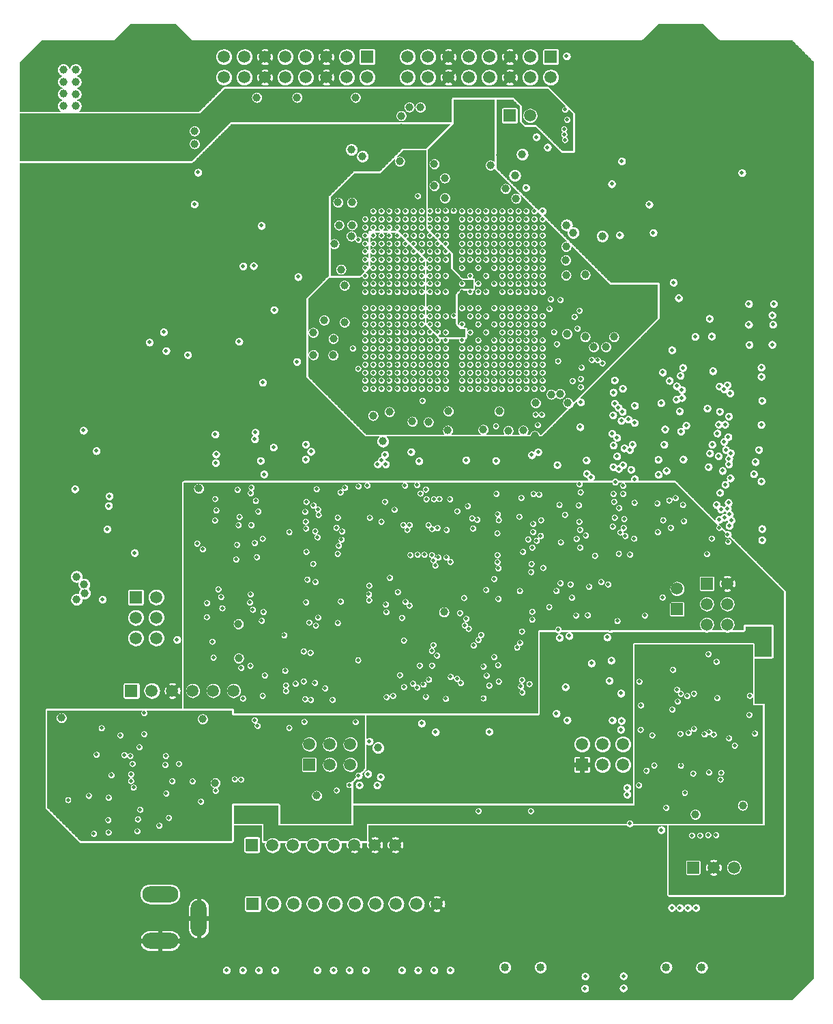
<source format=gbr>
%TF.GenerationSoftware,KiCad,Pcbnew,no-vcs-found-e46fdb0~60~ubuntu17.04.1*%
%TF.CreationDate,2017-09-26T11:00:32+02:00*%
%TF.ProjectId,Cryptech Alpha,437279707465636820416C7068612E6B,rev?*%
%TF.SameCoordinates,Original*%
%TF.FileFunction,Copper,L5,Inr,Plane*%
%TF.FilePolarity,Positive*%
%FSLAX46Y46*%
G04 Gerber Fmt 4.6, Leading zero omitted, Abs format (unit mm)*
G04 Created by KiCad (PCBNEW no-vcs-found-e46fdb0~60~ubuntu17.04.1) date Tue Sep 26 11:00:32 2017*
%MOMM*%
%LPD*%
G01*
G04 APERTURE LIST*
%TA.AperFunction,ViaPad*%
%ADD10C,1.500000*%
%TD*%
%TA.AperFunction,ViaPad*%
%ADD11R,1.500000X1.500000*%
%TD*%
%TA.AperFunction,WasherPad*%
%ADD12C,1.016000*%
%TD*%
%TA.AperFunction,ViaPad*%
%ADD13O,2.000000X4.500000*%
%TD*%
%TA.AperFunction,ViaPad*%
%ADD14O,4.500000X2.000000*%
%TD*%
%TA.AperFunction,ViaPad*%
%ADD15C,0.500000*%
%TD*%
%TA.AperFunction,ViaPad*%
%ADD16C,1.000000*%
%TD*%
%TA.AperFunction,ViaPad*%
%ADD17C,0.600000*%
%TD*%
%TA.AperFunction,Conductor*%
%ADD18C,0.050000*%
%TD*%
%ADD19C,0.050000*%
G04 APERTURE END LIST*
D10*
%TO.N,AVR_GPIO_1*%
%TO.C,JP5*%
X36580000Y-6000000D03*
%TO.N,GND*%
X54360000Y-6000000D03*
%TO.N,AVR_GPIO_7*%
X51820000Y-6000000D03*
%TO.N,AVR_GPIO_6*%
X49280000Y-6000000D03*
%TO.N,AVR_GPIO_5*%
X46740000Y-6000000D03*
%TO.N,AVR_GPIO_4*%
X44200000Y-6000000D03*
%TO.N,AVR_GPIO_3*%
X41660000Y-6000000D03*
%TO.N,AVR_GPIO_2*%
X39120000Y-6000000D03*
%TO.N,AVR_GPIO_0*%
X34040000Y-6000000D03*
D11*
%TO.N,VCCO_3V3*%
X31500000Y-6000000D03*
%TD*%
%TO.N,GND*%
%TO.C,JP6*%
X84160740Y30530000D03*
D10*
%TO.N,MKM_AVR_MISO*%
X84160740Y33070000D03*
%TD*%
D12*
%TO.N,*%
%TO.C,CN1*%
X67209800Y-13884000D03*
X62800000Y-13884000D03*
%TD*%
%TO.N,*%
%TO.C,CN2*%
X82800000Y-13884000D03*
X87209800Y-13884000D03*
%TD*%
D10*
%TO.N,N/C*%
%TO.C,J1*%
X29133790Y20421600D03*
%TO.N,NRST*%
X26593790Y20421600D03*
%TO.N,SWDIO*%
X24053790Y20421600D03*
%TO.N,GND*%
X21513790Y20421600D03*
%TO.N,SWDCLK*%
X18973790Y20421600D03*
D11*
%TO.N,VCCO_3V3*%
X16433790Y20421600D03*
%TD*%
%TO.N,GND*%
%TO.C,J2*%
X38506390Y11252200D03*
D10*
%TO.N,FT_VREGIN*%
X38506390Y13792200D03*
%TO.N,USB_P*%
X41046390Y11252200D03*
%TO.N,USB_N*%
X41046390Y13792200D03*
%TO.N,FT_RXD1*%
X43586390Y11252200D03*
%TO.N,FT_TXD1*%
X43586390Y13792200D03*
%TD*%
%TO.N,FT_MGMT_TXD1*%
%TO.C,J3*%
X77444590Y13792200D03*
%TO.N,FT_MGMT_RXD1*%
X77444590Y11252200D03*
%TO.N,USB_MGMT_N*%
X74904590Y13792200D03*
%TO.N,USB_MGMT_P*%
X74904590Y11252200D03*
%TO.N,FT_MGMT_VREGIN*%
X72364590Y13792200D03*
D11*
%TO.N,GND*%
X72364590Y11252200D03*
%TD*%
D13*
%TO.N,GND*%
%TO.C,JP1*%
X24800000Y-7800000D03*
D14*
X20000000Y-10600000D03*
%TO.N,PWR_18V*%
X20000000Y-4800000D03*
%TD*%
D10*
%TO.N,NetJP2_2*%
%TO.C,JP2*%
X65916800Y91744800D03*
D11*
%TO.N,15V_LDO_ENABLE*%
X63376800Y91744800D03*
%TD*%
%TO.N,MKM_AVR_MISO*%
%TO.C,JP3*%
X87847000Y33705800D03*
D10*
%TO.N,3V3_BATT*%
X90387000Y33705800D03*
%TO.N,MKM_AVR_SCK*%
X87847000Y31165800D03*
%TO.N,MKM_AVR_MOSI*%
X90387000Y31165800D03*
%TO.N,AVR_RESET*%
X87847000Y28625800D03*
%TO.N,GND*%
X90387000Y28625800D03*
%TD*%
%TO.N,GND*%
%TO.C,JP4*%
X91219330Y-1500000D03*
%TO.N,3V3_BATT*%
X88679330Y-1500000D03*
D11*
%TO.N,VCCO_3V3*%
X86139330Y-1500000D03*
%TD*%
%TO.N,FPGA_CFG_CTRL_ARM_ENA*%
%TO.C,JP7*%
X16980000Y32015000D03*
D10*
%TO.N,SPI_A_TRISTATE*%
X19520000Y32015000D03*
%TO.N,FPGA_CFG_CTRL_FPGA_DIS*%
X16980000Y29475000D03*
%TO.N,SPI_B_TRISTATE*%
X19520000Y29475000D03*
%TO.N,FPGA_PROM_W_N*%
X16980000Y26935000D03*
%TO.N,VCCO_3V3*%
X19520000Y26935000D03*
%TD*%
%TO.N,GND*%
%TO.C,SV1*%
X49190000Y1300000D03*
D11*
%TO.N,VCCO_3V3*%
X31410000Y1300000D03*
D10*
%TO.N,FPGA_JTAG_TCK*%
X33950000Y1300000D03*
%TO.N,FPGA_JTAG_TMS*%
X36490000Y1300000D03*
%TO.N,FPGA_JTAG_TDI*%
X39030000Y1300000D03*
%TO.N,FPGA_JTAG_TDO*%
X41570000Y1300000D03*
%TO.N,GND*%
X44110000Y1300000D03*
X46650000Y1300000D03*
%TD*%
%TO.N,FPGA_GPIO_A_7*%
%TO.C,SV2*%
X50692990Y96494600D03*
%TO.N,FPGA_GPIO_A_6*%
X50692990Y99034600D03*
%TO.N,FPGA_GPIO_A_5*%
X53232990Y96494600D03*
%TO.N,FPGA_GPIO_A_4*%
X53232990Y99034600D03*
%TO.N,GND*%
X55772990Y96494600D03*
X55772990Y99034600D03*
%TO.N,FPGA_GPIO_A_3*%
X58312990Y96494600D03*
%TO.N,FPGA_GPIO_A_2*%
X58312990Y99034600D03*
%TO.N,FPGA_GPIO_A_1*%
X60852990Y96494600D03*
%TO.N,FPGA_GPIO_A_0*%
X60852990Y99034600D03*
%TO.N,GND*%
X63392990Y96494600D03*
X63392990Y99034600D03*
%TO.N,VCCO_3V3*%
X65932990Y96494600D03*
X65932990Y99034600D03*
X68472990Y96494600D03*
D11*
X68472990Y99034600D03*
%TD*%
%TO.N,VCCO_3V3*%
%TO.C,SV3*%
X45689190Y99034600D03*
D10*
X45689190Y96494600D03*
X43149190Y99034600D03*
X43149190Y96494600D03*
%TO.N,GND*%
X40609190Y99034600D03*
X40609190Y96494600D03*
%TO.N,FPGA_GPIO_B_0*%
X38069190Y99034600D03*
%TO.N,FPGA_GPIO_B_1*%
X38069190Y96494600D03*
%TO.N,FPGA_GPIO_B_2*%
X35529190Y99034600D03*
%TO.N,FPGA_GPIO_B_3*%
X35529190Y96494600D03*
%TO.N,GND*%
X32989190Y99034600D03*
X32989190Y96494600D03*
%TO.N,FPGA_GPIO_B_4*%
X30449190Y99034600D03*
%TO.N,FPGA_GPIO_B_5*%
X30449190Y96494600D03*
%TO.N,FPGA_GPIO_B_6*%
X27909190Y99034600D03*
%TO.N,FPGA_GPIO_B_7*%
X27909190Y96494600D03*
%TD*%
D15*
%TO.N,FPGA_DONE_INT*%
X84500000Y-6500000D03*
%TO.N,NetLED18_2*%
X86500000Y-6500000D03*
%TO.N,NetLED18_1*%
X85500000Y-6500000D03*
%TO.N,NetLED13_1*%
X83500000Y-6500000D03*
%TO.N,FPGA_DONE_INT*%
X72725000Y-16500000D03*
%TO.N,NetLED18_2*%
X77496220Y-16469460D03*
%TO.N,NetLED18_1*%
X77496220Y-14963590D03*
%TO.N,NetLED13_1*%
X72750000Y-15000000D03*
%TO.N,GND*%
X66000000Y5500000D03*
D16*
X60660000Y-14963590D03*
X80500000Y-9536420D03*
X89500000Y-15000000D03*
X89487400Y-9500000D03*
X80660000Y-15067780D03*
X69488400Y-15000000D03*
X69488400Y-9000000D03*
X60500000Y-9413610D03*
X85000000Y-8000000D03*
X66500000Y-9000000D03*
D15*
%TO.N,NetLED3_1*%
X39500000Y-14250000D03*
%TO.N,NetLED15_1*%
X56000000Y-14250000D03*
%TO.N,NetLED16_1*%
X54000000Y-14250000D03*
%TO.N,NetLED14_1*%
X52000000Y-14250000D03*
%TO.N,NetLED17_1*%
X50000000Y-14250000D03*
%TO.N,NetLED1_1*%
X45500000Y-14250000D03*
%TO.N,NetLED4_1*%
X43500000Y-14250000D03*
%TO.N,NetLED2_1*%
X41500000Y-14250000D03*
%TO.N,NetLED9_1*%
X34250000Y-14250000D03*
%TO.N,NetLED12_1*%
X32250000Y-14250000D03*
%TO.N,NetLED10_1*%
X30255000Y-14250000D03*
%TO.N,NetLED11_1*%
X28250000Y-14250000D03*
D16*
%TO.N,GND*%
X35750000Y-16750000D03*
X57500000Y-16800000D03*
X48750000Y-16750000D03*
X47000000Y-16750000D03*
X37982000Y-16750000D03*
X27000000Y-16800000D03*
D15*
%TO.N,AVR_GPIO_4*%
X88993380Y2527420D03*
%TO.N,AVR_GPIO_5*%
X87997700Y2527420D03*
%TO.N,AVR_GPIO_6*%
X86998520Y2477410D03*
%TO.N,AVR_GPIO_7*%
X86000000Y2477410D03*
%TO.N,GND*%
X30530800Y-9000000D03*
%TO.N,FPGA_JTAG_TDO*%
X95952200Y67001800D03*
%TO.N,FPGA_JTAG_TCK*%
X95952200Y63352200D03*
%TO.N,FPGA_JTAG_TMS*%
X96052200Y65834400D03*
%TO.N,FPGA_JTAG_TDI*%
X96152200Y68401800D03*
%TO.N,GND*%
X30750000Y-1500000D03*
D16*
%TO.N,PWR_18V*%
X8000000Y88514570D03*
X9500000Y88494600D03*
X9500000Y87000000D03*
X8000000Y87019970D03*
X8000000Y91439570D03*
X9500000Y91419600D03*
X9500000Y89925000D03*
X8000000Y89944970D03*
X8000000Y94439570D03*
X9500000Y94419600D03*
X9500000Y92925000D03*
X8000000Y92944970D03*
X8000000Y95944970D03*
X9500000Y95925000D03*
X9500000Y97419600D03*
X8000000Y97439570D03*
D15*
%TO.N,GND*%
X8250000Y2654120D03*
X11772170Y2692730D03*
D16*
X43593770Y52492120D03*
D15*
%TO.N,USB_MGMT_P*%
X86229210Y15700770D03*
%TO.N,USB_MGMT_N*%
X85575000Y15200000D03*
%TO.N,FMC_D12*%
X54627670Y44227160D03*
%TO.N,FMC_SDNWE*%
X47427310Y41402020D03*
%TO.N,FMC_D11*%
X53950000Y44200000D03*
%TO.N,FMC_NL*%
X58700000Y41823870D03*
%TO.N,FMC_NOE*%
X58827870Y40551980D03*
%TO.N,GND*%
X84554130Y15100740D03*
X87550000Y15025000D03*
X88679330Y15000730D03*
X89125000Y19525000D03*
%TO.N,FT_RXD1*%
X17425000Y13425000D03*
X16275000Y12325000D03*
%TO.N,FT_RTS*%
X15550000Y12450000D03*
%TO.N,GND*%
X12100590Y12500610D03*
X16700000Y8425000D03*
%TO.N,FT_VREGIN*%
X13600000Y7175000D03*
X17512500Y5687500D03*
%TO.N,GND*%
X13550000Y4400000D03*
X11125000Y7400000D03*
%TO.N,*%
X50446300Y77889100D03*
%TO.N,VCC_5V0*%
X82797720Y5925000D03*
X13950000Y9950000D03*
%TO.N,MKM_AVR_SCK*%
X75750000Y21675000D03*
X77200000Y20100000D03*
X77250000Y16700000D03*
%TO.N,SPI_A_TRISTATE*%
X42400000Y31500000D03*
%TO.N,AVR_PANIC*%
X69175000Y32800000D03*
%TO.N,AVR_RESET*%
X76125000Y16750000D03*
%TO.N,MKM_CONTROL_FPGA_DIS*%
X70300000Y20875000D03*
%TO.N,FMC_A24*%
X48900000Y19800000D03*
%TO.N,AVR_GPIO_2*%
X50427460Y31451530D03*
%TO.N,AVR_GPIO_3*%
X50925000Y31000000D03*
%TO.N,ARM_FPGA_CFG_MOSI*%
X48002340Y31126520D03*
%TO.N,MKM_CONTROL_FPGA_DIS*%
X54527660Y36951800D03*
%TO.N,GND*%
X79450000Y21550000D03*
%TO.N,MKM_AVR_MISO*%
X70525000Y16775000D03*
%TO.N,3V3_BATT*%
X75850000Y28075000D03*
%TO.N,MKM_AVR_MISO*%
X87847000Y37378000D03*
%TO.N,AVR_LED3*%
X37800000Y25325000D03*
X45900000Y32375000D03*
%TO.N,AVR_LED2*%
X38650000Y25150000D03*
X45925000Y31650000D03*
X30026470Y9425460D03*
%TO.N,AVR_LED3*%
X29238280Y9450000D03*
%TO.N,AVR_GPIO_1*%
X54125000Y35950000D03*
%TO.N,AVR_GPIO_0*%
X53925000Y36600000D03*
%TO.N,ARM_FPGA_CFG_CS_N*%
X48500000Y34425000D03*
%TO.N,3V3_BATT*%
X47025000Y36050000D03*
%TO.N,AVR_LED4*%
X55452710Y19425950D03*
%TO.N,AVR_GPIO_4*%
X52675000Y21200000D03*
%TO.N,AVR_LED4*%
X44250000Y16550000D03*
%TO.N,MKM_AVR_CS_N*%
X69575000Y27000000D03*
%TO.N,GND*%
X69113400Y12736600D03*
X51436900Y77889100D03*
D16*
X46125000Y85949990D03*
%TO.N,VCCO_3V3*%
X43750000Y87525000D03*
%TO.N,GND*%
X40950000Y87500000D03*
%TO.N,VCCO_3V3*%
X45125000Y86700080D03*
%TO.N,GND*%
X47175000Y87350000D03*
X48700000Y87325000D03*
D15*
%TO.N,FPGA_ENTROPY_DISABLE*%
X49455700Y78905100D03*
%TO.N,FPGA_GPIO_A_7*%
X52452900Y78905100D03*
%TO.N,FPGA_GPIO_A_6*%
X52452900Y79895700D03*
%TO.N,FPGA_GPIO_B_2*%
X51436900Y78905100D03*
%TO.N,FPGA_GPIO_B_1*%
X52452900Y77889100D03*
%TO.N,FPGA_IRQ_N_3*%
X53443500Y77889100D03*
%TO.N,FPGA_GPIO_B_0*%
X51436900Y79895700D03*
%TO.N,VCCO_3V3*%
X50446300Y79895700D03*
%TO.N,AVR_GPIO_FPGA_2*%
X49455700Y79895700D03*
%TO.N,FPGA_GPIO_A_1*%
X54434100Y75882500D03*
%TO.N,FPGA_GPIO_A_0*%
X53443500Y75882500D03*
%TO.N,GND*%
X55450100Y75882500D03*
X57448700Y75882500D03*
%TO.N,FPGA_IRQ_N_0*%
X53443500Y74891900D03*
%TO.N,FMC_NBL2*%
X85279160Y53302600D03*
%TO.N,FMC_A3*%
X84625000Y52575000D03*
%TO.N,FMC_NBL1*%
X90137400Y45987410D03*
X78450000Y47850000D03*
%TO.N,FMC_NBL0*%
X93675000Y47300000D03*
X76471760Y46265120D03*
%TO.N,GND*%
X72202200Y58097800D03*
%TO.N,FMC_D31*%
X76428730Y56027730D03*
X30050000Y23275000D03*
%TO.N,FMC_D30*%
X31175000Y23525000D03*
%TO.N,FMC_D27*%
X90000000Y57807000D03*
%TO.N,GND*%
X52550000Y56400000D03*
%TO.N,FMC_D27*%
X60125000Y23425000D03*
%TO.N,FMC_D26*%
X60500000Y22300000D03*
X84100000Y58200000D03*
X74875000Y61050000D03*
%TO.N,FMC_D21*%
X76400000Y58925000D03*
D16*
%TO.N,GND*%
X55225000Y30175000D03*
D15*
%TO.N,FMC_D25*%
X83225000Y58875000D03*
%TO.N,FMC_D24*%
X82375000Y59900000D03*
%TO.N,FMC_D25*%
X60825000Y21075000D03*
%TO.N,FMC_D24*%
X88600000Y60075000D03*
X74300000Y61425000D03*
%TO.N,FMC_D23*%
X84879140Y60477950D03*
%TO.N,FMC_D21*%
X64900000Y21769670D03*
%TO.N,FMC_D22*%
X64775000Y20975000D03*
D16*
%TO.N,VCCO_3V3*%
X62075000Y55075000D03*
%TO.N,FPGA_VCCINT_1V0*%
X57802820Y55102690D03*
D15*
%TO.N,FMC_D21*%
X90404410Y58327850D03*
%TO.N,FMC_D20*%
X90725000Y57325000D03*
%TO.N,FMC_D1*%
X62375000Y57875000D03*
%TO.N,FMC_D20*%
X63449880Y57874880D03*
%TO.N,FMC_D22*%
X84575000Y59500000D03*
X71175000Y58850000D03*
%TO.N,FMC_A14*%
X76700000Y49500000D03*
%TO.N,FMC_D5*%
X57440220Y58884780D03*
%TO.N,FMC_D1*%
X76150000Y40800000D03*
%TO.N,FMC_D2*%
X90879430Y41527030D03*
%TO.N,FMC_A11*%
X90600000Y49200000D03*
%TO.N,FMC_A10*%
X48000000Y48500000D03*
%TO.N,FMC_A9*%
X47499900Y48999900D03*
%TO.N,FMC_A7*%
X47900000Y49700000D03*
%TO.N,FMC_A8*%
X47000000Y48500000D03*
%TO.N,FMC_A6*%
X78290380Y50290380D03*
X90200000Y50300000D03*
%TO.N,*%
X48440000Y69888100D03*
X47449000Y69888100D03*
X46433100Y69888100D03*
%TO.N,FPGA_CFG_SCLK1*%
X55441360Y69896840D03*
%TO.N,FPGA_VCCINT_1V0*%
X57453420Y69892820D03*
%TO.N,GND*%
X57453420Y67884780D03*
%TO.N,FPGA_PROGRAM_B1*%
X55445380Y66884780D03*
%TO.N,*%
X58453420Y69892820D03*
%TO.N,FPGA_VCCINT_1V0*%
X57453420Y66884780D03*
%TO.N,GND*%
X58453420Y67884780D03*
%TO.N,*%
X54434100Y69888100D03*
%TO.N,FPGA_VCCAUX_1V8*%
X55450100Y70904100D03*
%TO.N,*%
X54434100Y67889500D03*
%TO.N,GND*%
X57448700Y70904100D03*
X58453420Y66884780D03*
%TO.N,*%
X54434100Y66889500D03*
%TO.N,FPGA_VCCAUX_1V8*%
X58448700Y70904100D03*
%TO.N,*%
X54434100Y70904100D03*
X53443500Y69888100D03*
%TO.N,GND*%
X55450100Y71894700D03*
%TO.N,FPGA_VCCAUX_1V8*%
X55445380Y65884780D03*
%TO.N,GND*%
X59453420Y69892820D03*
%TO.N,VCCO_3V3*%
X53443500Y67889500D03*
%TO.N,FPGA_VCCINT_1V0*%
X57448700Y71894700D03*
%TO.N,GND*%
X57453420Y65884780D03*
%TO.N,*%
X59453420Y67884780D03*
X53443500Y66889500D03*
%TO.N,GND*%
X58448700Y71894700D03*
%TO.N,FPGA_VCCINT_1V0*%
X58453420Y65884780D03*
%TO.N,GND*%
X59453420Y66884780D03*
%TO.N,*%
X53443500Y70904100D03*
%TO.N,VCCO_3V3*%
X54434100Y71894700D03*
%TO.N,GND*%
X54434100Y65889500D03*
X59448700Y70904100D03*
%TO.N,*%
X52452900Y69888100D03*
%TO.N,FPGA_VCCAUX_1V8*%
X55450100Y72885300D03*
%TO.N,GND*%
X52452900Y67889500D03*
X57448700Y72885300D03*
X55445380Y64884770D03*
X60453420Y69892820D03*
%TO.N,FPGA_VCCAUX_1V8*%
X57453420Y64884770D03*
%TO.N,FPGA_VCCINT_1V0*%
X60453420Y67884780D03*
%TO.N,*%
X53443500Y71894700D03*
X53443500Y65889500D03*
%TO.N,FPGA_VCCINT_1V0*%
X59448700Y71894700D03*
%TO.N,GND*%
X59453420Y65884780D03*
%TO.N,FMC_D11*%
X52452900Y66889500D03*
%TO.N,FPGA_VCCINT_1V0*%
X58448700Y72885300D03*
%TO.N,GND*%
X52452900Y70904100D03*
%TO.N,*%
X54434100Y72885300D03*
%TO.N,GND*%
X58453420Y64884770D03*
X60453420Y66884780D03*
%TO.N,FPGA_JTAG_TDI*%
X54434100Y64889500D03*
%TO.N,FPGA_VCCINT_1V0*%
X60448700Y70904100D03*
%TO.N,*%
X52452900Y71894700D03*
X53443500Y72885300D03*
X52452900Y65889500D03*
%TO.N,GND*%
X59448700Y72885300D03*
%TO.N,*%
X53443500Y64889500D03*
%TO.N,GND*%
X60448700Y71894700D03*
%TO.N,FPGA_VCCINT_1V0*%
X59453420Y64884770D03*
X60453420Y65884780D03*
%TO.N,VCCO_3V3*%
X55445380Y63884770D03*
%TO.N,FPGA_VCCINT_1V0*%
X61453430Y69892820D03*
%TO.N,GND*%
X57453420Y63884770D03*
X61453430Y67884780D03*
%TO.N,*%
X51436900Y69888100D03*
%TO.N,GND*%
X55450100Y73901300D03*
%TO.N,*%
X51436900Y67889500D03*
%TO.N,FPGA_DONE_INT*%
X57448700Y73901300D03*
%TO.N,FPGA_VCCINT_1V0*%
X58453420Y63884770D03*
X61453430Y66884780D03*
%TO.N,FPGA_JTAG_TMS*%
X54434100Y63889500D03*
%TO.N,GND*%
X61448700Y70904100D03*
X51436900Y66889500D03*
X58448700Y73901300D03*
%TO.N,*%
X51436900Y70904100D03*
X54434100Y73901300D03*
X52452900Y72885300D03*
%TO.N,VCCO_3V3*%
X52452900Y64889500D03*
%TO.N,FPGA_VCCINT_1V0*%
X60448700Y72885300D03*
%TO.N,GND*%
X60453420Y64884770D03*
%TO.N,*%
X53443500Y63889500D03*
%TO.N,FPGA_VCCINT_1V0*%
X61448700Y71894700D03*
%TO.N,GND*%
X59453420Y63884770D03*
X61453430Y65884780D03*
X53443500Y73901300D03*
%TO.N,*%
X51436900Y65889500D03*
%TO.N,GND*%
X59448700Y73901300D03*
%TO.N,VCCO_3V3*%
X50446300Y69888100D03*
X55450100Y74891900D03*
%TO.N,*%
X50446300Y67889500D03*
%TO.N,GND*%
X57448700Y74891900D03*
%TO.N,FPGA_INIT_B_INT1*%
X55445380Y62884780D03*
%TO.N,*%
X62453420Y69892820D03*
%TO.N,FPGA_M0*%
X57453420Y62884780D03*
%TO.N,*%
X62453420Y67884780D03*
X52452900Y63889500D03*
%TO.N,GND*%
X61448700Y72885300D03*
%TO.N,*%
X50446300Y66889500D03*
X58448700Y74891900D03*
X50446300Y70904100D03*
X54434100Y74891900D03*
%TO.N,VCCO_3V3*%
X51436900Y72885300D03*
%TO.N,*%
X52452900Y73901300D03*
%TO.N,FPGA_M1*%
X58453420Y62884780D03*
%TO.N,GND*%
X62453420Y66884780D03*
%TO.N,FPGA_VCCINT_1V0*%
X60453420Y63884770D03*
X61453430Y64884770D03*
%TO.N,FPGA_JTAG_TDO*%
X54434100Y62889500D03*
%TO.N,*%
X62448700Y70904100D03*
X51436900Y64889500D03*
%TO.N,GND*%
X60448700Y73901300D03*
%TO.N,*%
X50446300Y71894700D03*
X50446300Y65889500D03*
X59448700Y74891900D03*
%TO.N,GND*%
X53443500Y62889500D03*
%TO.N,*%
X62448700Y71894700D03*
%TO.N,FPGA_M2*%
X59453420Y62884780D03*
%TO.N,*%
X62453420Y65884780D03*
%TO.N,GND*%
X61453430Y63884770D03*
%TO.N,*%
X51436900Y63889500D03*
%TO.N,GND*%
X61448700Y73901300D03*
%TO.N,*%
X51436900Y73901300D03*
%TO.N,GND*%
X49455700Y69888100D03*
%TO.N,*%
X49455700Y67889500D03*
X50446300Y72885300D03*
X52452900Y62889500D03*
%TO.N,VCCO_3V3*%
X62448700Y72885300D03*
%TO.N,*%
X50446300Y64889500D03*
X60448700Y74891900D03*
%TO.N,FPGA_JTAG_TCK*%
X55445380Y61884780D03*
%TO.N,*%
X63453420Y69892820D03*
%TO.N,GND*%
X57453420Y61884780D03*
X63453420Y67884780D03*
%TO.N,VCCO_3V3*%
X60453420Y62884780D03*
%TO.N,*%
X62453420Y64884770D03*
%TO.N,GND*%
X49455700Y66889500D03*
%TO.N,*%
X58448700Y75882500D03*
X49455700Y70904100D03*
X58453420Y61884780D03*
X63453420Y66884780D03*
X54434100Y61889500D03*
%TO.N,GND*%
X63448700Y70904100D03*
X49455700Y71894700D03*
%TO.N,VCCO_3V3*%
X49455700Y65889500D03*
%TO.N,GND*%
X59448700Y75882500D03*
%TO.N,*%
X53443500Y61889500D03*
X63448700Y71894700D03*
%TO.N,GND*%
X59453420Y61884780D03*
%TO.N,*%
X63453420Y65884780D03*
%TO.N,GND*%
X50446300Y63889500D03*
%TO.N,*%
X61448700Y74891900D03*
X61453430Y62884780D03*
X62453420Y63884770D03*
X50446300Y73901300D03*
%TO.N,FPGA_IRQ_N_1*%
X51436900Y74891900D03*
%TO.N,*%
X51436900Y62889500D03*
%TO.N,GND*%
X62448700Y73901300D03*
%TO.N,*%
X49455700Y72885300D03*
%TO.N,VCCO_3V3*%
X52452900Y75882500D03*
%TO.N,*%
X49455700Y64889500D03*
X60448700Y75882500D03*
X52452900Y61889500D03*
X63448700Y72885300D03*
%TO.N,GND*%
X60453420Y61884780D03*
%TO.N,VCCO_3V3*%
X63453420Y64884770D03*
%TO.N,FMC_D26*%
X55445380Y60884780D03*
%TO.N,*%
X64453420Y69892820D03*
%TO.N,FMC_CLK*%
X57453420Y60884780D03*
%TO.N,VCCO_3V3*%
X64453420Y67884780D03*
%TO.N,GND*%
X55450100Y76898500D03*
X48439700Y67889500D03*
%TO.N,*%
X57448700Y76898500D03*
%TO.N,FMC_D24*%
X58453420Y60884780D03*
%TO.N,*%
X64453420Y66884780D03*
X64448700Y70904100D03*
X48439700Y66889500D03*
X58448700Y76898500D03*
X48439700Y70904100D03*
%TO.N,GND*%
X54434100Y76898500D03*
X50446300Y74891900D03*
%TO.N,*%
X50446300Y62889500D03*
X62448700Y74891900D03*
X62453420Y62884780D03*
X49455700Y63889500D03*
%TO.N,GND*%
X61448700Y75882500D03*
%TO.N,*%
X49455700Y73901300D03*
X51436900Y75882500D03*
X64448700Y71894700D03*
X59453420Y60884780D03*
X64453420Y65884780D03*
%TO.N,GND*%
X61453430Y61884780D03*
%TO.N,*%
X63453420Y63884770D03*
X48439700Y71894700D03*
%TO.N,FPGA_GPIO_B_3*%
X53443500Y76898500D03*
%TO.N,*%
X48439700Y65889500D03*
X59448700Y76898500D03*
%TO.N,VCCO_3V3*%
X51436900Y61889500D03*
%TO.N,GND*%
X63448700Y73901300D03*
%TO.N,*%
X52452900Y60889500D03*
X64448700Y72885300D03*
X48439700Y72885300D03*
%TO.N,GND*%
X60453420Y60884780D03*
%TO.N,FMC_D25*%
X64453420Y64884770D03*
%TO.N,*%
X48439700Y64889500D03*
%TO.N,GND*%
X60448700Y76898500D03*
%TO.N,*%
X49455700Y74891900D03*
%TO.N,FPGA_IRQ_N_2*%
X50446300Y75882500D03*
%TO.N,*%
X49455700Y62889500D03*
X62448700Y75882500D03*
%TO.N,GND*%
X55450100Y77889100D03*
%TO.N,*%
X57448700Y77889100D03*
X65453430Y69892820D03*
%TO.N,FMC_D6*%
X57453420Y59884770D03*
%TO.N,*%
X65453430Y67884780D03*
%TO.N,GND*%
X50446300Y61889500D03*
X63448700Y74891900D03*
%TO.N,VCCO_3V3*%
X62453420Y61884780D03*
%TO.N,Net1*%
X63453420Y62884780D03*
%TO.N,*%
X47449100Y66889500D03*
%TO.N,GND*%
X58448700Y77889100D03*
%TO.N,VCCO_3V3*%
X47449100Y70904100D03*
%TO.N,FPGA_GPIO_A_4*%
X54434100Y77889100D03*
%TO.N,VCCO_3V3*%
X58453420Y59884770D03*
%TO.N,*%
X65453430Y66884780D03*
X65448700Y70904100D03*
X61453430Y60884780D03*
X64453420Y63884770D03*
%TO.N,FPGA_CFG_CS_N1*%
X48439700Y63889500D03*
%TO.N,*%
X61448700Y76898500D03*
%TO.N,FMC_NOE*%
X51436900Y60889500D03*
%TO.N,*%
X64448700Y73901300D03*
%TO.N,VCCO_3V3*%
X48439700Y73901300D03*
%TO.N,*%
X47449100Y71894700D03*
X47449100Y65889500D03*
X59448700Y77889100D03*
%TO.N,FMC_A11*%
X53443500Y59889500D03*
%TO.N,VCCO_3V3*%
X65448700Y71894700D03*
%TO.N,*%
X59453420Y59884770D03*
%TO.N,GND*%
X65453430Y65884780D03*
%TO.N,*%
X49455700Y75882500D03*
X47449100Y72885300D03*
%TO.N,FMC_D29*%
X49455700Y61889500D03*
%TO.N,GND*%
X63448700Y75882500D03*
X47449100Y64889500D03*
%TO.N,*%
X60448700Y77889100D03*
%TO.N,GND*%
X52452900Y59889500D03*
%TO.N,*%
X65448700Y72885300D03*
X60453420Y59884770D03*
X65453430Y64884770D03*
%TO.N,FMC_NE1*%
X63453420Y61884780D03*
%TO.N,FMC_NL*%
X50446300Y60889500D03*
%TO.N,*%
X64448700Y74891900D03*
X62453420Y60884780D03*
%TO.N,GND*%
X64453420Y62884780D03*
%TO.N,*%
X48439700Y74891900D03*
%TO.N,FPGA_GCLK*%
X50446300Y76898500D03*
%TO.N,VCCO_3V3*%
X48439700Y62889500D03*
%TO.N,*%
X62448700Y76898500D03*
%TO.N,GND*%
X55445380Y58884780D03*
X66453420Y69892820D03*
%TO.N,*%
X66453420Y67884780D03*
%TO.N,GND*%
X55450100Y78905100D03*
%TO.N,*%
X46433100Y67889500D03*
X57448700Y78905100D03*
X47449100Y63889500D03*
X61448700Y77889100D03*
X47449100Y73901300D03*
X58453420Y58884780D03*
X66453420Y66884780D03*
%TO.N,FMC_A5*%
X54434100Y58889500D03*
%TO.N,*%
X66448700Y70904100D03*
%TO.N,FMC_A18*%
X61453430Y59884770D03*
%TO.N,*%
X65453430Y63884770D03*
%TO.N,FMC_A3*%
X51436900Y59889500D03*
%TO.N,*%
X65448700Y73901300D03*
%TO.N,VCCO_3V3*%
X46433100Y66889500D03*
%TO.N,*%
X58448700Y78905100D03*
X46433100Y70904100D03*
%TO.N,FPGA_GPIO_A_5*%
X54434100Y78905100D03*
%TO.N,FMC_A10*%
X53443500Y58889500D03*
%TO.N,*%
X66448700Y71894700D03*
%TO.N,FMC_A16*%
X59453420Y58884780D03*
%TO.N,*%
X66453420Y65884780D03*
X46433100Y71894700D03*
%TO.N,VCCO_3V3*%
X53443500Y78905100D03*
%TO.N,FMC_D31*%
X46433100Y65889500D03*
%TO.N,*%
X59448700Y78905100D03*
%TO.N,GND*%
X49455700Y60889500D03*
X64448700Y75882500D03*
%TO.N,*%
X48439700Y75882500D03*
%TO.N,VCCO_3V3*%
X49455700Y76898500D03*
%TO.N,*%
X63453420Y60884780D03*
%TO.N,FMC_D23*%
X64453420Y61884780D03*
%TO.N,GND*%
X48439700Y61889500D03*
%TO.N,*%
X63448700Y76898500D03*
X47449100Y74891900D03*
%TO.N,FMC_D12*%
X47449100Y62889500D03*
%TO.N,GND*%
X62448700Y77889100D03*
%TO.N,FMC_A7*%
X52452900Y58889500D03*
%TO.N,*%
X66448700Y72885300D03*
%TO.N,FMC_A0*%
X50446300Y59889500D03*
%TO.N,*%
X65448700Y74891900D03*
%TO.N,FMC_A17*%
X60453420Y58884780D03*
%TO.N,*%
X66453420Y64884770D03*
%TO.N,FMC_NWAIT*%
X62453420Y59884770D03*
%TO.N,FPGA_GPIO_LED_0*%
X65453430Y62884780D03*
%TO.N,GND*%
X46433100Y72885300D03*
%TO.N,FMC_D30*%
X46433100Y64889500D03*
%TO.N,*%
X60448700Y78905100D03*
%TO.N,FMC_A14*%
X55445380Y57884780D03*
%TO.N,GND*%
X45442500Y69888100D03*
%TO.N,*%
X67453420Y69892820D03*
%TO.N,FMC_D4*%
X57453420Y57884780D03*
%TO.N,*%
X45442500Y67889500D03*
%TO.N,GND*%
X57448700Y79895700D03*
%TO.N,VCCO_3V3*%
X61453430Y58884780D03*
X66453420Y63884770D03*
%TO.N,*%
X66448700Y73901300D03*
X46433100Y63889500D03*
X61448700Y78905100D03*
X46433100Y73901300D03*
%TO.N,FMC_A12*%
X58453420Y57884780D03*
%TO.N,VCCO_3V3*%
X67453420Y66884780D03*
%TO.N,*%
X58448700Y79895700D03*
%TO.N,FMC_A6*%
X54434100Y57889500D03*
%TO.N,*%
X45442500Y70904100D03*
X67448700Y70904100D03*
X64453420Y60884780D03*
%TO.N,DIGITIZED_NOISE*%
X48439700Y60889500D03*
%TO.N,GND*%
X64448700Y76898500D03*
X48439700Y76898500D03*
X47449100Y75882500D03*
%TO.N,FPGA_GPIO_B_4*%
X49455700Y77889100D03*
%TO.N,FMC_D8*%
X49455700Y59889500D03*
%TO.N,*%
X65448700Y75882500D03*
%TO.N,FMC_D28*%
X47449100Y61889500D03*
%TO.N,*%
X63448700Y77889100D03*
%TO.N,GND*%
X63453420Y59884770D03*
%TO.N,MKM_FPGA_SCK*%
X65453430Y61884780D03*
%TO.N,VCCO_3V3*%
X53443500Y57889500D03*
%TO.N,*%
X45442500Y71894700D03*
X67448700Y71894700D03*
%TO.N,GND*%
X59453420Y57884780D03*
%TO.N,FPGA_CFG_MOSI1*%
X45442500Y65889500D03*
%TO.N,*%
X67453420Y65884780D03*
%TO.N,GND*%
X59448700Y79895700D03*
%TO.N,VCCO_3V3*%
X50446300Y58889500D03*
X66448700Y74891900D03*
%TO.N,FMC_NWE*%
X62453420Y58884780D03*
%TO.N,FMC_D3*%
X66453420Y62884780D03*
%TO.N,*%
X46433100Y74891900D03*
X50446300Y78905100D03*
X46433100Y62889500D03*
X62448700Y78905100D03*
%TO.N,FMC_A8*%
X52452900Y57889500D03*
%TO.N,*%
X45442500Y72885300D03*
%TO.N,GND*%
X67448700Y72885300D03*
%TO.N,FMC_A15*%
X60453420Y57884780D03*
%TO.N,FPGA_CFG_MISO1*%
X45442500Y64889500D03*
%TO.N,*%
X60448700Y79895700D03*
%TO.N,FMC_D10*%
X47449100Y60889500D03*
%TO.N,*%
X64448700Y77889100D03*
X47449100Y76898500D03*
X48439700Y77889100D03*
%TO.N,FMC_D21*%
X64453420Y59884770D03*
%TO.N,VCCO_3V3*%
X65453430Y60884780D03*
%TO.N,GND*%
X48439700Y59889500D03*
X65448700Y76898500D03*
%TO.N,FMC_D0*%
X61453430Y57884780D03*
%TO.N,VCCO_3V3*%
X45442500Y63889500D03*
%TO.N,FPGA_GPIO_LED_1*%
X67453420Y63884770D03*
%TO.N,GND*%
X61448700Y79895700D03*
%TO.N,FMC_A1*%
X51436900Y57889500D03*
%TO.N,*%
X45442500Y73901300D03*
X67448700Y73901300D03*
%TO.N,GND*%
X49455700Y58889500D03*
%TO.N,*%
X66448700Y75882500D03*
%TO.N,FMC_A13*%
X66453420Y61884780D03*
%TO.N,*%
X46433100Y75882500D03*
%TO.N,GND*%
X46433100Y61889500D03*
%TO.N,*%
X63448700Y78905100D03*
%TO.N,FMC_A4*%
X50446300Y57889500D03*
%TO.N,VCCO_3V3*%
X45442500Y74891900D03*
%TO.N,*%
X67448700Y74891900D03*
%TO.N,NetR65_1*%
X45442500Y62889500D03*
%TO.N,FMC_D2*%
X67453420Y62884780D03*
%TO.N,*%
X62448700Y79895700D03*
%TO.N,FPGA_GPIO_B_6*%
X47449100Y77889100D03*
%TO.N,VCCO_3V3*%
X47449100Y59889500D03*
%TO.N,GND*%
X65448700Y77889100D03*
%TO.N,FMC_D17*%
X65453430Y59884770D03*
%TO.N,FMC_D22*%
X64453420Y58884780D03*
%TO.N,MKM_FPGA_CS_N*%
X66453420Y60884780D03*
%TO.N,FMC_A25*%
X48439700Y58889500D03*
%TO.N,*%
X66448700Y76898500D03*
X46433100Y60889500D03*
X64448700Y78905100D03*
X46433100Y76898500D03*
%TO.N,GND*%
X48439700Y78905100D03*
%TO.N,FMC_A24*%
X49455700Y57889500D03*
%TO.N,*%
X45442500Y75882500D03*
X67448700Y75882500D03*
X45442500Y61889500D03*
%TO.N,GND*%
X67453420Y61884780D03*
X63448700Y79895700D03*
%TO.N,FPGA_GPIO_LED_3*%
X47449100Y58889500D03*
%TO.N,*%
X66448700Y77889100D03*
%TO.N,FMC_D18*%
X65453430Y58884780D03*
%TO.N,*%
X66453420Y59884770D03*
%TO.N,VCCO_3V3*%
X46433100Y77889100D03*
%TO.N,AVR_GPIO_FPGA_0*%
X47449100Y78905100D03*
%TO.N,FMC_A22*%
X46433100Y59889500D03*
%TO.N,GND*%
X65448700Y78905100D03*
%TO.N,VCCO_3V3*%
X64453420Y57884780D03*
%TO.N,FPGA_GPIO_LED_2*%
X45442500Y60889500D03*
%TO.N,MKM_FPGA_MOSI*%
X67453420Y60884780D03*
%TO.N,*%
X64448700Y79895700D03*
X45442500Y76898500D03*
X67448700Y76898500D03*
%TO.N,AVR_GPIO_FPGA_3*%
X48439700Y79895700D03*
%TO.N,GND*%
X66453420Y58884780D03*
%TO.N,FMC_D9*%
X46433100Y58889500D03*
%TO.N,*%
X66448700Y78905100D03*
%TO.N,FPGA_GPIO_B_7*%
X45442500Y77889100D03*
%TO.N,VCCO_3V3*%
X67448700Y77889100D03*
%TO.N,AVR_GPIO_FPGA_1*%
X47449100Y79895700D03*
%TO.N,FMC_D16*%
X65453430Y57884780D03*
%TO.N,FMC_A23*%
X45442500Y59889500D03*
%TO.N,MKM_FPGA_MISO*%
X67453420Y59884770D03*
%TO.N,GND*%
X65448700Y79895700D03*
%TO.N,FMC_D15*%
X66453420Y57884780D03*
%TO.N,GND*%
X45442500Y58889500D03*
%TO.N,FMC_D13*%
X67453420Y58884780D03*
%TO.N,GND*%
X66448700Y79895700D03*
%TO.N,FMC_A19*%
X46433100Y57889500D03*
%TO.N,*%
X45442500Y78905100D03*
X67448700Y78905100D03*
%TO.N,FPGA_GPIO_B_5*%
X46433100Y79895700D03*
%TO.N,FMC_A20*%
X45442500Y57889500D03*
%TO.N,FMC_D14*%
X67453420Y57884780D03*
%TO.N,*%
X67448700Y79895700D03*
%TO.N,FPGA_VCCAUX_1V8*%
X55424700Y67889500D03*
%TO.N,GND*%
X46431200Y78909800D03*
X56413400Y79959200D03*
%TO.N,FPGA_GPIO_A_2*%
X55448200Y79959200D03*
%TO.N,FPGA_GPIO_A_3*%
X54457600Y79959200D03*
D16*
%TO.N,GND*%
X7250000Y82000000D03*
X8250000Y82000000D03*
X9250000Y82000000D03*
X10250000Y82000000D03*
X11250000Y82000000D03*
X12250000Y82000000D03*
X13250000Y82000000D03*
X14250000Y82000000D03*
X15250000Y82000000D03*
X16250000Y82000000D03*
X17250000Y82000000D03*
X18250000Y82000000D03*
X18250000Y80750000D03*
X17250000Y80750000D03*
X16250000Y80750000D03*
X15250000Y80750000D03*
X14250000Y80750000D03*
X13250000Y80750000D03*
X12250000Y80750000D03*
X11250000Y80750000D03*
X10250000Y80750000D03*
X9250000Y80750000D03*
X8250000Y80750000D03*
X7250000Y80750000D03*
X18250000Y79500000D03*
X17250000Y79500000D03*
X16250000Y79500000D03*
X15250000Y79500000D03*
X14250000Y79500000D03*
X13250000Y79500000D03*
X12250000Y79500000D03*
X11250000Y79500000D03*
X10250000Y79500000D03*
X9250000Y79500000D03*
X8250000Y79500000D03*
X7250000Y79500000D03*
X18250000Y78250000D03*
X17250000Y78250000D03*
X16250000Y78250000D03*
X15250000Y78250000D03*
X14250000Y78250000D03*
X13250000Y78250000D03*
X12250000Y78250000D03*
X11250000Y78250000D03*
X10250000Y78250000D03*
X9250000Y78250000D03*
X8250000Y78250000D03*
X7250000Y78250000D03*
X18250000Y77000000D03*
X17250000Y77000000D03*
X16250000Y77000000D03*
X15250000Y77000000D03*
X14250000Y77000000D03*
X13250000Y77000000D03*
X12250000Y77000000D03*
X11250000Y77000000D03*
X10250000Y77000000D03*
X9250000Y77000000D03*
X8250000Y77000000D03*
X7250000Y77000000D03*
X18250000Y75750000D03*
X17250000Y75750000D03*
X16250000Y75750000D03*
X15250000Y75750000D03*
X14250000Y75750000D03*
X13250000Y75750000D03*
X12250000Y75750000D03*
X11250000Y75750000D03*
X10250000Y75750000D03*
X9250000Y75750000D03*
X8250000Y75750000D03*
X7250000Y75750000D03*
X18250000Y74500000D03*
X17250000Y74500000D03*
X16250000Y74500000D03*
X15250000Y74500000D03*
X14250000Y74500000D03*
X13250000Y74500000D03*
X12250000Y74500000D03*
X11250000Y74500000D03*
X10250000Y74500000D03*
X9250000Y74500000D03*
X8250000Y74500000D03*
X7250000Y74500000D03*
%TO.N,FPGA_VCCAUX_1V8*%
X47250000Y81625000D03*
X48650000Y81625000D03*
X46075000Y83150000D03*
X44000000Y73725000D03*
%TO.N,FPGA_VCCINT_1V0*%
X41825000Y69600000D03*
X40350000Y68100000D03*
X42800000Y68100000D03*
%TO.N,VCCO_3V3*%
X41500000Y64075000D03*
%TO.N,GND*%
X39025000Y62075000D03*
X41475000Y62025000D03*
%TO.N,FPGA_VCCINT_1V0*%
X43600000Y58924980D03*
X44675000Y56600000D03*
%TO.N,GND*%
X41050000Y54450000D03*
X51300000Y53800000D03*
%TO.N,VCCO_3V3*%
X53300000Y53725000D03*
%TO.N,FPGA_VCCINT_1V0*%
X57750000Y52725000D03*
%TO.N,GND*%
X55700000Y52700000D03*
X55775000Y55075000D03*
X67950000Y51650000D03*
X69750040Y51650000D03*
%TO.N,VCCO_3V3*%
X68550000Y57175000D03*
X66600000Y56100000D03*
%TO.N,FPGA_VCCINT_1V0*%
X61225000Y56125000D03*
%TO.N,GND*%
X70500000Y64675000D03*
X72750000Y64300000D03*
X76325000Y64300000D03*
X73825000Y63050000D03*
X75325000Y63050000D03*
%TO.N,FPGA_VCCINT_1V0*%
X75250000Y68550000D03*
X73875000Y68550000D03*
X76275000Y67375000D03*
X69425000Y67675000D03*
X77900000Y68825000D03*
X78900000Y66600000D03*
X80500000Y66575000D03*
X80350000Y69900000D03*
X70375000Y69975000D03*
%TO.N,GND*%
X70375000Y71950000D03*
X72750000Y72025000D03*
X80400000Y73050000D03*
X78975000Y73025000D03*
X77925000Y74700000D03*
X81450000Y74625000D03*
X70350000Y73825000D03*
X74825000Y74525000D03*
%TO.N,VCCO_3V3*%
X71275000Y77225000D03*
X74875000Y76800000D03*
%TO.N,GND*%
X69275000Y80925000D03*
X68125000Y81450000D03*
%TO.N,VCCO_3V3*%
X64175000Y81475000D03*
%TO.N,GND*%
X62875000Y82675000D03*
%TO.N,FPGA_VCCINT_1V0*%
X60900000Y82650000D03*
X59300000Y81450000D03*
%TO.N,GND*%
X55350000Y81525000D03*
%TO.N,FPGA_VCCINT_1V0*%
X59275000Y84025000D03*
%TO.N,GND*%
X55325000Y84000000D03*
X62200000Y86850000D03*
X61000000Y85575000D03*
%TO.N,VCCO_3V3*%
X64950000Y86925000D03*
%TO.N,FPGA_VCCAUX_1V8*%
X51100000Y84125000D03*
X51100000Y86825000D03*
%TO.N,GND*%
X54025000Y85750000D03*
X54025000Y83050000D03*
X49725000Y86075000D03*
X52300000Y89200000D03*
X50925000Y89175000D03*
X50925000Y92800000D03*
X52300000Y92775000D03*
X49925000Y91725000D03*
X49950000Y90275000D03*
%TO.N,FPGA_VCCINT_1V0*%
X57475000Y92825000D03*
X58800000Y92825000D03*
X59825000Y91775000D03*
X59850000Y90200000D03*
X57425000Y89175000D03*
X58850000Y89150000D03*
%TO.N,VCCO_3V3*%
X64025000Y84325000D03*
%TO.N,GND*%
X39525000Y86450000D03*
%TO.N,VCCO_3V3*%
X43800000Y80975000D03*
%TO.N,GND*%
X42075010Y80975000D03*
%TO.N,VCCO_3V3*%
X43825000Y78175000D03*
%TO.N,GND*%
X42200000Y78175000D03*
%TO.N,VCCO_3V3*%
X41600000Y75825000D03*
%TO.N,GND*%
X42450000Y72675000D03*
X42875000Y66100000D03*
X40350000Y66375000D03*
X38775000Y76600000D03*
X39900000Y76600000D03*
X40375000Y79200000D03*
X38775000Y72825000D03*
X39825000Y72800000D03*
X38750000Y75425000D03*
X39875000Y75375000D03*
%TO.N,FPGA_VCCAUX_1V8*%
X46025000Y81650000D03*
%TO.N,GND*%
X24275000Y99850000D03*
X24275000Y98350000D03*
X24275000Y94850000D03*
X24275000Y93350000D03*
X24275000Y89850000D03*
X24275000Y88250000D03*
X5150000Y53724980D03*
X5100000Y54900000D03*
X6400000Y56700000D03*
X7700000Y56700000D03*
X7800000Y58900000D03*
X6500000Y58900000D03*
X5100000Y61600000D03*
X5100000Y60300000D03*
X12100000Y67900000D03*
X12100000Y66500000D03*
X13800000Y69600000D03*
X32900000Y54000000D03*
X36500000Y54200000D03*
X24800000Y51400000D03*
X24800000Y49900000D03*
X24800000Y47000000D03*
X24800000Y45500000D03*
X7200000Y40150000D03*
X7200000Y42100000D03*
X4150000Y40150000D03*
X4100000Y42100000D03*
%TO.N,VCCO_3V3*%
X9625000Y34575000D03*
X10575000Y33600000D03*
X10625000Y32525000D03*
X9650000Y31725000D03*
X29725000Y28700000D03*
%TO.N,GND*%
X29750000Y24450000D03*
X92300000Y6200000D03*
X86425000Y5075000D03*
X74850000Y8475000D03*
X48275000Y8500000D03*
X26850000Y8975000D03*
X7750000Y17050000D03*
X25275000Y16900000D03*
%TO.N,VCCO_3V3*%
X47650000Y51350000D03*
%TO.N,GND*%
X43549990Y51350000D03*
%TO.N,VCCO_3V3*%
X70400000Y75500000D03*
%TO.N,GND*%
X74300000Y73300000D03*
D15*
%TO.N,VCCO_3V3*%
X94600000Y60500000D03*
X94600000Y59377200D03*
%TO.N,GND*%
X94100000Y62000000D03*
X93300000Y57800000D03*
X94600000Y58400000D03*
%TO.N,VCCO_3V3*%
X94700000Y56400000D03*
%TO.N,GND*%
X94600000Y55400000D03*
%TO.N,VCCO_3V3*%
X94600000Y53400000D03*
%TO.N,GND*%
X94600000Y52400000D03*
%TO.N,VCCO_3V3*%
X94600000Y46400000D03*
%TO.N,GND*%
X94676800Y45423200D03*
X94795600Y41495600D03*
%TO.N,VCCO_3V3*%
X94695600Y40495600D03*
X94692000Y39108000D03*
%TO.N,GND*%
X93500000Y38100000D03*
X79000000Y60400000D03*
X77505400Y58894600D03*
%TO.N,VCCO_3V3*%
X77405400Y57894600D03*
%TO.N,GND*%
X77424400Y56024400D03*
%TO.N,VCCO_3V3*%
X77375600Y55024400D03*
%TO.N,GND*%
X73556800Y61456800D03*
%TO.N,VCCO_3V3*%
X72202200Y59097800D03*
X72300000Y60500000D03*
X72200000Y56200000D03*
X72128800Y53128800D03*
%TO.N,GND*%
X72128800Y52128800D03*
X60934600Y50865400D03*
X56588800Y51511200D03*
X50147600Y50052400D03*
%TO.N,VCCO_3V3*%
X51147600Y50052400D03*
%TO.N,GND*%
X39717600Y50082400D03*
X31235800Y44935800D03*
%TO.N,VCCO_3V3*%
X31335800Y45635800D03*
X31321800Y40978200D03*
X29721800Y40978200D03*
%TO.N,GND*%
X29821800Y41978200D03*
X29550000Y38550000D03*
X29417600Y36717600D03*
X27207800Y33007800D03*
X27550000Y32050000D03*
%TO.N,VCCO_3V3*%
X31223000Y32377000D03*
%TO.N,GND*%
X31123000Y31377000D03*
%TO.N,VCCO_3V3*%
X38000000Y19400000D03*
%TO.N,GND*%
X32700000Y39300000D03*
%TO.N,VCCO_3V3*%
X38700000Y19300000D03*
%TO.N,GND*%
X39200000Y21400000D03*
X37800000Y21600000D03*
%TO.N,BOOT0*%
X41400000Y19300000D03*
%TO.N,GND*%
X40470200Y20729800D03*
D16*
%TO.N,VCCO_3V3*%
X47050000Y13350000D03*
%TO.N,GND*%
X48450000Y13350000D03*
D15*
%TO.N,VCCO_3V3*%
X54186200Y15286200D03*
%TO.N,GND*%
X55186200Y15313800D03*
%TO.N,VCCO_3V3*%
X60841000Y15341000D03*
%TO.N,GND*%
X62400000Y15951200D03*
X67529000Y21971000D03*
X68584000Y23684000D03*
X67792600Y23007400D03*
%TO.N,VCCO_3V3*%
X66156600Y29243400D03*
%TO.N,GND*%
X66156600Y30243400D03*
X66038400Y35161600D03*
%TO.N,VCCO_3V3*%
X66061600Y36161600D03*
%TO.N,GND*%
X66285400Y41114600D03*
%TO.N,VCCO_3V3*%
X66285400Y40114600D03*
X68080000Y87820000D03*
X66700400Y89099600D03*
%TO.N,GND*%
X65042800Y88442800D03*
%TO.N,FPGA_GCLK*%
X65400000Y82800000D03*
%TO.N,GND*%
X87923600Y60326400D03*
X89416000Y59166000D03*
%TO.N,VCCO_3V3*%
X89416000Y58166000D03*
X89454200Y55045800D03*
%TO.N,GND*%
X89454200Y56045800D03*
X88423600Y53326400D03*
%TO.N,VCCO_3V3*%
X89487400Y44987400D03*
%TO.N,GND*%
X89487400Y45987400D03*
X89398000Y40648000D03*
X88439200Y39310800D03*
%TO.N,FMC_A0*%
X90000000Y51300000D03*
%TO.N,FMC_A1*%
X90500000Y51900000D03*
%TO.N,FMC_A2*%
X51436900Y58889500D03*
%TO.N,FMC_A1*%
X76700000Y51800000D03*
%TO.N,FMC_A2*%
X76100000Y52300000D03*
%TO.N,FMC_D19*%
X63453420Y58884780D03*
%TO.N,FMC_A7*%
X77600000Y50500000D03*
%TO.N,FMC_A8*%
X89300000Y49500000D03*
%TO.N,FMC_A14*%
X90799820Y49899900D03*
%TO.N,FMC_A12*%
X89800000Y47700000D03*
D16*
%TO.N,VCCO_3V3*%
X70600000Y56124990D03*
X69625000Y57250000D03*
D15*
%TO.N,FMC_A15*%
X94300000Y50300000D03*
%TO.N,FMC_A19*%
X35600000Y20400000D03*
%TO.N,FMC_A20*%
X35600000Y21100000D03*
%TO.N,FMC_A4*%
X38100000Y31400000D03*
%TO.N,FMC_A21*%
X36800000Y21300000D03*
%TO.N,FMC_A5*%
X39600000Y29500000D03*
%TO.N,FMC_A1*%
X39300000Y28500000D03*
%TO.N,FMC_A2*%
X38500000Y28900000D03*
%TO.N,FMC_A0*%
X35400000Y27300000D03*
%TO.N,FMC_A22*%
X35500000Y22900000D03*
%TO.N,FMC_A23*%
X32700000Y19800000D03*
%TO.N,FMC_A6*%
X45700000Y45900000D03*
D16*
%TO.N,VCCO_3V3*%
X46425000Y54550000D03*
D15*
%TO.N,GND*%
X48439700Y57889500D03*
%TO.N,FMC_A21*%
X47449100Y57889500D03*
%TO.N,VCCO_3V3*%
X54434100Y60889500D03*
%TO.N,FMC_D7*%
X55445380Y59884770D03*
%TO.N,FMC_A9*%
X54434100Y59889500D03*
%TO.N,FMC_D27*%
X53443500Y60889500D03*
%TO.N,FMC_D0*%
X61825000Y39975000D03*
X90425000Y39775000D03*
%TO.N,FMC_D1*%
X65675000Y39200000D03*
D16*
%TO.N,GND*%
X63200000Y52650000D03*
X60100000Y52800000D03*
D15*
X72150000Y55375000D03*
%TO.N,VCCO_3V3*%
X57975000Y49025000D03*
X61675000Y48950000D03*
%TO.N,GND*%
X58000000Y50825000D03*
%TO.N,FMC_D1*%
X90625000Y40875000D03*
%TO.N,FMC_A0*%
X72900000Y49000000D03*
%TO.N,FMC_A9*%
X84925000Y49125000D03*
%TO.N,FMC_D4*%
X90425000Y43000000D03*
%TO.N,VCCO_3V3*%
X38717600Y50082400D03*
%TO.N,FMC_D2*%
X76400000Y41900000D03*
%TO.N,FMC_A13*%
X64625000Y32800000D03*
%TO.N,FMC_D6*%
X50377460Y45877240D03*
%TO.N,FMC_A11*%
X42925000Y45600000D03*
%TO.N,GND*%
X81450000Y53375000D03*
%TO.N,FMC_A4*%
X82654030Y52852580D03*
%TO.N,FMC_A9*%
X81825000Y49075000D03*
%TO.N,FMC_D7*%
X52150000Y48900000D03*
%TO.N,VCCO_3V3*%
X72107600Y40392400D03*
%TO.N,GND*%
X72007600Y41392400D03*
%TO.N,VCCO_3V3*%
X72825000Y39700000D03*
%TO.N,FMC_D7*%
X83950000Y44325000D03*
%TO.N,FMC_A12*%
X81850000Y47225000D03*
%TO.N,FMC_D5*%
X53025000Y44200000D03*
%TO.N,FMC_D10*%
X52975000Y45400000D03*
%TO.N,FMC_D9*%
X52300000Y44900000D03*
%TO.N,FMC_D8*%
X51875000Y45950000D03*
%TO.N,FMC_A8*%
X76253790Y50864570D03*
%TO.N,FMC_D10*%
X81711360Y43656990D03*
%TO.N,FMC_D5*%
X90525000Y43725000D03*
%TO.N,FMC_D10*%
X89600000Y42900000D03*
%TO.N,FMC_D9*%
X89054350Y43475000D03*
%TO.N,GND*%
X87800000Y43324000D03*
%TO.N,FMC_D3*%
X90675000Y42300000D03*
%TO.N,FMC_D11*%
X90025000Y41925000D03*
%TO.N,GND*%
X43900000Y62875000D03*
%TO.N,FMC_D4*%
X76953760Y43102100D03*
%TO.N,VCCO_3V3*%
X77453780Y44852190D03*
%TO.N,GND*%
X77453780Y45852240D03*
%TO.N,FMC_D12*%
X76250000Y44850000D03*
%TO.N,FMC_D11*%
X82400000Y41600000D03*
%TO.N,FMC_D13*%
X85000000Y41450000D03*
%TO.N,VCCO_3V3*%
X89379360Y41627030D03*
%TO.N,FMC_D16*%
X90575000Y54450000D03*
%TO.N,FMC_D20*%
X76250000Y57425000D03*
%TO.N,FMC_D28*%
X82175000Y56100000D03*
%TO.N,FMC_D27*%
X84750000Y57725010D03*
%TO.N,FMC_D19*%
X84754140Y56752770D03*
%TO.N,FMC_D18*%
X84075000Y56550000D03*
%TO.N,FMC_D29*%
X78900000Y55800000D03*
%TO.N,FMC_D30*%
X76875000Y55525000D03*
%TO.N,FMC_D16*%
X76200000Y54575000D03*
%TO.N,FMC_D30*%
X87900000Y55425000D03*
%TO.N,FMC_A4*%
X77228770Y53902630D03*
%TO.N,FMC_A3*%
X78103810Y54077640D03*
%TO.N,FMC_NBL3*%
X78875000Y53650000D03*
%TO.N,FMC_D17*%
X84475000Y55075000D03*
%TO.N,FMC_D31*%
X90100000Y53450000D03*
%TO.N,FMC_NBL3*%
X89325000Y53450000D03*
X53900000Y26100000D03*
%TO.N,FMC_NBL1*%
X53725000Y23550000D03*
%TO.N,FMC_NE1*%
X57200000Y30075000D03*
%TO.N,FMC_D19*%
X67353290Y54652670D03*
D16*
%TO.N,GND*%
X66478240Y52027540D03*
X65053170Y52702570D03*
D15*
%TO.N,FMC_D20*%
X66875000Y53375000D03*
%TO.N,FMC_NWAIT*%
X66575000Y54675000D03*
%TO.N,FMC_D13*%
X67025000Y44750000D03*
%TO.N,FMC_D17*%
X66900000Y50025000D03*
%TO.N,FMC_D18*%
X66128230Y49652420D03*
%TO.N,FMC_NWAIT*%
X57700000Y31950000D03*
%TO.N,FMC_NWE*%
X61653010Y53252600D03*
X64950000Y20225000D03*
%TO.N,FMC_A11*%
X77425000Y48400000D03*
%TO.N,FMC_NBL2*%
X69700000Y38825000D03*
%TO.N,FMC_SDCKE0*%
X66725000Y39050000D03*
%TO.N,VCCO_3V3*%
X72042200Y46042200D03*
%TO.N,GND*%
X72157800Y45042200D03*
X72117400Y38182600D03*
%TO.N,FMC_SDNE1*%
X49750000Y22375000D03*
%TO.N,FMC_SDCLK*%
X88054300Y48177350D03*
%TO.N,FMC_D8*%
X84850000Y43475000D03*
%TO.N,FMC_D12*%
X83375000Y40650000D03*
%TO.N,FMC_D0*%
X77100000Y40075000D03*
%TO.N,GND*%
X78810800Y39310800D03*
%TO.N,FMC_D14*%
X81750000Y40100000D03*
%TO.N,FMC_SDCKE1*%
X64875000Y27800000D03*
%TO.N,FMC_A15*%
X78903850Y46677280D03*
%TO.N,FMC_SDNCAS*%
X82825000Y47700000D03*
X67225000Y39650000D03*
%TO.N,FMC_SDCKE1*%
X53350000Y21800000D03*
%TO.N,FMC_SDNCAS*%
X51377510Y21301040D03*
%TO.N,FMC_D15*%
X90500000Y38900000D03*
%TO.N,FMC_A14*%
X60450000Y32950000D03*
%TO.N,FMC_A15*%
X61975000Y31828260D03*
%TO.N,FMC_SDCKE0*%
X72950000Y47350000D03*
%TO.N,FMC_SDNWE*%
X73450000Y46875000D03*
%TO.N,FMC_D5*%
X76325000Y43875000D03*
%TO.N,FMC_NBL2*%
X53700000Y25400000D03*
%TO.N,FMC_SDCLK*%
X76900000Y47950000D03*
%TO.N,FMC_SDNRAS*%
X76228260Y48175000D03*
%TO.N,FMC_A5*%
X88504320Y50952490D03*
%TO.N,FMC_A10*%
X82554030Y50952490D03*
%TO.N,FMC_A5*%
X78603840Y50952490D03*
%TO.N,FMC_SDNWE*%
X90775000Y46775000D03*
%TO.N,FMC_SDNRAS*%
X90575000Y48525000D03*
%TO.N,FMC_SDNE0*%
X93885400Y48810400D03*
%TO.N,FMC_A2*%
X89150000Y52350000D03*
%TO.N,FMC_SDNRAS*%
X44625000Y45775000D03*
%TO.N,FMC_SDCLK*%
X71950000Y43425000D03*
%TO.N,FMC_A17*%
X62000000Y41600000D03*
%TO.N,FMC_D9*%
X69525000Y43475000D03*
%TO.N,FMC_SDNE0*%
X78300000Y37325000D03*
%TO.N,FMC_NBL0*%
X52200000Y23550000D03*
%TO.N,FMC_SDNE0*%
X54350000Y24800000D03*
X38975000Y36175000D03*
X38125000Y37650000D03*
%TO.N,FMC_A3*%
X32800000Y30200000D03*
%TO.N,FMC_A7*%
X88225000Y49875000D03*
%TO.N,FMC_D6*%
X83175000Y44050000D03*
%TO.N,FMC_SDNE1*%
X70228430Y42252060D03*
%TO.N,GND*%
X84599400Y11125600D03*
X81300000Y11150000D03*
X86131400Y10168600D03*
X89525000Y9425000D03*
X88100000Y10300000D03*
X89600000Y10275000D03*
%TO.N,VCCO_3V3*%
X91291800Y13633200D03*
%TO.N,GND*%
X93163400Y19813400D03*
%TO.N,FT_MGMT_VCC3V3*%
X92250000Y21500000D03*
X93218000Y12718000D03*
X93968000Y11782000D03*
X91968000Y25032000D03*
X91032000Y24032000D03*
%TO.N,GND*%
X88032000Y24968000D03*
X89032000Y24032000D03*
%TO.N,FT_MGMT_VCC3V3*%
X83006000Y23844000D03*
%TO.N,GND*%
X83635400Y23039600D03*
%TO.N,FT_MGMT_VCC3V3*%
X79725000Y19619600D03*
%TO.N,GND*%
X79655400Y18619600D03*
X83546400Y18103600D03*
%TO.N,FT_MGMT_VCC3V3*%
X79578000Y16597000D03*
%TO.N,GND*%
X79600000Y15597000D03*
X81050000Y14900000D03*
X74225000Y16700000D03*
%TO.N,FT_MGMT_VCC3V3*%
X30000000Y5675000D03*
X32000000Y5625000D03*
%TO.N,GND*%
X12875000Y27375000D03*
%TO.N,VCCO_3V3*%
X12850000Y31750000D03*
%TO.N,GND*%
X13000000Y23050000D03*
X12625000Y21175000D03*
X26600000Y24550000D03*
X51816000Y12559000D03*
X36000000Y15825000D03*
%TO.N,USB_N*%
X16375000Y9250000D03*
%TO.N,USB_P*%
X16375000Y10050000D03*
%TO.N,GND*%
X19889200Y3689200D03*
X20750000Y7697600D03*
X21500000Y9225000D03*
X20625000Y11228200D03*
X22325000Y11375000D03*
X20686390Y12336400D03*
%TO.N,FT_VCC3V3*%
X6571600Y14071600D03*
X7773400Y13176600D03*
X7621000Y6204000D03*
%TO.N,GND*%
X8564000Y6886000D03*
%TO.N,FT_VCC3V3*%
X12500000Y2800000D03*
%TO.N,GND*%
X13575000Y2850000D03*
X53725000Y11975000D03*
%TO.N,FT_VCC3V3*%
X19069200Y14919200D03*
X27351200Y17426200D03*
%TO.N,GND*%
X17225000Y4500000D03*
X17170000Y3000000D03*
%TO.N,FT_VCC3V3*%
X14940800Y3590800D03*
%TO.N,GND*%
X12717200Y15782800D03*
%TO.N,VCCO_3V3*%
X18009600Y15059600D03*
%TO.N,FT_VCC3V3*%
X26450000Y16400000D03*
X20638600Y13336400D03*
%TO.N,VCCO_3V3*%
X80695800Y80725000D03*
%TO.N,15V_STABLE*%
X92207800Y84632800D03*
%TO.N,GND*%
X73500000Y95250000D03*
X73500000Y90000000D03*
X73500000Y88000000D03*
X73500000Y82750000D03*
X77500000Y78750000D03*
X82250000Y78750000D03*
X85000000Y78750000D03*
X90000000Y78750000D03*
X94000000Y82750000D03*
X93954600Y92647600D03*
X90000000Y99250000D03*
X85000000Y99250000D03*
X82500000Y99250000D03*
X77500000Y99250000D03*
X76500000Y96250000D03*
X80000000Y96250000D03*
X83250000Y96250000D03*
X76500000Y93500000D03*
X80000000Y93500000D03*
X83250000Y93500000D03*
X76500000Y90750000D03*
X80000000Y90750000D03*
X76500000Y81500000D03*
X87000000Y83250000D03*
X92000000Y81250000D03*
X92250000Y96250000D03*
X94000000Y95250000D03*
X94000000Y90000000D03*
X94000000Y88000000D03*
X87000000Y96250000D03*
%TO.N,15V_LDO_ENABLE*%
X70500000Y91250000D03*
%TO.N,PWR_18V*%
X70500000Y88000000D03*
%TO.N,GND*%
X70250000Y92500000D03*
X70250000Y98250000D03*
X70750000Y96338800D03*
X71500000Y85250000D03*
X71500000Y84000000D03*
%TO.N,NetR3_2*%
X24250000Y80750000D03*
%TO.N,PWR_18V*%
X24700000Y84700000D03*
%TO.N,GND*%
X27200000Y84700000D03*
X27500000Y78100000D03*
X26831200Y71831200D03*
X28194000Y71431000D03*
X26050000Y74900000D03*
D16*
X25525000Y79000000D03*
X31525000Y82500000D03*
X32000000Y94000000D03*
X37000000Y94000000D03*
X44250000Y94000000D03*
D15*
X35375000Y81625000D03*
X30169400Y76344400D03*
X31580600Y76344400D03*
X30200000Y77300000D03*
%TO.N,VCC_5V0*%
X37125000Y71750000D03*
%TO.N,PWR_ENA_VCCAUX*%
X31600000Y73100000D03*
%TO.N,PWR_ENA_VCCINT*%
X20750000Y62575000D03*
%TO.N,GND*%
X23225000Y63625000D03*
X23617800Y65082200D03*
%TO.N,VCC_5V0*%
X18675000Y63625000D03*
X20450000Y64900000D03*
%TO.N,POK_VCCAUX*%
X30300000Y73075000D03*
%TO.N,POK_VCCINT*%
X23436600Y62069330D03*
%TO.N,VCC_5V0*%
X12090000Y50165000D03*
%TO.N,GND*%
X14833600Y48408600D03*
%TO.N,POK_VCCO*%
X13610600Y43360600D03*
%TO.N,GND*%
X14475000Y40625000D03*
X16217800Y41232200D03*
%TO.N,VCC_5V0*%
X13425000Y40450000D03*
X9425000Y45425000D03*
%TO.N,NetC208_1*%
X29802200Y63725000D03*
%TO.N,VCC_5V0*%
X32575000Y78100000D03*
%TO.N,GND*%
X32350000Y77375000D03*
X51970900Y81785740D03*
X53467000Y79925800D03*
X52451000Y74887200D03*
X51460400Y71890000D03*
%TO.N,VCCO_3V3*%
X47455200Y67894200D03*
%TO.N,GND*%
X45448600Y66878200D03*
X68875000Y64900000D03*
X22150000Y48850000D03*
X21680000Y41545000D03*
X20125000Y40400000D03*
%TO.N,VCCO_3V3*%
X38075000Y50975000D03*
%TO.N,GND*%
X40125000Y51675000D03*
%TO.N,KSM_PROM_MOSI*%
X38050000Y49123000D03*
%TO.N,GND*%
X31823000Y49123000D03*
%TO.N,KSM_PROM_CS_N*%
X31825000Y52450000D03*
%TO.N,VCCO_3V3*%
X26838600Y52211400D03*
X26940200Y49734800D03*
X42025000Y28825000D03*
%TO.N,GND*%
X50000000Y29475000D03*
%TO.N,NetR32_2*%
X32975000Y22325000D03*
%TO.N,3V3_BATT*%
X37750000Y23375000D03*
%TO.N,GND*%
X53275000Y40975000D03*
%TO.N,3V3_BATT*%
X24585000Y42815000D03*
%TO.N,GND*%
X76725000Y29075000D03*
%TO.N,3V3_BATT*%
X76675000Y31975000D03*
%TO.N,MKM_CS_N*%
X70925000Y33625000D03*
%TO.N,VCCO_3V3*%
X93052200Y68402200D03*
X93052200Y65827200D03*
X93127200Y63327200D03*
X79400000Y8700000D03*
%TO.N,GND*%
X94239400Y72110600D03*
X91325000Y74000000D03*
%TO.N,VCCO_3V3*%
X83704080Y71053470D03*
%TO.N,FPGA_ENTROPY_DISABLE*%
X70450000Y99125000D03*
%TO.N,DIGITIZED_NOISE*%
X76050000Y83275000D03*
%TO.N,FPGA_JTAG_TCK*%
X71775000Y65350000D03*
%TO.N,FPGA_INIT_B_INT1*%
X71409770Y66809780D03*
D16*
%TO.N,FPGA_VCCINT_1V0*%
X72725000Y66950000D03*
D15*
%TO.N,FPGA_JTAG_TDO*%
X72050000Y67575000D03*
%TO.N,FPGA_JTAG_TMS*%
X69675000Y68889000D03*
D16*
%TO.N,FPGA_VCCINT_1V0*%
X42050000Y58924980D03*
D15*
%TO.N,VCCO_3V3*%
X44552170Y60377950D03*
D16*
X39000000Y64825000D03*
D15*
X36975000Y61225000D03*
%TO.N,*%
X51475000Y76875000D03*
X52450000Y76875000D03*
%TO.N,DIGITIZED_NOISE*%
X56450000Y66925000D03*
D16*
%TO.N,GND*%
X48450000Y55000000D03*
%TO.N,FPGA_VCCINT_1V0*%
X72753550Y70078420D03*
D15*
%TO.N,FMC_D29*%
X88450000Y64375000D03*
%TO.N,GND*%
X44602400Y76352400D03*
D16*
X42875000Y70675000D03*
D15*
%TO.N,VCCO_3V3*%
X34150000Y67650000D03*
%TO.N,GND*%
X68300000Y67775000D03*
%TO.N,FPGA_JTAG_TDI*%
X68475000Y68975000D03*
%TO.N,FPGA_IRQ_N_3*%
X52450000Y16375000D03*
%TO.N,FPGA_IRQ_N_0*%
X65024990Y37656640D03*
%TO.N,FPGA_IRQ_N_1*%
X61850000Y36375000D03*
D16*
%TO.N,GND*%
X35400000Y65200000D03*
X31500000Y65200000D03*
X34100000Y65200000D03*
X31550000Y63475000D03*
D15*
%TO.N,FPGA_IRQ_N_2*%
X52950000Y19675000D03*
%TO.N,FT_TXD*%
X18025000Y17650000D03*
%TO.N,RTC_SDA*%
X26801310Y41552030D03*
%TO.N,VCCO_3V3*%
X31850000Y43975000D03*
X32175000Y42675000D03*
%TO.N,RTC_SCL*%
X26950000Y42800000D03*
%TO.N,RTC_MFP*%
X26825000Y44225000D03*
%TO.N,NRST*%
X32000000Y37000000D03*
%TO.N,SWDCLK*%
X60125000Y19500000D03*
%TO.N,SWDIO*%
X61450000Y24600000D03*
%TO.N,FMC_D23*%
X62003030Y21576050D03*
%TO.N,FT_CTS*%
X15050000Y14900000D03*
X38050000Y41400000D03*
X24575000Y38700000D03*
%TO.N,FT_RTS*%
X38100000Y40550000D03*
X25275000Y37975000D03*
%TO.N,FT_VCC3V3*%
X39550000Y4800000D03*
%TO.N,FMC_D3*%
X71675000Y39275000D03*
%TO.N,FMC_NWAIT*%
X66175000Y38200000D03*
%TO.N,FMC_A10*%
X69275000Y48425000D03*
D16*
%TO.N,GND*%
X70800000Y53025000D03*
D15*
%TO.N,KSM_PROM_MISO*%
X31750000Y51625000D03*
%TO.N,GND*%
X35925000Y59100000D03*
D16*
X34425000Y52400000D03*
D15*
%TO.N,FPGA_DONE*%
X50250000Y20900000D03*
%TO.N,AVR_GPIO_FPGA_2*%
X39575000Y42900000D03*
X50152450Y41002000D03*
%TO.N,AVR_GPIO_FPGA_0*%
X50975000Y41000000D03*
X39025000Y43400000D03*
%TO.N,AVR_GPIO_FPGA_1*%
X38126860Y43852140D03*
X47902340Y43877140D03*
%TO.N,VCCO_3V3*%
X31726550Y38751890D03*
%TO.N,NetC208_1*%
X32750000Y58650000D03*
%TO.N,KSM_PROM_SCLK*%
X34075000Y50600000D03*
%TO.N,FT_DTR*%
X32476580Y48952390D03*
%TO.N,FPGA_PROGRAM_B*%
X32900000Y47275000D03*
%TO.N,FPGA_DONE*%
X26900000Y48675000D03*
X39400000Y45425000D03*
%TO.N,AVR_GPIO_FPGA_3*%
X50650000Y40400000D03*
D16*
%TO.N,GND*%
X42100000Y52675000D03*
D15*
%TO.N,FMC_A16*%
X61900000Y42300000D03*
%TO.N,FPGA_GPIO_LED_2*%
X49075000Y42875000D03*
X77950000Y8400000D03*
%TO.N,FMC_D25*%
X83525000Y62675000D03*
%TO.N,FMC_D28*%
X84350000Y69125000D03*
%TO.N,FPGA_INIT_B*%
X88175000Y66575000D03*
%TO.N,MKM_MISO*%
X73225000Y33325000D03*
X75475000Y27050000D03*
%TO.N,FMC_D15*%
X77725000Y39625000D03*
%TO.N,MKM_FPGA_MOSI*%
X74725000Y33925000D03*
%TO.N,MKM_FPGA_MISO*%
X70775000Y27225000D03*
%TO.N,FPGA_GPIO_LED_0*%
X69225000Y63425000D03*
%TO.N,FMC_D21*%
X69375000Y61325000D03*
%TO.N,ARM_LED1*%
X45975000Y14125000D03*
X41900000Y8075000D03*
%TO.N,ARM_LED2*%
X47352310Y9725470D03*
X46925000Y8700000D03*
%TO.N,ARM_LED3*%
X45800000Y10100000D03*
X44727180Y8725430D03*
%TO.N,ARM_LED4*%
X43450000Y8750000D03*
X44625000Y9925000D03*
%TO.N,FMC_CLK*%
X59350000Y41625000D03*
%TO.N,AVR_GPIO_ARM_1*%
X56875000Y42700000D03*
%TO.N,AVR_GPIO_ARM_2*%
X54402650Y40626980D03*
%TO.N,FMC_D4*%
X55975000Y44200000D03*
%TO.N,3V3_BATT*%
X56100000Y44900000D03*
%TO.N,AVR_GPIO_ARM_3*%
X53752660Y40497330D03*
%TO.N,FPGA_CFG_CTRL_FPGA_DIS*%
X25775000Y29575000D03*
%TO.N,FPGA_CFG_CTRL_ARM_ENA*%
X25800000Y31300000D03*
%TO.N,VCCO_3V3*%
X31500000Y30500000D03*
%TO.N,GND*%
X32600000Y29100000D03*
%TO.N,SPI_B_TRISTATE*%
X27700000Y30675000D03*
%TO.N,GND*%
X44550000Y24225000D03*
%TO.N,FPGA_PROM_W_N*%
X26475000Y26525000D03*
%TO.N,FPGA_PROM_SCLK*%
X39525000Y39475000D03*
X42575000Y40175000D03*
%TO.N,FT_RXD*%
X39225000Y40200000D03*
%TO.N,ARM_FPGA_CFG_MISO*%
X37982000Y42621260D03*
%TO.N,AVR_GPIO_FPGA_3*%
X39650000Y42225000D03*
%TO.N,AVR_GPIO_ARM_0*%
X58175000Y43325000D03*
%TO.N,ARM_FPGA_CFG_CS_N*%
X55550000Y40375000D03*
X45925000Y33475000D03*
%TO.N,ARM_FPGA_CFG_MISO*%
X66313640Y44843000D03*
%TO.N,FPGA_DONE_INT*%
X22100000Y26750000D03*
X78275000Y4000000D03*
%TO.N,NetLED18_2*%
X16825000Y37525000D03*
X82200000Y3150000D03*
%TO.N,FPGA_PROM_MOSI*%
X42500000Y39150000D03*
X36000000Y40100000D03*
%TO.N,ARM_FPGA_CFG_MISO*%
X46000000Y41875000D03*
%TO.N,VCCO_3V3*%
X48050000Y30175000D03*
X50225000Y26675000D03*
D16*
%TO.N,3V3_BATT*%
X52125000Y28150000D03*
D15*
%TO.N,FPGA_PROM_CS_N*%
X42025000Y41900000D03*
X38275000Y34225000D03*
%TO.N,FPGA_PROM_MISO*%
X41850000Y40650000D03*
%TO.N,ARM_FPGA_CFG_SCLK*%
X61725000Y44875000D03*
%TO.N,FPGA_PROM_MISO*%
X39275000Y33925000D03*
%TO.N,FMC_SDCKE0*%
X42150000Y38425000D03*
%TO.N,ARM_FPGA_CFG_SCLK*%
X42025000Y37425000D03*
X61850000Y37250000D03*
%TO.N,ARM_FPGA_CFG_MOSI*%
X64800000Y44350000D03*
%TO.N,FMC_A18*%
X64553150Y42025000D03*
%TO.N,FMC_A12*%
X61450000Y34300000D03*
%TO.N,ARM_FPGA_CFG_MOSI*%
X61975000Y35600000D03*
%TO.N,3V3_BATT*%
X65350000Y33525000D03*
%TO.N,FT_MGMT_TXD1*%
X90600000Y14525000D03*
%TO.N,MKM_MOSI*%
X73538600Y23825000D03*
X75600000Y33625000D03*
%TO.N,FMC_D15*%
X76900000Y37425000D03*
%TO.N,MKM_SCK*%
X73950000Y37175000D03*
X75996800Y24175000D03*
%TO.N,GND*%
X80125000Y29750000D03*
X82346800Y32003200D03*
%TO.N,MKM_CONTROL_FPGA_DIS*%
X69675000Y33775000D03*
%TO.N,GND*%
X68264800Y30810200D03*
X71100000Y31975000D03*
X71625000Y29750000D03*
X73050000Y29800000D03*
%TO.N,3V3_BATT*%
X71425000Y37075000D03*
%TO.N,AVR_GPIO_7*%
X57300000Y21400000D03*
%TO.N,AVR_GPIO_6*%
X56825000Y21925000D03*
%TO.N,AVR_GPIO_5*%
X56050000Y22150000D03*
%TO.N,FPGA_GPIO_LED_3*%
X51900000Y20850000D03*
X77975000Y7550000D03*
%TO.N,FT_MGMT_DTR*%
X86225000Y20075000D03*
%TO.N,MKM_CONTROL_AVR_ENA*%
X69425000Y28025000D03*
%TO.N,FT_MGMT_CTS*%
X85400000Y19775000D03*
%TO.N,FT_MGMT_RTS*%
X84600000Y20050000D03*
%TO.N,FT_MGMT_RXD*%
X93108400Y17433400D03*
%TO.N,FT_MGMT_TXD*%
X93800000Y15125000D03*
%TO.N,FMC_D24*%
X61925000Y23600000D03*
%TO.N,AVR_LED4*%
X57975000Y29350000D03*
%TO.N,AVR_PANIC*%
X57777820Y28551390D03*
%TO.N,FMC_D3*%
X58900000Y26050000D03*
%TO.N,FMC_D2*%
X59475000Y26725000D03*
%TO.N,MKM_AVR_CS_N*%
X58275000Y28129350D03*
%TO.N,AVR_LED4*%
X26876310Y8025390D03*
%TO.N,FPGA_PROM_SCLK*%
X49475000Y32650000D03*
%TO.N,MKM_AVR_MOSI*%
X53700000Y37275000D03*
%TO.N,MKM_AVR_MISO*%
X52775000Y37300000D03*
%TO.N,AVR_RESET*%
X51925000Y37300000D03*
%TO.N,MKM_AVR_SCK*%
X51050000Y37275000D03*
%TO.N,AVR_LED3*%
X55500000Y36950000D03*
%TO.N,AVR_LED2*%
X56000000Y36425000D03*
%TO.N,AVR_LED1*%
X24000000Y9200000D03*
X30276480Y19475950D03*
%TO.N,POK_VCCAUX*%
X10498200Y52700000D03*
%TO.N,PWR_ENA_VCCO*%
X13698400Y44551600D03*
%TO.N,FMC_D27*%
X86400000Y64325000D03*
%TO.N,MKM_CONTROL_AVR_ENA*%
X59825000Y27350000D03*
D16*
%TO.N,GND*%
X43725000Y76800000D03*
D15*
%TO.N,FMC_A25*%
X48100000Y19650000D03*
%TO.N,MKM_AVR_MOSI*%
X69175000Y17575000D03*
%TO.N,ARM_FPGA_CFG_MISO*%
X67250000Y41600000D03*
%TO.N,GND*%
X70225000Y88750000D03*
X70144800Y89419800D03*
X70125000Y90075000D03*
%TO.N,VCCO_3V3*%
X29595000Y45355000D03*
X65800000Y21275000D03*
%TO.N,GND*%
X70225000Y82350000D03*
X15900780Y40426970D03*
D16*
X24617800Y82092800D03*
D15*
X67550000Y35675000D03*
X77503780Y40626980D03*
%TO.N,VCCO_3V3*%
X77572600Y41727400D03*
%TO.N,GND*%
X78850000Y43750000D03*
X37875000Y16575000D03*
X42375000Y45025000D03*
X10850000Y35875000D03*
%TO.N,VCCO_3V3*%
X77290800Y86090800D03*
%TO.N,FMC_D28*%
X32068820Y16075000D03*
%TO.N,FMC_D29*%
X31728800Y16775000D03*
D16*
%TO.N,VCCO_3V3*%
X70450000Y78175000D03*
D15*
%TO.N,GND*%
X16579200Y11375000D03*
%TO.N,VCCO_3V3*%
X77048600Y76920600D03*
X81207400Y77225000D03*
%TO.N,FT_MGMT_TXD*%
X64279110Y25785200D03*
%TO.N,FT_MGMT_RXD*%
X64653150Y26376290D03*
%TO.N,GND*%
X80350000Y10525000D03*
X85104150Y7750380D03*
X21076030Y4675230D03*
X25051220Y6675330D03*
X88135400Y15286200D03*
X84135120Y20567680D03*
%TO.N,FT_MGMT_VREGIN*%
X84229700Y19084940D03*
X77173070Y15605840D03*
%TO.N,FT_VCC3V3*%
X12516240Y2253300D03*
%TO.N,FT_MGMT_VCC3V3*%
X79171560Y19622870D03*
D17*
%TO.N,GND*%
X11745800Y41747200D03*
X11745800Y42347200D03*
X11745800Y42947200D03*
X11145800Y42947200D03*
X11145800Y42347200D03*
X11145800Y41747200D03*
X9945800Y41747200D03*
X9945800Y42347200D03*
X9945800Y42947200D03*
X10545800Y42947190D03*
X10545800Y42347190D03*
X10545800Y41747200D03*
X35758400Y75905600D03*
X35758400Y75305610D03*
X35758400Y74705610D03*
X36358400Y74705600D03*
X36358400Y75305600D03*
X36358400Y75905600D03*
X35158400Y75905600D03*
X35158400Y75305600D03*
X35158400Y74705600D03*
X34558400Y74705600D03*
X34558400Y75305600D03*
X34558400Y75905600D03*
X23509200Y54455200D03*
X23509200Y55055200D03*
X23509200Y55655200D03*
X22909200Y55655200D03*
X22909200Y55055200D03*
X22909200Y54455200D03*
X24109200Y54455210D03*
X24109200Y55055200D03*
X24109200Y55655200D03*
X24709200Y55655200D03*
X24709200Y55055200D03*
X24709200Y54455200D03*
X23509200Y56255200D03*
X23509200Y56855200D03*
X23509200Y57455200D03*
X22909200Y57455200D03*
X22909200Y56855200D03*
X22909200Y56255200D03*
X24109200Y56255210D03*
X24109200Y56855200D03*
X24109200Y57455200D03*
X24709200Y57455200D03*
X24709200Y56855200D03*
X24709200Y56255200D03*
X29234200Y59830200D03*
X29234200Y60430200D03*
X28634200Y60430200D03*
X28634200Y59830200D03*
X29834200Y59830200D03*
X29834200Y60430200D03*
X30434200Y60430200D03*
X30434200Y59830200D03*
X24709200Y58055210D03*
X24709200Y58655200D03*
X24709200Y59255200D03*
X24109200Y59255200D03*
X24109200Y58655200D03*
X24109200Y58055210D03*
X22909200Y58055210D03*
X22909200Y58655200D03*
X22909200Y59255200D03*
X23509200Y59255200D03*
X23509200Y58655200D03*
X23509200Y58055200D03*
D16*
%TO.N,FT_VREGIN*%
X39425000Y7402400D03*
D15*
%TO.N,GND*%
X61000000Y8475000D03*
X61000000Y2000000D03*
X59500000Y5500000D03*
%TD*%
D18*
%TO.N,FPGA_VCCINT_1V0*%
X56451000Y93747550D02*
X61447550Y93747550D01*
X56451000Y93700050D02*
X61447550Y93700050D01*
X56451000Y93652550D02*
X61447550Y93652550D01*
X56451000Y93605050D02*
X61447550Y93605050D01*
X56451000Y93557550D02*
X61447550Y93557550D01*
X56451000Y93510050D02*
X61447550Y93510050D01*
X56451000Y93462550D02*
X61447550Y93462550D01*
X56451000Y93415050D02*
X61447550Y93415050D01*
X56451000Y93367550D02*
X61447550Y93367550D01*
X56451000Y93320050D02*
X61447550Y93320050D01*
X56451000Y93272550D02*
X61447550Y93272550D01*
X56451000Y93225050D02*
X61447550Y93225050D01*
X56451000Y93177550D02*
X61447550Y93177550D01*
X56451000Y93130050D02*
X61447550Y93130050D01*
X56451000Y93082550D02*
X61447550Y93082550D01*
X56451000Y93035050D02*
X61447550Y93035050D01*
X56451000Y92987550D02*
X61447550Y92987550D01*
X56451000Y92940050D02*
X61447550Y92940050D01*
X56451000Y92892550D02*
X61447550Y92892550D01*
X56451000Y92845050D02*
X61447550Y92845050D01*
X56451000Y92797550D02*
X61447550Y92797550D01*
X56451000Y92750050D02*
X61447550Y92750050D01*
X56451000Y92702550D02*
X61447550Y92702550D01*
X56451000Y92655050D02*
X61447550Y92655050D01*
X56451000Y92607550D02*
X61447550Y92607550D01*
X56451000Y92560050D02*
X61447550Y92560050D01*
X56451000Y92512550D02*
X61447550Y92512550D01*
X56451000Y92465050D02*
X61447550Y92465050D01*
X56451000Y92417550D02*
X61447550Y92417550D01*
X56451000Y92370050D02*
X61447550Y92370050D01*
X56451000Y92322550D02*
X61447550Y92322550D01*
X56451000Y92275050D02*
X61447550Y92275050D01*
X56451000Y92227550D02*
X61447550Y92227550D01*
X56451000Y92180050D02*
X61447550Y92180050D01*
X56451000Y92132550D02*
X61447550Y92132550D01*
X56451000Y92085050D02*
X61447550Y92085050D01*
X56451000Y92037550D02*
X61447550Y92037550D01*
X56451000Y91990050D02*
X61447550Y91990050D01*
X56451000Y91942550D02*
X61447550Y91942550D01*
X56451000Y91895050D02*
X61447550Y91895050D01*
X56451000Y91847550D02*
X61447550Y91847550D01*
X56451000Y91800050D02*
X61447550Y91800050D01*
X56451000Y91752550D02*
X61447550Y91752550D01*
X56451000Y91705050D02*
X61447550Y91705050D01*
X56451000Y91657550D02*
X61447550Y91657550D01*
X56451000Y91610050D02*
X61447550Y91610050D01*
X56451000Y91562550D02*
X61447550Y91562550D01*
X56451000Y91515050D02*
X61447550Y91515050D01*
X56451000Y91467550D02*
X61447550Y91467550D01*
X56451000Y91420050D02*
X61447550Y91420050D01*
X56451000Y91372550D02*
X61447550Y91372550D01*
X56451000Y91325050D02*
X61447550Y91325050D01*
X56451000Y91277550D02*
X61447550Y91277550D01*
X56451000Y91230050D02*
X61447550Y91230050D01*
X56451000Y91182550D02*
X61447550Y91182550D01*
X56451000Y91135050D02*
X61447550Y91135050D01*
X56451000Y91087550D02*
X61447550Y91087550D01*
X56451000Y91040050D02*
X61447550Y91040050D01*
X56451000Y90992550D02*
X61447550Y90992550D01*
X56451000Y90945050D02*
X61447550Y90945050D01*
X56451000Y90897550D02*
X61447550Y90897550D01*
X56451000Y90850050D02*
X61447550Y90850050D01*
X56447313Y90802550D02*
X61447550Y90802550D01*
X56433183Y90755050D02*
X61447550Y90755050D01*
X56398136Y90707550D02*
X61447550Y90707550D01*
X56350636Y90660050D02*
X61447550Y90660050D01*
X56303136Y90612550D02*
X61447550Y90612550D01*
X56255636Y90565050D02*
X61447550Y90565050D01*
X56208136Y90517550D02*
X61447550Y90517550D01*
X56160636Y90470050D02*
X61447550Y90470050D01*
X56113136Y90422550D02*
X61447550Y90422550D01*
X56065636Y90375050D02*
X61447550Y90375050D01*
X56018136Y90327550D02*
X61447550Y90327550D01*
X55970636Y90280050D02*
X61447550Y90280050D01*
X55923136Y90232550D02*
X61447550Y90232550D01*
X55875636Y90185050D02*
X61447550Y90185050D01*
X55828136Y90137550D02*
X61447550Y90137550D01*
X55780636Y90090050D02*
X61447550Y90090050D01*
X55733136Y90042550D02*
X61447550Y90042550D01*
X55685636Y89995050D02*
X61447550Y89995050D01*
X55638136Y89947550D02*
X61447550Y89947550D01*
X55590636Y89900050D02*
X61447550Y89900050D01*
X55543136Y89852550D02*
X61447550Y89852550D01*
X55495636Y89805050D02*
X61447550Y89805050D01*
X55448136Y89757550D02*
X61447550Y89757550D01*
X55400636Y89710050D02*
X61447550Y89710050D01*
X55353136Y89662550D02*
X61447550Y89662550D01*
X55305636Y89615050D02*
X61447550Y89615050D01*
X55258136Y89567550D02*
X61447550Y89567550D01*
X55210636Y89520050D02*
X61447550Y89520050D01*
X55163136Y89472550D02*
X61447550Y89472550D01*
X55115636Y89425050D02*
X61447550Y89425050D01*
X55068136Y89377550D02*
X61447550Y89377550D01*
X55020636Y89330050D02*
X61447550Y89330050D01*
X54973136Y89282550D02*
X61447550Y89282550D01*
X54925636Y89235050D02*
X61447550Y89235050D01*
X54878136Y89187550D02*
X61447550Y89187550D01*
X54830636Y89140050D02*
X61447550Y89140050D01*
X54783136Y89092550D02*
X61447550Y89092550D01*
X54735636Y89045050D02*
X61447550Y89045050D01*
X54688136Y88997550D02*
X61447550Y88997550D01*
X54640636Y88950050D02*
X61447550Y88950050D01*
X54593136Y88902550D02*
X61447550Y88902550D01*
X54545637Y88855050D02*
X61447550Y88855050D01*
X54498137Y88807550D02*
X61447550Y88807550D01*
X54450637Y88760050D02*
X61447550Y88760050D01*
X54403138Y88712550D02*
X61447550Y88712550D01*
X54355638Y88665050D02*
X61447550Y88665050D01*
X54308138Y88617550D02*
X61447550Y88617550D01*
X54260638Y88570050D02*
X61447550Y88570050D01*
X54213139Y88522550D02*
X61447550Y88522550D01*
X54165639Y88475050D02*
X61447550Y88475050D01*
X54118139Y88427550D02*
X61447550Y88427550D01*
X54070640Y88380050D02*
X61447550Y88380050D01*
X54023140Y88332550D02*
X61447550Y88332550D01*
X53975640Y88285050D02*
X61447550Y88285050D01*
X53928141Y88237550D02*
X61447550Y88237550D01*
X53880641Y88190050D02*
X61447550Y88190050D01*
X53833141Y88142550D02*
X61447550Y88142550D01*
X53785642Y88095050D02*
X61447550Y88095050D01*
X53738142Y88047550D02*
X61447550Y88047550D01*
X53690642Y88000050D02*
X61447550Y88000050D01*
X53643143Y87952550D02*
X61447550Y87952550D01*
X53595643Y87905050D02*
X61447550Y87905050D01*
X53548143Y87857550D02*
X61447550Y87857550D01*
X53500644Y87810050D02*
X61447550Y87810050D01*
X53453144Y87762550D02*
X61447550Y87762550D01*
X53405644Y87715050D02*
X61447550Y87715050D01*
X53358145Y87667550D02*
X61447550Y87667550D01*
X53310645Y87620050D02*
X61447550Y87620050D01*
X53263145Y87572550D02*
X61447550Y87572550D01*
X53252450Y87525050D02*
X61447550Y87525050D01*
X53252450Y87477550D02*
X61447550Y87477550D01*
X53252450Y87430050D02*
X61447550Y87430050D01*
X53252450Y87382550D02*
X61447550Y87382550D01*
X53252450Y87335050D02*
X61447550Y87335050D01*
X53252450Y87287550D02*
X61447550Y87287550D01*
X53252450Y87240050D02*
X61447550Y87240050D01*
X53252450Y87192550D02*
X61447550Y87192550D01*
X53252450Y87145050D02*
X61447550Y87145050D01*
X53252450Y87097550D02*
X61447550Y87097550D01*
X53252450Y87050050D02*
X61447550Y87050050D01*
X53252450Y87002550D02*
X61447550Y87002550D01*
X53252450Y86955050D02*
X61447550Y86955050D01*
X53252450Y86907550D02*
X61447550Y86907550D01*
X53252450Y86860050D02*
X61447550Y86860050D01*
X53252450Y86812550D02*
X61447550Y86812550D01*
X53252450Y86765050D02*
X61447550Y86765050D01*
X53252450Y86717550D02*
X61447550Y86717550D01*
X53252450Y86670050D02*
X61447550Y86670050D01*
X53252450Y86622550D02*
X61447550Y86622550D01*
X53252450Y86575050D02*
X61447550Y86575050D01*
X53252450Y86527550D02*
X61447550Y86527550D01*
X53252450Y86480050D02*
X61447550Y86480050D01*
X53252450Y86432550D02*
X61447550Y86432550D01*
X53252450Y86385050D02*
X53794837Y86385050D01*
X54256217Y86385050D02*
X61447550Y86385050D01*
X53252450Y86337550D02*
X53690084Y86337550D01*
X54361071Y86337550D02*
X61447550Y86337550D01*
X53252450Y86290050D02*
X53617497Y86290050D01*
X54431492Y86290050D02*
X61447550Y86290050D01*
X53252450Y86242550D02*
X53563185Y86242550D01*
X54487197Y86242550D02*
X60896984Y86242550D01*
X61105001Y86242550D02*
X61447550Y86242550D01*
X53252450Y86195050D02*
X53514680Y86195050D01*
X54534366Y86195050D02*
X60732710Y86195050D01*
X61266901Y86195050D02*
X61447550Y86195050D01*
X53252450Y86147550D02*
X53479104Y86147550D01*
X54571304Y86147550D02*
X60642161Y86147550D01*
X61358309Y86147550D02*
X61447550Y86147550D01*
X53252450Y86100050D02*
X53446581Y86100050D01*
X54602863Y86100050D02*
X60571373Y86100050D01*
X61428731Y86100050D02*
X61447550Y86100050D01*
X53252450Y86052550D02*
X53420256Y86052550D01*
X54630417Y86052550D02*
X60522868Y86052550D01*
X53252450Y86005050D02*
X53399898Y86005050D01*
X54649995Y86005050D02*
X60476357Y86005050D01*
X53252450Y85957550D02*
X53379539Y85957550D01*
X54669573Y85957550D02*
X60443834Y85957550D01*
X53252450Y85910050D02*
X53368911Y85910050D01*
X54681444Y85910050D02*
X60411310Y85910050D01*
X53252450Y85862550D02*
X53358814Y85862550D01*
X54690849Y85862550D02*
X60388827Y85862550D01*
X53252450Y85815050D02*
X53350814Y85815050D01*
X54700013Y85815050D02*
X60368469Y85815050D01*
X53252450Y85767550D02*
X53350151Y85767550D01*
X54699349Y85767550D02*
X60350819Y85767550D01*
X53252450Y85720050D02*
X53349488Y85720050D01*
X54698686Y85720050D02*
X60340722Y85720050D01*
X53252450Y85672550D02*
X53352911Y85672550D01*
X54698023Y85672550D02*
X60330626Y85672550D01*
X53252450Y85625050D02*
X53361628Y85625050D01*
X54688843Y85625050D02*
X60325605Y85625050D01*
X53252450Y85577550D02*
X53370346Y85577550D01*
X54678051Y85577550D02*
X60324942Y85577550D01*
X53252450Y85530050D02*
X53386072Y85530050D01*
X54665982Y85530050D02*
X60324278Y85530050D01*
X53252450Y85482550D02*
X53404878Y85482550D01*
X54644834Y85482550D02*
X60330664Y85482550D01*
X53252450Y85435050D02*
X53424907Y85435050D01*
X54623686Y85435050D02*
X60339381Y85435050D01*
X53252450Y85387550D02*
X53455518Y85387550D01*
X54595402Y85387550D02*
X60348204Y85387550D01*
X53252450Y85340050D02*
X53486130Y85340050D01*
X54561894Y85340050D02*
X60367011Y85340050D01*
X53252450Y85292550D02*
X53528353Y85292550D01*
X54523472Y85292550D02*
X60385817Y85292550D01*
X53252450Y85245050D02*
X53574223Y85245050D01*
X54473592Y85245050D02*
X60409573Y85245050D01*
X53252450Y85197550D02*
X53637090Y85197550D01*
X54414267Y85197550D02*
X60440185Y85197550D01*
X53252450Y85150050D02*
X53712130Y85150050D01*
X54339420Y85150050D02*
X60471968Y85150050D01*
X53252450Y85102550D02*
X53826233Y85102550D01*
X54222429Y85102550D02*
X60517838Y85102550D01*
X61482721Y85102550D02*
X61484709Y85102550D01*
X53252450Y85055050D02*
X60565328Y85055050D01*
X61432841Y85055050D02*
X61529354Y85055050D01*
X53252450Y85007550D02*
X60633672Y85007550D01*
X61365631Y85007550D02*
X61576854Y85007550D01*
X53252450Y84960050D02*
X60721464Y84960050D01*
X61281221Y84960050D02*
X61624354Y84960050D01*
X53252450Y84912550D02*
X60869456Y84912550D01*
X61130394Y84912550D02*
X61671854Y84912550D01*
X53252450Y84865050D02*
X61719354Y84865050D01*
X53252450Y84817550D02*
X61766854Y84817550D01*
X53252450Y84770050D02*
X61814354Y84770050D01*
X53252450Y84722550D02*
X61861854Y84722550D01*
X53252450Y84675050D02*
X55261300Y84675050D01*
X55324347Y84675050D02*
X61909354Y84675050D01*
X53252450Y84627550D02*
X55076273Y84627550D01*
X55574059Y84627550D02*
X61956854Y84627550D01*
X53252450Y84580050D02*
X54978623Y84580050D01*
X55672190Y84580050D02*
X62004354Y84580050D01*
X53252450Y84532550D02*
X54906036Y84532550D01*
X55742611Y84532550D02*
X62051854Y84532550D01*
X53252450Y84485050D02*
X54855526Y84485050D01*
X55794645Y84485050D02*
X62099354Y84485050D01*
X53252450Y84437550D02*
X54807021Y84437550D01*
X55841814Y84437550D02*
X62146854Y84437550D01*
X53252450Y84390050D02*
X54773969Y84390050D01*
X55876287Y84390050D02*
X62194354Y84390050D01*
X53252450Y84342550D02*
X54741445Y84342550D01*
X55907846Y84342550D02*
X62241854Y84342550D01*
X53252450Y84295050D02*
X54717042Y84295050D01*
X55933509Y84295050D02*
X62289354Y84295050D01*
X53252450Y84247550D02*
X54696683Y84247550D01*
X55953087Y84247550D02*
X62336854Y84247550D01*
X53252450Y84200050D02*
X54677413Y84200050D01*
X55972665Y84200050D02*
X62384354Y84200050D01*
X53252450Y84152550D02*
X54667316Y84152550D01*
X55982929Y84152550D02*
X62431854Y84152550D01*
X53252450Y84105050D02*
X54657220Y84105050D01*
X55992334Y84105050D02*
X62479354Y84105050D01*
X53252450Y84057550D02*
X54650709Y84057550D01*
X55999908Y84057550D02*
X62526854Y84057550D01*
X53252450Y84010050D02*
X54650046Y84010050D01*
X55999245Y84010050D02*
X62574354Y84010050D01*
X53252450Y83962550D02*
X54649383Y83962550D01*
X55998582Y83962550D02*
X62621854Y83962550D01*
X53252450Y83915050D02*
X54654287Y83915050D01*
X55997918Y83915050D02*
X62669354Y83915050D01*
X53252450Y83867550D02*
X54663005Y83867550D01*
X55987139Y83867550D02*
X62716854Y83867550D01*
X53252450Y83820050D02*
X54671723Y83820050D01*
X55976347Y83820050D02*
X62764354Y83820050D01*
X53252450Y83772550D02*
X54689041Y83772550D01*
X55962643Y83772550D02*
X62811854Y83772550D01*
X53252450Y83725050D02*
X53961300Y83725050D01*
X54024347Y83725050D02*
X54707848Y83725050D01*
X55941495Y83725050D02*
X62859354Y83725050D01*
X53252450Y83677550D02*
X53776273Y83677550D01*
X54274059Y83677550D02*
X54729740Y83677550D01*
X55920347Y83677550D02*
X62906854Y83677550D01*
X53252450Y83630050D02*
X53678623Y83630050D01*
X54372190Y83630050D02*
X54760352Y83630050D01*
X55890111Y83630050D02*
X62954354Y83630050D01*
X53252450Y83582550D02*
X53606036Y83582550D01*
X54442611Y83582550D02*
X54790963Y83582550D01*
X55856603Y83582550D02*
X63001854Y83582550D01*
X53252450Y83535050D02*
X53555526Y83535050D01*
X54494645Y83535050D02*
X54835596Y83535050D01*
X55815596Y83535050D02*
X63049355Y83535050D01*
X53252450Y83487550D02*
X53507021Y83487550D01*
X54541814Y83487550D02*
X54881465Y83487550D01*
X55765716Y83487550D02*
X63096855Y83487550D01*
X53252450Y83440050D02*
X53473969Y83440050D01*
X54576287Y83440050D02*
X54947881Y83440050D01*
X55702449Y83440050D02*
X63144355Y83440050D01*
X53252450Y83392550D02*
X53441445Y83392550D01*
X54607846Y83392550D02*
X55029297Y83392550D01*
X55625558Y83392550D02*
X63191855Y83392550D01*
X53252450Y83345050D02*
X53417042Y83345050D01*
X54633509Y83345050D02*
X55160344Y83345050D01*
X55497928Y83345050D02*
X62785089Y83345050D01*
X62967821Y83345050D02*
X63239355Y83345050D01*
X53252450Y83297550D02*
X53396683Y83297550D01*
X54653087Y83297550D02*
X62613898Y83297550D01*
X63135953Y83297550D02*
X63286855Y83297550D01*
X53252450Y83250050D02*
X53377413Y83250050D01*
X54672665Y83250050D02*
X62520982Y83250050D01*
X63229603Y83250050D02*
X63334355Y83250050D01*
X53252450Y83202550D02*
X53367316Y83202550D01*
X54682929Y83202550D02*
X62448926Y83202550D01*
X63300024Y83202550D02*
X63381855Y83202550D01*
X53252450Y83155050D02*
X53357220Y83155050D01*
X54692334Y83155050D02*
X62400421Y83155050D01*
X63349610Y83155050D02*
X63429355Y83155050D01*
X53252450Y83107550D02*
X53350709Y83107550D01*
X54699908Y83107550D02*
X62353069Y83107550D01*
X63396779Y83107550D02*
X63476855Y83107550D01*
X53252450Y83060050D02*
X53350046Y83060050D01*
X54699245Y83060050D02*
X62320545Y83060050D01*
X63429609Y83060050D02*
X63524355Y83060050D01*
X53252450Y83012550D02*
X53349383Y83012550D01*
X54698582Y83012550D02*
X62288022Y83012550D01*
X63461168Y83012550D02*
X63571855Y83012550D01*
X53252450Y82965050D02*
X53354287Y82965050D01*
X54697918Y82965050D02*
X62264899Y82965050D01*
X63485570Y82965050D02*
X63619355Y82965050D01*
X53252450Y82917550D02*
X53363005Y82917550D01*
X54687139Y82917550D02*
X62244540Y82917550D01*
X63505148Y82917550D02*
X63666855Y82917550D01*
X53252450Y82870050D02*
X53371723Y82870050D01*
X54676347Y82870050D02*
X62226350Y82870050D01*
X63524514Y82870050D02*
X63714355Y82870050D01*
X53252450Y82822550D02*
X53389041Y82822550D01*
X54662643Y82822550D02*
X62216254Y82822550D01*
X63533919Y82822550D02*
X63761855Y82822550D01*
X53252450Y82775050D02*
X53407848Y82775050D01*
X54641495Y82775050D02*
X62206157Y82775050D01*
X63543324Y82775050D02*
X63809355Y82775050D01*
X53252450Y82727550D02*
X53429740Y82727550D01*
X54620347Y82727550D02*
X62200640Y82727550D01*
X63549838Y82727550D02*
X63856855Y82727550D01*
X53252450Y82680050D02*
X53460352Y82680050D01*
X54590111Y82680050D02*
X62199976Y82680050D01*
X63549175Y82680050D02*
X63904355Y82680050D01*
X53252450Y82632550D02*
X53490963Y82632550D01*
X54556602Y82632550D02*
X62199313Y82632550D01*
X63548512Y82632550D02*
X63951855Y82632550D01*
X53252450Y82585050D02*
X53535596Y82585050D01*
X54515596Y82585050D02*
X62205205Y82585050D01*
X63546795Y82585050D02*
X63999355Y82585050D01*
X53252450Y82537550D02*
X53581465Y82537550D01*
X54465716Y82537550D02*
X62213923Y82537550D01*
X63536003Y82537550D02*
X64046855Y82537550D01*
X53252450Y82490050D02*
X53647881Y82490050D01*
X54402449Y82490050D02*
X62222641Y82490050D01*
X63525211Y82490050D02*
X64094355Y82490050D01*
X53252450Y82442550D02*
X53729297Y82442550D01*
X54325558Y82442550D02*
X62241021Y82442550D01*
X63510417Y82442550D02*
X64141855Y82442550D01*
X53252450Y82395050D02*
X53860344Y82395050D01*
X54197928Y82395050D02*
X62259828Y82395050D01*
X63489269Y82395050D02*
X64189355Y82395050D01*
X53252450Y82347550D02*
X62282962Y82347550D01*
X63468121Y82347550D02*
X64236855Y82347550D01*
X53252450Y82300050D02*
X62313574Y82300050D01*
X63436584Y82300050D02*
X64284355Y82300050D01*
X53252450Y82252550D02*
X62344554Y82252550D01*
X63403076Y82252550D02*
X64331855Y82252550D01*
X53252450Y82205050D02*
X62390424Y82205050D01*
X63360346Y82205050D02*
X64379355Y82205050D01*
X53252450Y82157550D02*
X55113649Y82157550D01*
X55587164Y82157550D02*
X62436731Y82157550D01*
X63310466Y82157550D02*
X64426855Y82157550D01*
X53252450Y82110050D02*
X55011263Y82110050D01*
X55689777Y82110050D02*
X62505075Y82110050D01*
X63244570Y82110050D02*
X63944837Y82110050D01*
X64406217Y82110050D02*
X64474355Y82110050D01*
X53252450Y82062550D02*
X54938676Y82062550D01*
X55760199Y82062550D02*
X62590742Y82062550D01*
X63162667Y82062550D02*
X63840084Y82062550D01*
X64511071Y82062550D02*
X64521855Y82062550D01*
X53252450Y82015050D02*
X54885632Y82015050D01*
X55814680Y82015050D02*
X62733085Y82015050D01*
X63019572Y82015050D02*
X63767497Y82015050D01*
X53252450Y81967550D02*
X54837127Y81967550D01*
X55861849Y81967550D02*
X63713185Y81967550D01*
X53252450Y81920050D02*
X54802393Y81920050D01*
X55897965Y81920050D02*
X63664680Y81920050D01*
X53252450Y81872550D02*
X54769869Y81872550D01*
X55929524Y81872550D02*
X63629104Y81872550D01*
X53252450Y81825050D02*
X54744185Y81825050D01*
X55956448Y81825050D02*
X63596581Y81825050D01*
X64752863Y81825050D02*
X64759357Y81825050D01*
X53252450Y81777550D02*
X54723826Y81777550D01*
X55976026Y81777550D02*
X63570256Y81777550D01*
X64780417Y81777550D02*
X64806857Y81777550D01*
X53252450Y81730050D02*
X54703476Y81730050D01*
X55995604Y81730050D02*
X63549898Y81730050D01*
X64799995Y81730050D02*
X64854357Y81730050D01*
X53252450Y81682550D02*
X54693379Y81682550D01*
X56006939Y81682550D02*
X63529539Y81682550D01*
X64819573Y81682550D02*
X64901857Y81682550D01*
X53252450Y81635050D02*
X54683283Y81635050D01*
X56016344Y81635050D02*
X63518911Y81635050D01*
X64831444Y81635050D02*
X64949357Y81635050D01*
X53252450Y81587550D02*
X54675779Y81587550D01*
X56024978Y81587550D02*
X63508814Y81587550D01*
X64840849Y81587550D02*
X64996857Y81587550D01*
X53252450Y81540050D02*
X54675116Y81540050D01*
X56024315Y81540050D02*
X63500814Y81540050D01*
X64850013Y81540050D02*
X65044357Y81540050D01*
X53252450Y81492550D02*
X54674453Y81492550D01*
X56023651Y81492550D02*
X63500151Y81492550D01*
X64849349Y81492550D02*
X65091857Y81492550D01*
X53252450Y81445050D02*
X54678369Y81445050D01*
X56022988Y81445050D02*
X63499488Y81445050D01*
X64848686Y81445050D02*
X65139357Y81445050D01*
X53252450Y81397550D02*
X54687087Y81397550D01*
X56013275Y81397550D02*
X63502911Y81397550D01*
X64848023Y81397550D02*
X65186857Y81397550D01*
X53252450Y81350050D02*
X54695805Y81350050D01*
X56002483Y81350050D02*
X63511628Y81350050D01*
X64838843Y81350050D02*
X65234357Y81350050D01*
X53252450Y81302550D02*
X54712062Y81302550D01*
X55989869Y81302550D02*
X63520346Y81302550D01*
X64828051Y81302550D02*
X65281857Y81302550D01*
X53252450Y81255050D02*
X54730868Y81255050D01*
X55968721Y81255050D02*
X63536072Y81255050D01*
X64815982Y81255050D02*
X65329357Y81255050D01*
X53252450Y81207550D02*
X54751518Y81207550D01*
X55947573Y81207550D02*
X63554878Y81207550D01*
X64794834Y81207550D02*
X65376857Y81207550D01*
X53252450Y81160050D02*
X54782129Y81160050D01*
X55918638Y81160050D02*
X63574907Y81160050D01*
X64773686Y81160050D02*
X65424357Y81160050D01*
X53252450Y81112550D02*
X54812741Y81112550D01*
X55885130Y81112550D02*
X63605518Y81112550D01*
X64745402Y81112550D02*
X65471857Y81112550D01*
X53252450Y81065050D02*
X54855767Y81065050D01*
X55845847Y81065050D02*
X63636130Y81065050D01*
X64711894Y81065050D02*
X65519357Y81065050D01*
X53252450Y81017550D02*
X54901637Y81017550D01*
X55795967Y81017550D02*
X63678353Y81017550D01*
X64673472Y81017550D02*
X65566857Y81017550D01*
X53252450Y80970050D02*
X54965687Y80970050D01*
X55735328Y80970050D02*
X63724223Y80970050D01*
X64623592Y80970050D02*
X65614357Y80970050D01*
X53252450Y80922550D02*
X55042853Y80922550D01*
X55660480Y80922550D02*
X63787090Y80922550D01*
X64564267Y80922550D02*
X65661857Y80922550D01*
X53252450Y80875050D02*
X55162603Y80875050D01*
X55540984Y80875050D02*
X63862130Y80875050D01*
X64489420Y80875050D02*
X65709357Y80875050D01*
X53252450Y80827550D02*
X63976233Y80827550D01*
X64372429Y80827550D02*
X65756857Y80827550D01*
X53252450Y80780050D02*
X65804357Y80780050D01*
X53252450Y80732550D02*
X65851857Y80732550D01*
X53252450Y80685050D02*
X65899357Y80685050D01*
X53252450Y80637550D02*
X65946857Y80637550D01*
X53252450Y80590050D02*
X65994357Y80590050D01*
X53252450Y80542550D02*
X66041857Y80542550D01*
X53252450Y80495050D02*
X66089357Y80495050D01*
X53252450Y80447550D02*
X66136857Y80447550D01*
X53252450Y80400050D02*
X66184357Y80400050D01*
X53252450Y80352550D02*
X54296604Y80352550D01*
X54618633Y80352550D02*
X55287204Y80352550D01*
X55609233Y80352550D02*
X56252404Y80352550D01*
X56574433Y80352550D02*
X66231857Y80352550D01*
X53252450Y80305050D02*
X53271105Y80305050D01*
X53661576Y80305050D02*
X54209916Y80305050D01*
X54704912Y80305050D02*
X55200516Y80305050D01*
X55695512Y80305050D02*
X56165716Y80305050D01*
X56660712Y80305050D02*
X57327305Y80305050D01*
X57568199Y80305050D02*
X58327305Y80305050D01*
X58568199Y80305050D02*
X59327305Y80305050D01*
X59568199Y80305050D02*
X60327305Y80305050D01*
X60568199Y80305050D02*
X61327305Y80305050D01*
X61568199Y80305050D02*
X62327305Y80305050D01*
X62568199Y80305050D02*
X63327305Y80305050D01*
X63568199Y80305050D02*
X64327305Y80305050D01*
X64568199Y80305050D02*
X65327305Y80305050D01*
X65568199Y80305050D02*
X66279357Y80305050D01*
X53735217Y80257550D02*
X54154805Y80257550D01*
X54760305Y80257550D02*
X55145405Y80257550D01*
X55750905Y80257550D02*
X56110605Y80257550D01*
X56716105Y80257550D02*
X57225466Y80257550D01*
X57672291Y80257550D02*
X58225466Y80257550D01*
X58672291Y80257550D02*
X59225466Y80257550D01*
X59672291Y80257550D02*
X60225466Y80257550D01*
X60672291Y80257550D02*
X61225466Y80257550D01*
X61672291Y80257550D02*
X62225466Y80257550D01*
X62672291Y80257550D02*
X63225466Y80257550D01*
X63672291Y80257550D02*
X64225466Y80257550D01*
X64672291Y80257550D02*
X65225466Y80257550D01*
X65672291Y80257550D02*
X66225466Y80257550D01*
X53783707Y80210050D02*
X54114259Y80210050D01*
X54801210Y80210050D02*
X55104859Y80210050D01*
X55791810Y80210050D02*
X56070059Y80210050D01*
X56757010Y80210050D02*
X57162244Y80210050D01*
X57735516Y80210050D02*
X58162244Y80210050D01*
X58735516Y80210050D02*
X59162244Y80210050D01*
X59735516Y80210050D02*
X60162244Y80210050D01*
X60735516Y80210050D02*
X61162244Y80210050D01*
X61735516Y80210050D02*
X62162244Y80210050D01*
X62735516Y80210050D02*
X63162244Y80210050D01*
X63735516Y80210050D02*
X64162244Y80210050D01*
X64735516Y80210050D02*
X65162244Y80210050D01*
X65735516Y80210050D02*
X66162244Y80210050D01*
X53819978Y80162550D02*
X54082346Y80162550D01*
X54832769Y80162550D02*
X55072946Y80162550D01*
X55823369Y80162550D02*
X56038146Y80162550D01*
X56788569Y80162550D02*
X57116314Y80162550D01*
X57781680Y80162550D02*
X58116314Y80162550D01*
X58781680Y80162550D02*
X59116314Y80162550D01*
X59781680Y80162550D02*
X60116314Y80162550D01*
X60781680Y80162550D02*
X61116314Y80162550D01*
X61781680Y80162550D02*
X62116314Y80162550D01*
X62781680Y80162550D02*
X63116314Y80162550D01*
X63781680Y80162550D02*
X64116314Y80162550D01*
X64781680Y80162550D02*
X65116314Y80162550D01*
X65781680Y80162550D02*
X66116314Y80162550D01*
X53848702Y80115050D02*
X54061987Y80115050D01*
X54853068Y80115050D02*
X55052587Y80115050D01*
X55843668Y80115050D02*
X56017787Y80115050D01*
X56808868Y80115050D02*
X57083790Y80115050D01*
X57813239Y80115050D02*
X58083790Y80115050D01*
X58813239Y80115050D02*
X59083790Y80115050D01*
X59813239Y80115050D02*
X60083790Y80115050D01*
X60813239Y80115050D02*
X61083790Y80115050D01*
X61813239Y80115050D02*
X62083790Y80115050D01*
X62813239Y80115050D02*
X63083790Y80115050D01*
X63813239Y80115050D02*
X64083790Y80115050D01*
X64813239Y80115050D02*
X65083790Y80115050D01*
X65813239Y80115050D02*
X66083790Y80115050D01*
X53868280Y80067550D02*
X54046118Y80067550D01*
X54869416Y80067550D02*
X55036718Y80067550D01*
X55860016Y80067550D02*
X56001918Y80067550D01*
X56825216Y80067550D02*
X57059945Y80067550D01*
X57837573Y80067550D02*
X58059945Y80067550D01*
X58837573Y80067550D02*
X59059945Y80067550D01*
X59837573Y80067550D02*
X60059945Y80067550D01*
X60837573Y80067550D02*
X61059945Y80067550D01*
X61837573Y80067550D02*
X62059945Y80067550D01*
X62837573Y80067550D02*
X63059945Y80067550D01*
X63837573Y80067550D02*
X64059945Y80067550D01*
X64837573Y80067550D02*
X65059945Y80067550D01*
X65837573Y80067550D02*
X66059945Y80067550D01*
X53881608Y80020050D02*
X54036021Y80020050D01*
X54878821Y80020050D02*
X55026621Y80020050D01*
X55869421Y80020050D02*
X55991821Y80020050D01*
X56834621Y80020050D02*
X57040619Y80020050D01*
X57857152Y80020050D02*
X58040619Y80020050D01*
X58857152Y80020050D02*
X59040619Y80020050D01*
X59857152Y80020050D02*
X60040619Y80020050D01*
X60857152Y80020050D02*
X61040619Y80020050D01*
X61857152Y80020050D02*
X62040619Y80020050D01*
X62857152Y80020050D02*
X63040619Y80020050D01*
X63857152Y80020050D02*
X64040619Y80020050D01*
X64857152Y80020050D02*
X65040619Y80020050D01*
X65857152Y80020050D02*
X66040619Y80020050D01*
X53891013Y79972550D02*
X54032727Y79972550D01*
X54882222Y79972550D02*
X55023327Y79972550D01*
X55872822Y79972550D02*
X55988527Y79972550D01*
X56838022Y79972550D02*
X57030522Y79972550D01*
X57866753Y79972550D02*
X58030522Y79972550D01*
X58866753Y79972550D02*
X59030522Y79972550D01*
X59866753Y79972550D02*
X60030522Y79972550D01*
X60866753Y79972550D02*
X61030522Y79972550D01*
X61866753Y79972550D02*
X62030522Y79972550D01*
X62866753Y79972550D02*
X63030522Y79972550D01*
X63866753Y79972550D02*
X64030522Y79972550D01*
X64866753Y79972550D02*
X65030522Y79972550D01*
X65866753Y79972550D02*
X66030522Y79972550D01*
X53891425Y79925050D02*
X54032065Y79925050D01*
X54881559Y79925050D02*
X55022665Y79925050D01*
X55872159Y79925050D02*
X55987865Y79925050D01*
X56837359Y79925050D02*
X57024051Y79925050D01*
X57873545Y79925050D02*
X58024051Y79925050D01*
X58873545Y79925050D02*
X59024051Y79925050D01*
X59873545Y79925050D02*
X60024051Y79925050D01*
X60873545Y79925050D02*
X61024051Y79925050D01*
X61873545Y79925050D02*
X62024051Y79925050D01*
X62873545Y79925050D02*
X63024051Y79925050D01*
X63873545Y79925050D02*
X64024051Y79925050D01*
X64873545Y79925050D02*
X65024051Y79925050D01*
X65873545Y79925050D02*
X66024051Y79925050D01*
X53890762Y79877550D02*
X54040468Y79877550D01*
X54874898Y79877550D02*
X55031068Y79877550D01*
X55865498Y79877550D02*
X55996268Y79877550D01*
X56830698Y79877550D02*
X57023388Y79877550D01*
X57872882Y79877550D02*
X58023388Y79877550D01*
X58872882Y79877550D02*
X59023388Y79877550D01*
X59872882Y79877550D02*
X60023388Y79877550D01*
X60872882Y79877550D02*
X61023388Y79877550D01*
X61872882Y79877550D02*
X62023388Y79877550D01*
X62872882Y79877550D02*
X63023388Y79877550D01*
X63872882Y79877550D02*
X64023388Y79877550D01*
X64872882Y79877550D02*
X65023388Y79877550D01*
X65872882Y79877550D02*
X66023388Y79877550D01*
X53881095Y79830050D02*
X54051615Y79830050D01*
X54864106Y79830050D02*
X55042215Y79830050D01*
X55854706Y79830050D02*
X56007415Y79830050D01*
X56819906Y79830050D02*
X57028632Y79830050D01*
X57869633Y79830050D02*
X58028632Y79830050D01*
X58869633Y79830050D02*
X59028632Y79830050D01*
X59869633Y79830050D02*
X60028632Y79830050D01*
X60869633Y79830050D02*
X61028632Y79830050D01*
X61869633Y79830050D02*
X62028632Y79830050D01*
X62869633Y79830050D02*
X63028632Y79830050D01*
X63869633Y79830050D02*
X64028632Y79830050D01*
X64869633Y79830050D02*
X65028632Y79830050D01*
X65869633Y79830050D02*
X66028632Y79830050D01*
X53868460Y79782550D02*
X54070422Y79782550D01*
X54844190Y79782550D02*
X55061022Y79782550D01*
X55834790Y79782550D02*
X56026222Y79782550D01*
X56799990Y79782550D02*
X57037349Y79782550D01*
X57858841Y79782550D02*
X58037349Y79782550D01*
X58858841Y79782550D02*
X59037349Y79782550D01*
X59858841Y79782550D02*
X60037349Y79782550D01*
X60858841Y79782550D02*
X61037349Y79782550D01*
X61858841Y79782550D02*
X62037349Y79782550D01*
X62858841Y79782550D02*
X63037349Y79782550D01*
X63858841Y79782550D02*
X64037349Y79782550D01*
X64858841Y79782550D02*
X65037349Y79782550D01*
X65858841Y79782550D02*
X66037349Y79782550D01*
X53847312Y79735050D02*
X54096422Y79735050D01*
X54819604Y79735050D02*
X55087022Y79735050D01*
X55810204Y79735050D02*
X56052222Y79735050D01*
X56775404Y79735050D02*
X57055187Y79735050D01*
X57842413Y79735050D02*
X58055187Y79735050D01*
X58842413Y79735050D02*
X59055187Y79735050D01*
X59842413Y79735050D02*
X60055187Y79735050D01*
X60842413Y79735050D02*
X61055187Y79735050D01*
X61842413Y79735050D02*
X62055187Y79735050D01*
X62842413Y79735050D02*
X63055187Y79735050D01*
X63842413Y79735050D02*
X64055187Y79735050D01*
X64842413Y79735050D02*
X65055187Y79735050D01*
X65842413Y79735050D02*
X66055187Y79735050D01*
X66842413Y79735050D02*
X66849358Y79735050D01*
X53819058Y79687550D02*
X54129084Y79687550D01*
X54786097Y79687550D02*
X55119684Y79687550D01*
X55776697Y79687550D02*
X56084884Y79687550D01*
X56741897Y79687550D02*
X57077210Y79687550D01*
X57821265Y79687550D02*
X58077210Y79687550D01*
X58821265Y79687550D02*
X59077210Y79687550D01*
X59821265Y79687550D02*
X60077210Y79687550D01*
X60821265Y79687550D02*
X61077210Y79687550D01*
X61821265Y79687550D02*
X62077210Y79687550D01*
X62821265Y79687550D02*
X63077210Y79687550D01*
X63821265Y79687550D02*
X64077210Y79687550D01*
X64821265Y79687550D02*
X65077210Y79687550D01*
X65821265Y79687550D02*
X66077210Y79687550D01*
X66821265Y79687550D02*
X66896858Y79687550D01*
X53783240Y79640050D02*
X54174955Y79640050D01*
X54738767Y79640050D02*
X55165555Y79640050D01*
X55729367Y79640050D02*
X56130755Y79640050D01*
X56694567Y79640050D02*
X57107822Y79640050D01*
X57788483Y79640050D02*
X58107822Y79640050D01*
X58788483Y79640050D02*
X59107822Y79640050D01*
X59788483Y79640050D02*
X60107822Y79640050D01*
X60788483Y79640050D02*
X61107822Y79640050D01*
X61788483Y79640050D02*
X62107822Y79640050D01*
X62788483Y79640050D02*
X63107822Y79640050D01*
X63788483Y79640050D02*
X64107822Y79640050D01*
X64788483Y79640050D02*
X65107822Y79640050D01*
X65788483Y79640050D02*
X66107822Y79640050D01*
X66788483Y79640050D02*
X66944358Y79640050D01*
X53733361Y79592550D02*
X54240427Y79592550D01*
X54673052Y79592550D02*
X55231027Y79592550D01*
X55663652Y79592550D02*
X56196227Y79592550D01*
X56628852Y79592550D02*
X57150604Y79592550D01*
X57746668Y79592550D02*
X58150604Y79592550D01*
X58746668Y79592550D02*
X59150604Y79592550D01*
X59746668Y79592550D02*
X60150604Y79592550D01*
X60746668Y79592550D02*
X61150604Y79592550D01*
X61746668Y79592550D02*
X62150604Y79592550D01*
X62746668Y79592550D02*
X63150604Y79592550D01*
X63746668Y79592550D02*
X64150604Y79592550D01*
X64746668Y79592550D02*
X65150604Y79592550D01*
X65746668Y79592550D02*
X66150604Y79592550D01*
X66746668Y79592550D02*
X66991858Y79592550D01*
X53252450Y79545050D02*
X53276883Y79545050D01*
X53660233Y79545050D02*
X54361999Y79545050D01*
X54556416Y79545050D02*
X55352599Y79545050D01*
X55547016Y79545050D02*
X56317799Y79545050D01*
X56512216Y79545050D02*
X57208506Y79545050D01*
X57689364Y79545050D02*
X58208506Y79545050D01*
X58689364Y79545050D02*
X59208506Y79545050D01*
X59689364Y79545050D02*
X60208506Y79545050D01*
X60689364Y79545050D02*
X61208506Y79545050D01*
X61689364Y79545050D02*
X62208506Y79545050D01*
X62689364Y79545050D02*
X63208506Y79545050D01*
X63689364Y79545050D02*
X64208506Y79545050D01*
X64689364Y79545050D02*
X65208506Y79545050D01*
X65689364Y79545050D02*
X66208506Y79545050D01*
X66689364Y79545050D02*
X67039358Y79545050D01*
X53252450Y79497550D02*
X57298411Y79497550D01*
X57597508Y79497550D02*
X58298411Y79497550D01*
X58597508Y79497550D02*
X59298411Y79497550D01*
X59597508Y79497550D02*
X60298411Y79497550D01*
X60597508Y79497550D02*
X61298411Y79497550D01*
X61597508Y79497550D02*
X62298411Y79497550D01*
X62597508Y79497550D02*
X63298411Y79497550D01*
X63597508Y79497550D02*
X64298411Y79497550D01*
X64597508Y79497550D02*
X65298411Y79497550D01*
X65597508Y79497550D02*
X66298411Y79497550D01*
X66597508Y79497550D02*
X67086858Y79497550D01*
X53252450Y79450050D02*
X67134358Y79450050D01*
X53252450Y79402550D02*
X67181858Y79402550D01*
X53252450Y79355050D02*
X67229358Y79355050D01*
X53252450Y79307550D02*
X53305027Y79307550D01*
X53582885Y79307550D02*
X54295627Y79307550D01*
X54573485Y79307550D02*
X55311627Y79307550D01*
X55589485Y79307550D02*
X57310227Y79307550D01*
X57588085Y79307550D02*
X58310227Y79307550D01*
X58588085Y79307550D02*
X59310227Y79307550D01*
X59588085Y79307550D02*
X60310227Y79307550D01*
X60588085Y79307550D02*
X61310227Y79307550D01*
X61588085Y79307550D02*
X62310227Y79307550D01*
X62588085Y79307550D02*
X63310227Y79307550D01*
X63588085Y79307550D02*
X64310227Y79307550D01*
X64588085Y79307550D02*
X65310227Y79307550D01*
X65588085Y79307550D02*
X66310227Y79307550D01*
X66588085Y79307550D02*
X67276858Y79307550D01*
X53677321Y79260050D02*
X54200322Y79260050D01*
X54667921Y79260050D02*
X55216322Y79260050D01*
X55683921Y79260050D02*
X57214922Y79260050D01*
X57682521Y79260050D02*
X58214922Y79260050D01*
X58682521Y79260050D02*
X59214922Y79260050D01*
X59682521Y79260050D02*
X60214922Y79260050D01*
X60682521Y79260050D02*
X61214922Y79260050D01*
X61682521Y79260050D02*
X62214922Y79260050D01*
X62682521Y79260050D02*
X63214922Y79260050D01*
X63682521Y79260050D02*
X64214922Y79260050D01*
X64682521Y79260050D02*
X65214922Y79260050D01*
X65682521Y79260050D02*
X66214922Y79260050D01*
X66682521Y79260050D02*
X67214922Y79260050D01*
X53737168Y79212550D02*
X54140598Y79212550D01*
X54727768Y79212550D02*
X55156598Y79212550D01*
X55743768Y79212550D02*
X57155198Y79212550D01*
X57742368Y79212550D02*
X58155198Y79212550D01*
X58742368Y79212550D02*
X59155198Y79212550D01*
X59742368Y79212550D02*
X60155198Y79212550D01*
X60742368Y79212550D02*
X61155198Y79212550D01*
X61742368Y79212550D02*
X62155198Y79212550D01*
X62742368Y79212550D02*
X63155198Y79212550D01*
X63742368Y79212550D02*
X64155198Y79212550D01*
X64742368Y79212550D02*
X65155198Y79212550D01*
X65742368Y79212550D02*
X66155198Y79212550D01*
X66742368Y79212550D02*
X67155198Y79212550D01*
X53781064Y79165050D02*
X54096990Y79165050D01*
X54771664Y79165050D02*
X55112990Y79165050D01*
X55787664Y79165050D02*
X57111590Y79165050D01*
X57786264Y79165050D02*
X58111590Y79165050D01*
X58786264Y79165050D02*
X59111590Y79165050D01*
X59786264Y79165050D02*
X60111590Y79165050D01*
X60786264Y79165050D02*
X61111590Y79165050D01*
X61786264Y79165050D02*
X62111590Y79165050D01*
X62786264Y79165050D02*
X63111590Y79165050D01*
X63786264Y79165050D02*
X64111590Y79165050D01*
X64786264Y79165050D02*
X65111590Y79165050D01*
X65786264Y79165050D02*
X66111590Y79165050D01*
X66786264Y79165050D02*
X67111590Y79165050D01*
X53812623Y79117550D02*
X54064466Y79117550D01*
X54803223Y79117550D02*
X55080466Y79117550D01*
X55819223Y79117550D02*
X57079066Y79117550D01*
X57817823Y79117550D02*
X58079066Y79117550D01*
X58817823Y79117550D02*
X59079066Y79117550D01*
X59817823Y79117550D02*
X60079066Y79117550D01*
X60817823Y79117550D02*
X61079066Y79117550D01*
X61817823Y79117550D02*
X62079066Y79117550D01*
X62817823Y79117550D02*
X63079066Y79117550D01*
X63817823Y79117550D02*
X64079066Y79117550D01*
X64817823Y79117550D02*
X65079066Y79117550D01*
X65817823Y79117550D02*
X66079066Y79117550D01*
X66817823Y79117550D02*
X67079066Y79117550D01*
X53835217Y79070050D02*
X54042387Y79070050D01*
X54825817Y79070050D02*
X55058387Y79070050D01*
X55841817Y79070050D02*
X57056987Y79070050D01*
X57840417Y79070050D02*
X58056987Y79070050D01*
X58840417Y79070050D02*
X59056987Y79070050D01*
X59840417Y79070050D02*
X60056987Y79070050D01*
X60840417Y79070050D02*
X61056987Y79070050D01*
X61840417Y79070050D02*
X62056987Y79070050D01*
X62840417Y79070050D02*
X63056987Y79070050D01*
X63840417Y79070050D02*
X64056987Y79070050D01*
X64840417Y79070050D02*
X65056987Y79070050D01*
X65840417Y79070050D02*
X66056987Y79070050D01*
X66840417Y79070050D02*
X67056987Y79070050D01*
X53853514Y79022550D02*
X54024552Y79022550D01*
X54844114Y79022550D02*
X55040552Y79022550D01*
X55860114Y79022550D02*
X57039152Y79022550D01*
X57858714Y79022550D02*
X58039152Y79022550D01*
X58858714Y79022550D02*
X59039152Y79022550D01*
X59858714Y79022550D02*
X60039152Y79022550D01*
X60858714Y79022550D02*
X61039152Y79022550D01*
X61858714Y79022550D02*
X62039152Y79022550D01*
X62858714Y79022550D02*
X63039152Y79022550D01*
X63858714Y79022550D02*
X64039152Y79022550D01*
X64858714Y79022550D02*
X65039152Y79022550D01*
X65858714Y79022550D02*
X66039152Y79022550D01*
X66858714Y79022550D02*
X67039152Y79022550D01*
X53862919Y78975050D02*
X54014456Y78975050D01*
X54853519Y78975050D02*
X55030456Y78975050D01*
X55869519Y78975050D02*
X57029056Y78975050D01*
X57868119Y78975050D02*
X58029056Y78975050D01*
X58868119Y78975050D02*
X59029056Y78975050D01*
X59868119Y78975050D02*
X60029056Y78975050D01*
X60868119Y78975050D02*
X61029056Y78975050D01*
X61868119Y78975050D02*
X62029056Y78975050D01*
X62868119Y78975050D02*
X63029056Y78975050D01*
X63868119Y78975050D02*
X64029056Y78975050D01*
X64868119Y78975050D02*
X65029056Y78975050D01*
X65868119Y78975050D02*
X66029056Y78975050D01*
X66868119Y78975050D02*
X67029056Y78975050D01*
X53868249Y78927550D02*
X54009354Y78927550D01*
X54858849Y78927550D02*
X55025354Y78927550D01*
X55874849Y78927550D02*
X57023954Y78927550D01*
X57873449Y78927550D02*
X58023954Y78927550D01*
X58873449Y78927550D02*
X59023954Y78927550D01*
X59873449Y78927550D02*
X60023954Y78927550D01*
X60873449Y78927550D02*
X61023954Y78927550D01*
X61873449Y78927550D02*
X62023954Y78927550D01*
X62873449Y78927550D02*
X63023954Y78927550D01*
X63873449Y78927550D02*
X64023954Y78927550D01*
X64873449Y78927550D02*
X65023954Y78927550D01*
X65873449Y78927550D02*
X66023954Y78927550D01*
X66873449Y78927550D02*
X67023954Y78927550D01*
X53867586Y78880050D02*
X54008692Y78880050D01*
X54858186Y78880050D02*
X55024692Y78880050D01*
X55874186Y78880050D02*
X57023292Y78880050D01*
X57872786Y78880050D02*
X58023292Y78880050D01*
X58872786Y78880050D02*
X59023292Y78880050D01*
X59872786Y78880050D02*
X60023292Y78880050D01*
X60872786Y78880050D02*
X61023292Y78880050D01*
X61872786Y78880050D02*
X62023292Y78880050D01*
X62872786Y78880050D02*
X63023292Y78880050D01*
X63872786Y78880050D02*
X64023292Y78880050D01*
X64872786Y78880050D02*
X65023292Y78880050D01*
X65872786Y78880050D02*
X66023292Y78880050D01*
X66872786Y78880050D02*
X67023292Y78880050D01*
X53862866Y78832550D02*
X54015298Y78832550D01*
X54853466Y78832550D02*
X55031298Y78832550D01*
X55869466Y78832550D02*
X57029898Y78832550D01*
X57868066Y78832550D02*
X58029898Y78832550D01*
X58868066Y78832550D02*
X59029898Y78832550D01*
X59868066Y78832550D02*
X60029898Y78832550D01*
X60868066Y78832550D02*
X61029898Y78832550D01*
X61868066Y78832550D02*
X62029898Y78832550D01*
X62868066Y78832550D02*
X63029898Y78832550D01*
X63868066Y78832550D02*
X64029898Y78832550D01*
X64868066Y78832550D02*
X65029898Y78832550D01*
X65868066Y78832550D02*
X66029898Y78832550D01*
X66868066Y78832550D02*
X67029898Y78832550D01*
X53852074Y78785050D02*
X54024512Y78785050D01*
X54842674Y78785050D02*
X55040512Y78785050D01*
X55858674Y78785050D02*
X57039112Y78785050D01*
X57857274Y78785050D02*
X58039112Y78785050D01*
X58857274Y78785050D02*
X59039112Y78785050D01*
X59857274Y78785050D02*
X60039112Y78785050D01*
X60857274Y78785050D02*
X61039112Y78785050D01*
X61857274Y78785050D02*
X62039112Y78785050D01*
X62857274Y78785050D02*
X63039112Y78785050D01*
X63857274Y78785050D02*
X64039112Y78785050D01*
X64857274Y78785050D02*
X65039112Y78785050D01*
X65857274Y78785050D02*
X66039112Y78785050D01*
X66857274Y78785050D02*
X67039112Y78785050D01*
X53834141Y78737550D02*
X54043319Y78737550D01*
X54824741Y78737550D02*
X55059319Y78737550D01*
X55840741Y78737550D02*
X57057919Y78737550D01*
X57839341Y78737550D02*
X58057919Y78737550D01*
X58839341Y78737550D02*
X59057919Y78737550D01*
X59839341Y78737550D02*
X60057919Y78737550D01*
X60839341Y78737550D02*
X61057919Y78737550D01*
X61839341Y78737550D02*
X62057919Y78737550D01*
X62839341Y78737550D02*
X63057919Y78737550D01*
X63839341Y78737550D02*
X64057919Y78737550D01*
X64839341Y78737550D02*
X65057919Y78737550D01*
X65839341Y78737550D02*
X66057919Y78737550D01*
X66839341Y78737550D02*
X67057919Y78737550D01*
X67839341Y78737550D02*
X67846858Y78737550D01*
X53811924Y78690050D02*
X54067057Y78690050D01*
X54802524Y78690050D02*
X55083057Y78690050D01*
X55818524Y78690050D02*
X57081657Y78690050D01*
X57817124Y78690050D02*
X58081657Y78690050D01*
X58817124Y78690050D02*
X59081657Y78690050D01*
X59817124Y78690050D02*
X60081657Y78690050D01*
X60817124Y78690050D02*
X61081657Y78690050D01*
X61817124Y78690050D02*
X62081657Y78690050D01*
X62817124Y78690050D02*
X63081657Y78690050D01*
X63817124Y78690050D02*
X64081657Y78690050D01*
X64817124Y78690050D02*
X65081657Y78690050D01*
X65817124Y78690050D02*
X66081657Y78690050D01*
X66817124Y78690050D02*
X67081657Y78690050D01*
X67817124Y78690050D02*
X67894358Y78690050D01*
X53778416Y78642550D02*
X54097669Y78642550D01*
X54769016Y78642550D02*
X55113669Y78642550D01*
X55785016Y78642550D02*
X57112269Y78642550D01*
X57783616Y78642550D02*
X58112269Y78642550D01*
X58783616Y78642550D02*
X59112269Y78642550D01*
X59783616Y78642550D02*
X60112269Y78642550D01*
X60783616Y78642550D02*
X61112269Y78642550D01*
X61783616Y78642550D02*
X62112269Y78642550D01*
X62783616Y78642550D02*
X63112269Y78642550D01*
X63783616Y78642550D02*
X64112269Y78642550D01*
X64783616Y78642550D02*
X65112269Y78642550D01*
X65783616Y78642550D02*
X66112269Y78642550D01*
X66783616Y78642550D02*
X67112269Y78642550D01*
X67783616Y78642550D02*
X67941858Y78642550D01*
X53734223Y78595050D02*
X54142667Y78595050D01*
X54724823Y78595050D02*
X55158667Y78595050D01*
X55740823Y78595050D02*
X57157267Y78595050D01*
X57739423Y78595050D02*
X58157267Y78595050D01*
X58739423Y78595050D02*
X59157267Y78595050D01*
X59739423Y78595050D02*
X60157267Y78595050D01*
X60739423Y78595050D02*
X61157267Y78595050D01*
X61739423Y78595050D02*
X62157267Y78595050D01*
X62739423Y78595050D02*
X63157267Y78595050D01*
X63739423Y78595050D02*
X64157267Y78595050D01*
X64739423Y78595050D02*
X65157267Y78595050D01*
X65739423Y78595050D02*
X66157267Y78595050D01*
X66739423Y78595050D02*
X67157267Y78595050D01*
X67739423Y78595050D02*
X67989358Y78595050D01*
X53673291Y78547550D02*
X54203833Y78547550D01*
X54663891Y78547550D02*
X55219833Y78547550D01*
X55679891Y78547550D02*
X57218433Y78547550D01*
X57678491Y78547550D02*
X58218433Y78547550D01*
X58678491Y78547550D02*
X59218433Y78547550D01*
X59678491Y78547550D02*
X60218433Y78547550D01*
X60678491Y78547550D02*
X61218433Y78547550D01*
X61678491Y78547550D02*
X62218433Y78547550D01*
X62678491Y78547550D02*
X63218433Y78547550D01*
X63678491Y78547550D02*
X64218433Y78547550D01*
X64678491Y78547550D02*
X65218433Y78547550D01*
X65678491Y78547550D02*
X66218433Y78547550D01*
X66678491Y78547550D02*
X67218433Y78547550D01*
X67678491Y78547550D02*
X68036858Y78547550D01*
X53252450Y78500050D02*
X53309005Y78500050D01*
X53574519Y78500050D02*
X54299605Y78500050D01*
X54565119Y78500050D02*
X55315605Y78500050D01*
X55581119Y78500050D02*
X57314205Y78500050D01*
X57579719Y78500050D02*
X58314205Y78500050D01*
X58579719Y78500050D02*
X59314205Y78500050D01*
X59579719Y78500050D02*
X60314205Y78500050D01*
X60579719Y78500050D02*
X61314205Y78500050D01*
X61579719Y78500050D02*
X62314205Y78500050D01*
X62579719Y78500050D02*
X63314205Y78500050D01*
X63579719Y78500050D02*
X64314205Y78500050D01*
X64579719Y78500050D02*
X65314205Y78500050D01*
X65579719Y78500050D02*
X66314205Y78500050D01*
X66579719Y78500050D02*
X67314205Y78500050D01*
X67579719Y78500050D02*
X68084358Y78500050D01*
X53252450Y78452550D02*
X68131858Y78452550D01*
X53252450Y78405050D02*
X68179358Y78405050D01*
X53252450Y78357550D02*
X68226858Y78357550D01*
X53252450Y78310050D02*
X53382001Y78310050D01*
X53506491Y78310050D02*
X54372601Y78310050D01*
X54497091Y78310050D02*
X55388601Y78310050D01*
X55513091Y78310050D02*
X57387201Y78310050D01*
X57511691Y78310050D02*
X58387201Y78310050D01*
X58511691Y78310050D02*
X59387201Y78310050D01*
X59511691Y78310050D02*
X60387201Y78310050D01*
X60511691Y78310050D02*
X61387201Y78310050D01*
X61511691Y78310050D02*
X62387201Y78310050D01*
X62511691Y78310050D02*
X63387201Y78310050D01*
X63511691Y78310050D02*
X64387201Y78310050D01*
X64511691Y78310050D02*
X65387201Y78310050D01*
X65511691Y78310050D02*
X66387201Y78310050D01*
X66511691Y78310050D02*
X67387201Y78310050D01*
X67511691Y78310050D02*
X68274358Y78310050D01*
X53649893Y78262550D02*
X54228593Y78262550D01*
X54640493Y78262550D02*
X55244593Y78262550D01*
X55656493Y78262550D02*
X57243193Y78262550D01*
X57655093Y78262550D02*
X58243193Y78262550D01*
X58655093Y78262550D02*
X59243193Y78262550D01*
X59655093Y78262550D02*
X60243193Y78262550D01*
X60655093Y78262550D02*
X61243193Y78262550D01*
X61655093Y78262550D02*
X62243193Y78262550D01*
X62655093Y78262550D02*
X63243193Y78262550D01*
X63655093Y78262550D02*
X64243193Y78262550D01*
X64655093Y78262550D02*
X65243193Y78262550D01*
X65655093Y78262550D02*
X66243193Y78262550D01*
X66655093Y78262550D02*
X67243193Y78262550D01*
X67655093Y78262550D02*
X68321858Y78262550D01*
X53718797Y78215050D02*
X54159489Y78215050D01*
X54709397Y78215050D02*
X55175489Y78215050D01*
X55725397Y78215050D02*
X57174089Y78215050D01*
X57723997Y78215050D02*
X58174089Y78215050D01*
X58723997Y78215050D02*
X59174089Y78215050D01*
X59723997Y78215050D02*
X60174089Y78215050D01*
X60723997Y78215050D02*
X61174089Y78215050D01*
X61723997Y78215050D02*
X62174089Y78215050D01*
X62723997Y78215050D02*
X63174089Y78215050D01*
X63723997Y78215050D02*
X64174089Y78215050D01*
X64723997Y78215050D02*
X65174089Y78215050D01*
X65723997Y78215050D02*
X66174089Y78215050D01*
X66723997Y78215050D02*
X67174089Y78215050D01*
X67723997Y78215050D02*
X68369358Y78215050D01*
X53765967Y78167550D02*
X54110984Y78167550D01*
X54756567Y78167550D02*
X55126984Y78167550D01*
X55772567Y78167550D02*
X57125584Y78167550D01*
X57771167Y78167550D02*
X58125584Y78167550D01*
X58771167Y78167550D02*
X59125584Y78167550D01*
X59771167Y78167550D02*
X60125584Y78167550D01*
X60771167Y78167550D02*
X61125584Y78167550D01*
X61771167Y78167550D02*
X62125584Y78167550D01*
X62771167Y78167550D02*
X63125584Y78167550D01*
X63771167Y78167550D02*
X64125584Y78167550D01*
X64771167Y78167550D02*
X65125584Y78167550D01*
X65771167Y78167550D02*
X66125584Y78167550D01*
X66771167Y78167550D02*
X67125584Y78167550D01*
X67771167Y78167550D02*
X68416858Y78167550D01*
X53800332Y78120050D02*
X54077133Y78120050D01*
X54790932Y78120050D02*
X55093133Y78120050D01*
X55806932Y78120050D02*
X57091733Y78120050D01*
X57805532Y78120050D02*
X58091733Y78120050D01*
X58805532Y78120050D02*
X59091733Y78120050D01*
X59805532Y78120050D02*
X60091733Y78120050D01*
X60805532Y78120050D02*
X61091733Y78120050D01*
X61805532Y78120050D02*
X62091733Y78120050D01*
X62805532Y78120050D02*
X63091733Y78120050D01*
X63805532Y78120050D02*
X64091733Y78120050D01*
X64805532Y78120050D02*
X65091733Y78120050D01*
X65805532Y78120050D02*
X66091733Y78120050D01*
X66805532Y78120050D02*
X67091733Y78120050D01*
X67805532Y78120050D02*
X68464358Y78120050D01*
X53827592Y78072550D02*
X54050317Y78072550D01*
X54818192Y78072550D02*
X55066317Y78072550D01*
X55834192Y78072550D02*
X57064917Y78072550D01*
X57832792Y78072550D02*
X58064917Y78072550D01*
X58832792Y78072550D02*
X59064917Y78072550D01*
X59832792Y78072550D02*
X60064917Y78072550D01*
X60832792Y78072550D02*
X61064917Y78072550D01*
X61832792Y78072550D02*
X62064917Y78072550D01*
X62832792Y78072550D02*
X63064917Y78072550D01*
X63832792Y78072550D02*
X64064917Y78072550D01*
X64832792Y78072550D02*
X65064917Y78072550D01*
X65832792Y78072550D02*
X66064917Y78072550D01*
X66832792Y78072550D02*
X67064917Y78072550D01*
X67832792Y78072550D02*
X68511858Y78072550D01*
X53847170Y78025050D02*
X54029958Y78025050D01*
X54837770Y78025050D02*
X55045958Y78025050D01*
X55853770Y78025050D02*
X57044558Y78025050D01*
X57852370Y78025050D02*
X58044558Y78025050D01*
X58852370Y78025050D02*
X59044558Y78025050D01*
X59852370Y78025050D02*
X60044558Y78025050D01*
X60852370Y78025050D02*
X61044558Y78025050D01*
X61852370Y78025050D02*
X62044558Y78025050D01*
X62852370Y78025050D02*
X63044558Y78025050D01*
X63852370Y78025050D02*
X64044558Y78025050D01*
X64852370Y78025050D02*
X65044558Y78025050D01*
X65852370Y78025050D02*
X66044558Y78025050D01*
X66852370Y78025050D02*
X67044558Y78025050D01*
X67852370Y78025050D02*
X68559358Y78025050D01*
X53859256Y77977550D02*
X54018388Y77977550D01*
X54849856Y77977550D02*
X55034388Y77977550D01*
X55865856Y77977550D02*
X57032988Y77977550D01*
X57864456Y77977550D02*
X58032988Y77977550D01*
X58864456Y77977550D02*
X59032988Y77977550D01*
X59864456Y77977550D02*
X60032988Y77977550D01*
X60864456Y77977550D02*
X61032988Y77977550D01*
X61864456Y77977550D02*
X62032988Y77977550D01*
X62864456Y77977550D02*
X63032988Y77977550D01*
X63864456Y77977550D02*
X64032988Y77977550D01*
X64864456Y77977550D02*
X65032988Y77977550D01*
X65864456Y77977550D02*
X66032988Y77977550D01*
X66864456Y77977550D02*
X67032988Y77977550D01*
X67864456Y77977550D02*
X68606858Y77977550D01*
X53868507Y77930050D02*
X54009613Y77930050D01*
X54859107Y77930050D02*
X55025613Y77930050D01*
X55875107Y77930050D02*
X57024213Y77930050D01*
X57873707Y77930050D02*
X58024213Y77930050D01*
X58873707Y77930050D02*
X59024213Y77930050D01*
X59873707Y77930050D02*
X60024213Y77930050D01*
X60873707Y77930050D02*
X61024213Y77930050D01*
X61873707Y77930050D02*
X62024213Y77930050D01*
X62873707Y77930050D02*
X63024213Y77930050D01*
X63873707Y77930050D02*
X64024213Y77930050D01*
X64873707Y77930050D02*
X65024213Y77930050D01*
X65873707Y77930050D02*
X66024213Y77930050D01*
X66873707Y77930050D02*
X67024213Y77930050D01*
X67873707Y77930050D02*
X68654358Y77930050D01*
X53867844Y77882550D02*
X54008950Y77882550D01*
X54858444Y77882550D02*
X55024950Y77882550D01*
X55874444Y77882550D02*
X57023550Y77882550D01*
X57873044Y77882550D02*
X58023550Y77882550D01*
X58873044Y77882550D02*
X59023550Y77882550D01*
X59873044Y77882550D02*
X60023550Y77882550D01*
X60873044Y77882550D02*
X61023550Y77882550D01*
X61873044Y77882550D02*
X62023550Y77882550D01*
X62873044Y77882550D02*
X63023550Y77882550D01*
X63873044Y77882550D02*
X64023550Y77882550D01*
X64873044Y77882550D02*
X65023550Y77882550D01*
X65873044Y77882550D02*
X66023550Y77882550D01*
X66873044Y77882550D02*
X67023550Y77882550D01*
X67873044Y77882550D02*
X68701859Y77882550D01*
X53867069Y77835050D02*
X54011903Y77835050D01*
X54857669Y77835050D02*
X55027903Y77835050D01*
X55873669Y77835050D02*
X57026503Y77835050D01*
X57872269Y77835050D02*
X58026503Y77835050D01*
X58872269Y77835050D02*
X59026503Y77835050D01*
X59872269Y77835050D02*
X60026503Y77835050D01*
X60872269Y77835050D02*
X61026503Y77835050D01*
X61872269Y77835050D02*
X62026503Y77835050D01*
X62872269Y77835050D02*
X63026503Y77835050D01*
X63872269Y77835050D02*
X64026503Y77835050D01*
X64872269Y77835050D02*
X65026503Y77835050D01*
X65872269Y77835050D02*
X66026503Y77835050D01*
X66872269Y77835050D02*
X67026503Y77835050D01*
X67872269Y77835050D02*
X68749359Y77835050D01*
X53856277Y77787550D02*
X54020620Y77787550D01*
X54846877Y77787550D02*
X55036620Y77787550D01*
X55862877Y77787550D02*
X57035220Y77787550D01*
X57861477Y77787550D02*
X58035220Y77787550D01*
X58861477Y77787550D02*
X59035220Y77787550D01*
X59861477Y77787550D02*
X60035220Y77787550D01*
X60861477Y77787550D02*
X61035220Y77787550D01*
X61861477Y77787550D02*
X62035220Y77787550D01*
X62861477Y77787550D02*
X63035220Y77787550D01*
X63861477Y77787550D02*
X64035220Y77787550D01*
X64861477Y77787550D02*
X65035220Y77787550D01*
X65861477Y77787550D02*
X66035220Y77787550D01*
X66861477Y77787550D02*
X67035220Y77787550D01*
X67861477Y77787550D02*
X68796859Y77787550D01*
X53842378Y77740050D02*
X54035994Y77740050D01*
X54832978Y77740050D02*
X55051994Y77740050D01*
X55848978Y77740050D02*
X57050594Y77740050D01*
X57847578Y77740050D02*
X58050594Y77740050D01*
X58847578Y77740050D02*
X59050594Y77740050D01*
X59847578Y77740050D02*
X60050594Y77740050D01*
X60847578Y77740050D02*
X61050594Y77740050D01*
X61847578Y77740050D02*
X62050594Y77740050D01*
X62847578Y77740050D02*
X63050594Y77740050D01*
X63847578Y77740050D02*
X64050594Y77740050D01*
X64847578Y77740050D02*
X65050594Y77740050D01*
X65847578Y77740050D02*
X66050594Y77740050D01*
X66847578Y77740050D02*
X67050594Y77740050D01*
X67847578Y77740050D02*
X68844359Y77740050D01*
X53821230Y77692550D02*
X54055135Y77692550D01*
X54811830Y77692550D02*
X55071135Y77692550D01*
X55827830Y77692550D02*
X57069735Y77692550D01*
X57826430Y77692550D02*
X58069735Y77692550D01*
X58826430Y77692550D02*
X59069735Y77692550D01*
X59826430Y77692550D02*
X60069735Y77692550D01*
X60826430Y77692550D02*
X61069735Y77692550D01*
X61826430Y77692550D02*
X62069735Y77692550D01*
X62826430Y77692550D02*
X63069735Y77692550D01*
X63826430Y77692550D02*
X64069735Y77692550D01*
X64826430Y77692550D02*
X65069735Y77692550D01*
X65826430Y77692550D02*
X66069735Y77692550D01*
X66826430Y77692550D02*
X67069735Y77692550D01*
X67826430Y77692550D02*
X68891859Y77692550D01*
X53791466Y77645050D02*
X54085746Y77645050D01*
X54782066Y77645050D02*
X55101746Y77645050D01*
X55798066Y77645050D02*
X57100346Y77645050D01*
X57796666Y77645050D02*
X58100346Y77645050D01*
X58796666Y77645050D02*
X59100346Y77645050D01*
X59796666Y77645050D02*
X60100346Y77645050D01*
X60796666Y77645050D02*
X61100346Y77645050D01*
X61796666Y77645050D02*
X62100346Y77645050D01*
X62796666Y77645050D02*
X63100346Y77645050D01*
X63796666Y77645050D02*
X64100346Y77645050D01*
X64796666Y77645050D02*
X65100346Y77645050D01*
X65796666Y77645050D02*
X66100346Y77645050D01*
X66796666Y77645050D02*
X67100346Y77645050D01*
X67796666Y77645050D02*
X68939359Y77645050D01*
X53753649Y77597550D02*
X54124802Y77597550D01*
X54744249Y77597550D02*
X55140802Y77597550D01*
X55760249Y77597550D02*
X57139402Y77597550D01*
X57758849Y77597550D02*
X58139402Y77597550D01*
X58758849Y77597550D02*
X59139402Y77597550D01*
X59758849Y77597550D02*
X60139402Y77597550D01*
X60758849Y77597550D02*
X61139402Y77597550D01*
X61758849Y77597550D02*
X62139402Y77597550D01*
X62758849Y77597550D02*
X63139402Y77597550D01*
X63758849Y77597550D02*
X64139402Y77597550D01*
X64758849Y77597550D02*
X65139402Y77597550D01*
X65758849Y77597550D02*
X66139402Y77597550D01*
X66758849Y77597550D02*
X67139402Y77597550D01*
X67758849Y77597550D02*
X68986859Y77597550D01*
X53702443Y77550050D02*
X54177215Y77550050D01*
X54693043Y77550050D02*
X55193215Y77550050D01*
X55709043Y77550050D02*
X57191815Y77550050D01*
X57707643Y77550050D02*
X58191815Y77550050D01*
X58707643Y77550050D02*
X59191815Y77550050D01*
X59707643Y77550050D02*
X60191815Y77550050D01*
X60707643Y77550050D02*
X61191815Y77550050D01*
X61707643Y77550050D02*
X62191815Y77550050D01*
X62707643Y77550050D02*
X63191815Y77550050D01*
X63707643Y77550050D02*
X64191815Y77550050D01*
X64707643Y77550050D02*
X65191815Y77550050D01*
X65707643Y77550050D02*
X66191815Y77550050D01*
X66707643Y77550050D02*
X67191815Y77550050D01*
X67707643Y77550050D02*
X69034359Y77550050D01*
X53622215Y77502550D02*
X54257259Y77502550D01*
X54612815Y77502550D02*
X55273259Y77502550D01*
X55628815Y77502550D02*
X57271859Y77502550D01*
X57627415Y77502550D02*
X58271859Y77502550D01*
X58627415Y77502550D02*
X59271859Y77502550D01*
X59627415Y77502550D02*
X60271859Y77502550D01*
X60627415Y77502550D02*
X61271859Y77502550D01*
X61627415Y77502550D02*
X62271859Y77502550D01*
X62627415Y77502550D02*
X63271859Y77502550D01*
X63627415Y77502550D02*
X64271859Y77502550D01*
X64627415Y77502550D02*
X65271859Y77502550D01*
X65627415Y77502550D02*
X66271859Y77502550D01*
X66627415Y77502550D02*
X67271859Y77502550D01*
X67627415Y77502550D02*
X69081859Y77502550D01*
X53585544Y77455050D02*
X69129359Y77455050D01*
X53633044Y77407550D02*
X69176859Y77407550D01*
X53680544Y77360050D02*
X69224359Y77360050D01*
X53728043Y77312550D02*
X54336429Y77312550D01*
X54530703Y77312550D02*
X55352429Y77312550D01*
X55546703Y77312550D02*
X57351029Y77312550D01*
X57545303Y77312550D02*
X58351029Y77312550D01*
X58545303Y77312550D02*
X59351029Y77312550D01*
X59545303Y77312550D02*
X60351029Y77312550D01*
X60545303Y77312550D02*
X61351029Y77312550D01*
X61545303Y77312550D02*
X62351029Y77312550D01*
X62545303Y77312550D02*
X63351029Y77312550D01*
X63545303Y77312550D02*
X64351029Y77312550D01*
X64545303Y77312550D02*
X65351029Y77312550D01*
X65545303Y77312550D02*
X66351029Y77312550D01*
X66545303Y77312550D02*
X67351029Y77312550D01*
X67545303Y77312550D02*
X69271859Y77312550D01*
X53775543Y77265050D02*
X54218049Y77265050D01*
X54650723Y77265050D02*
X55234049Y77265050D01*
X55666723Y77265050D02*
X57232649Y77265050D01*
X57665323Y77265050D02*
X58232649Y77265050D01*
X58665323Y77265050D02*
X59232649Y77265050D01*
X59665323Y77265050D02*
X60232649Y77265050D01*
X60665323Y77265050D02*
X61232649Y77265050D01*
X61665323Y77265050D02*
X62232649Y77265050D01*
X62665323Y77265050D02*
X63232649Y77265050D01*
X63665323Y77265050D02*
X64232649Y77265050D01*
X64665323Y77265050D02*
X65232649Y77265050D01*
X65665323Y77265050D02*
X66232649Y77265050D01*
X66665323Y77265050D02*
X67232649Y77265050D01*
X67665323Y77265050D02*
X69319359Y77265050D01*
X46715249Y77217550D02*
X47167443Y77217550D01*
X47731249Y77217550D02*
X48158043Y77217550D01*
X48721849Y77217550D02*
X49174043Y77217550D01*
X53823043Y77217550D02*
X54152443Y77217550D01*
X54716249Y77217550D02*
X55168443Y77217550D01*
X55732249Y77217550D02*
X57167043Y77217550D01*
X57730849Y77217550D02*
X58167043Y77217550D01*
X58730849Y77217550D02*
X59167043Y77217550D01*
X59730849Y77217550D02*
X60167043Y77217550D01*
X60730849Y77217550D02*
X61167043Y77217550D01*
X61730849Y77217550D02*
X62167043Y77217550D01*
X62730849Y77217550D02*
X63167043Y77217550D01*
X63730849Y77217550D02*
X64167043Y77217550D01*
X64730849Y77217550D02*
X65167043Y77217550D01*
X65730849Y77217550D02*
X66167043Y77217550D01*
X66730849Y77217550D02*
X67167043Y77217550D01*
X67730849Y77217550D02*
X69366859Y77217550D01*
X46762419Y77170050D02*
X47119932Y77170050D01*
X47778419Y77170050D02*
X48110532Y77170050D01*
X48769019Y77170050D02*
X49126532Y77170050D01*
X53870542Y77170050D02*
X54104932Y77170050D01*
X54763419Y77170050D02*
X55120932Y77170050D01*
X55779419Y77170050D02*
X57119532Y77170050D01*
X57778019Y77170050D02*
X58119532Y77170050D01*
X58778019Y77170050D02*
X59119532Y77170050D01*
X59778019Y77170050D02*
X60119532Y77170050D01*
X60778019Y77170050D02*
X61119532Y77170050D01*
X61778019Y77170050D02*
X62119532Y77170050D01*
X62778019Y77170050D02*
X63119532Y77170050D01*
X63778019Y77170050D02*
X64119532Y77170050D01*
X64778019Y77170050D02*
X65119532Y77170050D01*
X65778019Y77170050D02*
X66119532Y77170050D01*
X66778019Y77170050D02*
X67119532Y77170050D01*
X67778019Y77170050D02*
X69414359Y77170050D01*
X46794516Y77122550D02*
X47087408Y77122550D01*
X47810516Y77122550D02*
X48078008Y77122550D01*
X48801116Y77122550D02*
X49094008Y77122550D01*
X53918042Y77122550D02*
X54072408Y77122550D01*
X54795516Y77122550D02*
X55088408Y77122550D01*
X55811516Y77122550D02*
X57087008Y77122550D01*
X57810116Y77122550D02*
X58087008Y77122550D01*
X58810116Y77122550D02*
X59087008Y77122550D01*
X59810116Y77122550D02*
X60087008Y77122550D01*
X60810116Y77122550D02*
X61087008Y77122550D01*
X61810116Y77122550D02*
X62087008Y77122550D01*
X62810116Y77122550D02*
X63087008Y77122550D01*
X63810116Y77122550D02*
X64087008Y77122550D01*
X64810116Y77122550D02*
X65087008Y77122550D01*
X65810116Y77122550D02*
X66087008Y77122550D01*
X66810116Y77122550D02*
X67087008Y77122550D01*
X67810116Y77122550D02*
X69461859Y77122550D01*
X46820036Y77075050D02*
X47062359Y77075050D01*
X47836036Y77075050D02*
X48052959Y77075050D01*
X48826636Y77075050D02*
X49068959Y77075050D01*
X53965542Y77075050D02*
X54047359Y77075050D01*
X54821036Y77075050D02*
X55063359Y77075050D01*
X55837036Y77075050D02*
X57061959Y77075050D01*
X57835636Y77075050D02*
X58061959Y77075050D01*
X58835636Y77075050D02*
X59061959Y77075050D01*
X59835636Y77075050D02*
X60061959Y77075050D01*
X60835636Y77075050D02*
X61061959Y77075050D01*
X61835636Y77075050D02*
X62061959Y77075050D01*
X62835636Y77075050D02*
X63061959Y77075050D01*
X63835636Y77075050D02*
X64061959Y77075050D01*
X64835636Y77075050D02*
X65061959Y77075050D01*
X65835636Y77075050D02*
X66061959Y77075050D01*
X66835636Y77075050D02*
X67061959Y77075050D01*
X67835636Y77075050D02*
X69509359Y77075050D01*
X46839614Y77027550D02*
X47042018Y77027550D01*
X47855614Y77027550D02*
X48032618Y77027550D01*
X48846214Y77027550D02*
X49048618Y77027550D01*
X54013042Y77027550D02*
X54027018Y77027550D01*
X54840614Y77027550D02*
X55043018Y77027550D01*
X55856614Y77027550D02*
X57041618Y77027550D01*
X57855214Y77027550D02*
X58041618Y77027550D01*
X58855214Y77027550D02*
X59041618Y77027550D01*
X59855214Y77027550D02*
X60041618Y77027550D01*
X60855214Y77027550D02*
X61041618Y77027550D01*
X61855214Y77027550D02*
X62041618Y77027550D01*
X62855214Y77027550D02*
X63041618Y77027550D01*
X63855214Y77027550D02*
X64041618Y77027550D01*
X64855214Y77027550D02*
X65041618Y77027550D01*
X65855214Y77027550D02*
X66041618Y77027550D01*
X66855214Y77027550D02*
X67041618Y77027550D01*
X67855214Y77027550D02*
X69556860Y77027550D01*
X46850223Y76980050D02*
X47031921Y76980050D01*
X47866223Y76980050D02*
X48022521Y76980050D01*
X48856823Y76980050D02*
X49038521Y76980050D01*
X54851223Y76980050D02*
X55032921Y76980050D01*
X55867223Y76980050D02*
X57031521Y76980050D01*
X57865823Y76980050D02*
X58031521Y76980050D01*
X58865823Y76980050D02*
X59031521Y76980050D01*
X59865823Y76980050D02*
X60031521Y76980050D01*
X60865823Y76980050D02*
X61031521Y76980050D01*
X61865823Y76980050D02*
X62031521Y76980050D01*
X62865823Y76980050D02*
X63031521Y76980050D01*
X63865823Y76980050D02*
X64031521Y76980050D01*
X64865823Y76980050D02*
X65031521Y76980050D01*
X65865823Y76980050D02*
X66031521Y76980050D01*
X66865823Y76980050D02*
X67031521Y76980050D01*
X67865823Y76980050D02*
X69604360Y76980050D01*
X46858011Y76932550D02*
X47024516Y76932550D01*
X47874011Y76932550D02*
X48015116Y76932550D01*
X48864611Y76932550D02*
X49031116Y76932550D01*
X54859011Y76932550D02*
X55025516Y76932550D01*
X55875011Y76932550D02*
X57024116Y76932550D01*
X57873611Y76932550D02*
X58024116Y76932550D01*
X58873611Y76932550D02*
X59024116Y76932550D01*
X59873611Y76932550D02*
X60024116Y76932550D01*
X60873611Y76932550D02*
X61024116Y76932550D01*
X61873611Y76932550D02*
X62024116Y76932550D01*
X62873611Y76932550D02*
X63024116Y76932550D01*
X63873611Y76932550D02*
X64024116Y76932550D01*
X64873611Y76932550D02*
X65024116Y76932550D01*
X65873611Y76932550D02*
X66024116Y76932550D01*
X66873611Y76932550D02*
X67024116Y76932550D01*
X67873611Y76932550D02*
X69651860Y76932550D01*
X46857348Y76885050D02*
X47023853Y76885050D01*
X47873348Y76885050D02*
X48014453Y76885050D01*
X48863948Y76885050D02*
X49030453Y76885050D01*
X54858348Y76885050D02*
X55024853Y76885050D01*
X55874348Y76885050D02*
X57023453Y76885050D01*
X57872948Y76885050D02*
X58023453Y76885050D01*
X58872948Y76885050D02*
X59023453Y76885050D01*
X59872948Y76885050D02*
X60023453Y76885050D01*
X60872948Y76885050D02*
X61023453Y76885050D01*
X61872948Y76885050D02*
X62023453Y76885050D01*
X62872948Y76885050D02*
X63023453Y76885050D01*
X63872948Y76885050D02*
X64023453Y76885050D01*
X64872948Y76885050D02*
X65023453Y76885050D01*
X65872948Y76885050D02*
X66023453Y76885050D01*
X66872948Y76885050D02*
X67023453Y76885050D01*
X67872948Y76885050D02*
X69699360Y76885050D01*
X46855101Y76837550D02*
X47028169Y76837550D01*
X47871101Y76837550D02*
X48018769Y76837550D01*
X48861701Y76837550D02*
X49034769Y76837550D01*
X54856101Y76837550D02*
X55029169Y76837550D01*
X55872101Y76837550D02*
X57027769Y76837550D01*
X57870701Y76837550D02*
X58027769Y76837550D01*
X58870701Y76837550D02*
X59027769Y76837550D01*
X59870701Y76837550D02*
X60027769Y76837550D01*
X60870701Y76837550D02*
X61027769Y76837550D01*
X61870701Y76837550D02*
X62027769Y76837550D01*
X62870701Y76837550D02*
X63027769Y76837550D01*
X63870701Y76837550D02*
X64027769Y76837550D01*
X64870701Y76837550D02*
X65027769Y76837550D01*
X65870701Y76837550D02*
X66027769Y76837550D01*
X66870701Y76837550D02*
X67027769Y76837550D01*
X67870701Y76837550D02*
X69746860Y76837550D01*
X46844309Y76790050D02*
X47036887Y76790050D01*
X47860309Y76790050D02*
X48027487Y76790050D01*
X48850909Y76790050D02*
X49043487Y76790050D01*
X54845309Y76790050D02*
X55037887Y76790050D01*
X55861309Y76790050D02*
X57036487Y76790050D01*
X57859909Y76790050D02*
X58036487Y76790050D01*
X58859909Y76790050D02*
X59036487Y76790050D01*
X59859909Y76790050D02*
X60036487Y76790050D01*
X60859909Y76790050D02*
X61036487Y76790050D01*
X61859909Y76790050D02*
X62036487Y76790050D01*
X62859909Y76790050D02*
X63036487Y76790050D01*
X63859909Y76790050D02*
X64036487Y76790050D01*
X64859909Y76790050D02*
X65036487Y76790050D01*
X65859909Y76790050D02*
X66036487Y76790050D01*
X66859909Y76790050D02*
X67036487Y76790050D01*
X67859909Y76790050D02*
X69794360Y76790050D01*
X46828906Y76742550D02*
X47053726Y76742550D01*
X47844906Y76742550D02*
X48044326Y76742550D01*
X48835506Y76742550D02*
X49060326Y76742550D01*
X49851506Y76742550D02*
X49874204Y76742550D01*
X54829906Y76742550D02*
X55054726Y76742550D01*
X55845906Y76742550D02*
X57053326Y76742550D01*
X57844506Y76742550D02*
X58053326Y76742550D01*
X58844506Y76742550D02*
X59053326Y76742550D01*
X59844506Y76742550D02*
X60053326Y76742550D01*
X60844506Y76742550D02*
X61053326Y76742550D01*
X61844506Y76742550D02*
X62053326Y76742550D01*
X62844506Y76742550D02*
X63053326Y76742550D01*
X63844506Y76742550D02*
X64053326Y76742550D01*
X64844506Y76742550D02*
X65053326Y76742550D01*
X65844506Y76742550D02*
X66053326Y76742550D01*
X66844506Y76742550D02*
X67053326Y76742550D01*
X67844506Y76742550D02*
X69841860Y76742550D01*
X46807758Y76695050D02*
X47074581Y76695050D01*
X47823758Y76695050D02*
X48065181Y76695050D01*
X48814358Y76695050D02*
X49081181Y76695050D01*
X49830358Y76695050D02*
X49921704Y76695050D01*
X54808758Y76695050D02*
X55075581Y76695050D01*
X55824758Y76695050D02*
X57074181Y76695050D01*
X57823358Y76695050D02*
X58074181Y76695050D01*
X58823358Y76695050D02*
X59074181Y76695050D01*
X59823358Y76695050D02*
X60074181Y76695050D01*
X60823358Y76695050D02*
X61074181Y76695050D01*
X61823358Y76695050D02*
X62074181Y76695050D01*
X62823358Y76695050D02*
X63074181Y76695050D01*
X63823358Y76695050D02*
X64074181Y76695050D01*
X64823358Y76695050D02*
X65074181Y76695050D01*
X65823358Y76695050D02*
X66074181Y76695050D01*
X66823358Y76695050D02*
X67074181Y76695050D01*
X67823358Y76695050D02*
X69889360Y76695050D01*
X46776199Y76647550D02*
X47105193Y76647550D01*
X47792199Y76647550D02*
X48095793Y76647550D01*
X48782799Y76647550D02*
X49111793Y76647550D01*
X49798799Y76647550D02*
X49969204Y76647550D01*
X54777199Y76647550D02*
X55106193Y76647550D01*
X55793199Y76647550D02*
X57104793Y76647550D01*
X57791799Y76647550D02*
X58104793Y76647550D01*
X58791799Y76647550D02*
X59104793Y76647550D01*
X59791799Y76647550D02*
X60104793Y76647550D01*
X60791799Y76647550D02*
X61104793Y76647550D01*
X61791799Y76647550D02*
X62104793Y76647550D01*
X62791799Y76647550D02*
X63104793Y76647550D01*
X63791799Y76647550D02*
X64104793Y76647550D01*
X64791799Y76647550D02*
X65104793Y76647550D01*
X65791799Y76647550D02*
X66104793Y76647550D01*
X66791799Y76647550D02*
X67104793Y76647550D01*
X67791799Y76647550D02*
X69936860Y76647550D01*
X46089910Y76600050D02*
X46130465Y76600050D01*
X46736004Y76600050D02*
X47146465Y76600050D01*
X47752004Y76600050D02*
X48137065Y76600050D01*
X48742604Y76600050D02*
X49153065Y76600050D01*
X49758604Y76600050D02*
X50016704Y76600050D01*
X54737004Y76600050D02*
X55147465Y76600050D01*
X55753004Y76600050D02*
X57146065Y76600050D01*
X57751604Y76600050D02*
X58146065Y76600050D01*
X58751604Y76600050D02*
X59146065Y76600050D01*
X59751604Y76600050D02*
X60146065Y76600050D01*
X60751604Y76600050D02*
X61146065Y76600050D01*
X61751604Y76600050D02*
X62146065Y76600050D01*
X62751604Y76600050D02*
X63146065Y76600050D01*
X63751604Y76600050D02*
X64146065Y76600050D01*
X64751604Y76600050D02*
X65146065Y76600050D01*
X65751604Y76600050D02*
X66146065Y76600050D01*
X66751604Y76600050D02*
X67146065Y76600050D01*
X67751604Y76600050D02*
X69984360Y76600050D01*
X46089910Y76552550D02*
X46186143Y76552550D01*
X46681170Y76552550D02*
X47202143Y76552550D01*
X47697170Y76552550D02*
X48192743Y76552550D01*
X48687770Y76552550D02*
X49208743Y76552550D01*
X49703770Y76552550D02*
X50064204Y76552550D01*
X54682170Y76552550D02*
X55203143Y76552550D01*
X55698170Y76552550D02*
X57201743Y76552550D01*
X57696770Y76552550D02*
X58201743Y76552550D01*
X58696770Y76552550D02*
X59201743Y76552550D01*
X59696770Y76552550D02*
X60201743Y76552550D01*
X60696770Y76552550D02*
X61201743Y76552550D01*
X61696770Y76552550D02*
X62201743Y76552550D01*
X62696770Y76552550D02*
X63201743Y76552550D01*
X63696770Y76552550D02*
X64201743Y76552550D01*
X64696770Y76552550D02*
X65201743Y76552550D01*
X65696770Y76552550D02*
X66201743Y76552550D01*
X66696770Y76552550D02*
X67201743Y76552550D01*
X67696770Y76552550D02*
X70031860Y76552550D01*
X46089910Y76505050D02*
X46272053Y76505050D01*
X46594026Y76505050D02*
X47288053Y76505050D01*
X47610026Y76505050D02*
X48278653Y76505050D01*
X48600626Y76505050D02*
X49294653Y76505050D01*
X49616626Y76505050D02*
X50111704Y76505050D01*
X54595026Y76505050D02*
X55289053Y76505050D01*
X55611026Y76505050D02*
X57287653Y76505050D01*
X57609626Y76505050D02*
X58287653Y76505050D01*
X58609626Y76505050D02*
X59287653Y76505050D01*
X59609626Y76505050D02*
X60287653Y76505050D01*
X60609626Y76505050D02*
X61287653Y76505050D01*
X61609626Y76505050D02*
X62287653Y76505050D01*
X62609626Y76505050D02*
X63287653Y76505050D01*
X63609626Y76505050D02*
X64287653Y76505050D01*
X64609626Y76505050D02*
X65287653Y76505050D01*
X65609626Y76505050D02*
X66287653Y76505050D01*
X66609626Y76505050D02*
X67287653Y76505050D01*
X67609626Y76505050D02*
X70079360Y76505050D01*
X46089910Y76457550D02*
X50159204Y76457550D01*
X54583039Y76457550D02*
X70126860Y76457550D01*
X46089910Y76410050D02*
X50206704Y76410050D01*
X54630539Y76410050D02*
X70174360Y76410050D01*
X46089910Y76362550D02*
X50254204Y76362550D01*
X54678039Y76362550D02*
X70221860Y76362550D01*
X46089910Y76315050D02*
X50301704Y76315050D01*
X54725538Y76315050D02*
X70269360Y76315050D01*
X46089910Y76267550D02*
X46251561Y76267550D01*
X46613878Y76267550D02*
X47267561Y76267550D01*
X47629878Y76267550D02*
X48258161Y76267550D01*
X48620478Y76267550D02*
X49274161Y76267550D01*
X49636478Y76267550D02*
X50264761Y76267550D01*
X54773038Y76267550D02*
X55268561Y76267550D01*
X55630878Y76267550D02*
X57267161Y76267550D01*
X57629478Y76267550D02*
X58267161Y76267550D01*
X58629478Y76267550D02*
X59267161Y76267550D01*
X59629478Y76267550D02*
X60267161Y76267550D01*
X60629478Y76267550D02*
X61267161Y76267550D01*
X61629478Y76267550D02*
X62267161Y76267550D01*
X62629478Y76267550D02*
X63267161Y76267550D01*
X63629478Y76267550D02*
X64267161Y76267550D01*
X64629478Y76267550D02*
X65267161Y76267550D01*
X65629478Y76267550D02*
X66267161Y76267550D01*
X66629478Y76267550D02*
X67267161Y76267550D01*
X67629478Y76267550D02*
X70316860Y76267550D01*
X46089910Y76220050D02*
X46172732Y76220050D01*
X46692718Y76220050D02*
X47188732Y76220050D01*
X47708718Y76220050D02*
X48179332Y76220050D01*
X48699318Y76220050D02*
X49195332Y76220050D01*
X49715318Y76220050D02*
X50185932Y76220050D01*
X54820537Y76220050D02*
X55189732Y76220050D01*
X55709718Y76220050D02*
X57188332Y76220050D01*
X57708318Y76220050D02*
X58188332Y76220050D01*
X58708318Y76220050D02*
X59188332Y76220050D01*
X59708318Y76220050D02*
X60188332Y76220050D01*
X60708318Y76220050D02*
X61188332Y76220050D01*
X61708318Y76220050D02*
X62188332Y76220050D01*
X62708318Y76220050D02*
X63188332Y76220050D01*
X63708318Y76220050D02*
X64188332Y76220050D01*
X64708318Y76220050D02*
X65188332Y76220050D01*
X65708318Y76220050D02*
X66188332Y76220050D01*
X66708318Y76220050D02*
X67188332Y76220050D01*
X67708318Y76220050D02*
X70364360Y76220050D01*
X46089910Y76172550D02*
X46121829Y76172550D01*
X46744047Y76172550D02*
X47137829Y76172550D01*
X47760047Y76172550D02*
X48128429Y76172550D01*
X48750647Y76172550D02*
X49144429Y76172550D01*
X49766647Y76172550D02*
X50135029Y76172550D01*
X54868037Y76172550D02*
X55138829Y76172550D01*
X55761047Y76172550D02*
X57137429Y76172550D01*
X57759647Y76172550D02*
X58137429Y76172550D01*
X58759647Y76172550D02*
X59137429Y76172550D01*
X59759647Y76172550D02*
X60137429Y76172550D01*
X60759647Y76172550D02*
X61137429Y76172550D01*
X61759647Y76172550D02*
X62137429Y76172550D01*
X62759647Y76172550D02*
X63137429Y76172550D01*
X63759647Y76172550D02*
X64137429Y76172550D01*
X64759647Y76172550D02*
X65137429Y76172550D01*
X65759647Y76172550D02*
X66137429Y76172550D01*
X66759647Y76172550D02*
X67137429Y76172550D01*
X67759647Y76172550D02*
X70323194Y76172550D01*
X46782225Y76125050D02*
X47100076Y76125050D01*
X47798225Y76125050D02*
X48090676Y76125050D01*
X48788825Y76125050D02*
X49106676Y76125050D01*
X49804825Y76125050D02*
X50097276Y76125050D01*
X54915537Y76125050D02*
X55101076Y76125050D01*
X55799225Y76125050D02*
X57099676Y76125050D01*
X57797825Y76125050D02*
X58099676Y76125050D01*
X58797825Y76125050D02*
X59099676Y76125050D01*
X59797825Y76125050D02*
X60099676Y76125050D01*
X60797825Y76125050D02*
X61099676Y76125050D01*
X61797825Y76125050D02*
X62099676Y76125050D01*
X62797825Y76125050D02*
X63099676Y76125050D01*
X63797825Y76125050D02*
X64099676Y76125050D01*
X64797825Y76125050D02*
X65099676Y76125050D01*
X65797825Y76125050D02*
X66099676Y76125050D01*
X66797825Y76125050D02*
X67099676Y76125050D01*
X67797825Y76125050D02*
X70145086Y76125050D01*
X46812411Y76077550D02*
X47070288Y76077550D01*
X47828411Y76077550D02*
X48060888Y76077550D01*
X48819011Y76077550D02*
X49076888Y76077550D01*
X49835011Y76077550D02*
X50067488Y76077550D01*
X54963046Y76077550D02*
X55071288Y76077550D01*
X55829411Y76077550D02*
X57069888Y76077550D01*
X57828011Y76077550D02*
X58069888Y76077550D01*
X58828011Y76077550D02*
X59069888Y76077550D01*
X59828011Y76077550D02*
X60069888Y76077550D01*
X60828011Y76077550D02*
X61069888Y76077550D01*
X61828011Y76077550D02*
X62069888Y76077550D01*
X62828011Y76077550D02*
X63069888Y76077550D01*
X63828011Y76077550D02*
X64069888Y76077550D01*
X64828011Y76077550D02*
X65069888Y76077550D01*
X65828011Y76077550D02*
X66069888Y76077550D01*
X66828011Y76077550D02*
X67069888Y76077550D01*
X67828011Y76077550D02*
X70049802Y76077550D01*
X46831989Y76030050D02*
X47049930Y76030050D01*
X47847989Y76030050D02*
X48040530Y76030050D01*
X48838589Y76030050D02*
X49056530Y76030050D01*
X49854589Y76030050D02*
X50047130Y76030050D01*
X55010546Y76030050D02*
X55050930Y76030050D01*
X55848989Y76030050D02*
X57049530Y76030050D01*
X57847589Y76030050D02*
X58049530Y76030050D01*
X58847589Y76030050D02*
X59049530Y76030050D01*
X59847589Y76030050D02*
X60049530Y76030050D01*
X60847589Y76030050D02*
X61049530Y76030050D01*
X61847589Y76030050D02*
X62049530Y76030050D01*
X62847589Y76030050D02*
X63049530Y76030050D01*
X63847589Y76030050D02*
X64049530Y76030050D01*
X64847589Y76030050D02*
X65049530Y76030050D01*
X65847589Y76030050D02*
X66049530Y76030050D01*
X66847589Y76030050D02*
X67049530Y76030050D01*
X67847589Y76030050D02*
X69977215Y76030050D01*
X46846559Y75982550D02*
X47035854Y75982550D01*
X47862559Y75982550D02*
X48026454Y75982550D01*
X48853159Y75982550D02*
X49042454Y75982550D01*
X49869159Y75982550D02*
X50033054Y75982550D01*
X55863559Y75982550D02*
X57035454Y75982550D01*
X57862159Y75982550D02*
X58035454Y75982550D01*
X58862159Y75982550D02*
X59035454Y75982550D01*
X59862159Y75982550D02*
X60035454Y75982550D01*
X60862159Y75982550D02*
X61035454Y75982550D01*
X61862159Y75982550D02*
X62035454Y75982550D01*
X62862159Y75982550D02*
X63035454Y75982550D01*
X63862159Y75982550D02*
X64035454Y75982550D01*
X64862159Y75982550D02*
X65035454Y75982550D01*
X65862159Y75982550D02*
X66035454Y75982550D01*
X66862159Y75982550D02*
X67035454Y75982550D01*
X67862159Y75982550D02*
X69927974Y75982550D01*
X46855965Y75935050D02*
X47025757Y75935050D01*
X47871965Y75935050D02*
X48016357Y75935050D01*
X48862565Y75935050D02*
X49032357Y75935050D01*
X49878565Y75935050D02*
X50022957Y75935050D01*
X55872965Y75935050D02*
X57025357Y75935050D01*
X57871565Y75935050D02*
X58025357Y75935050D01*
X58871565Y75935050D02*
X59025357Y75935050D01*
X59871565Y75935050D02*
X60025357Y75935050D01*
X60871565Y75935050D02*
X61025357Y75935050D01*
X61871565Y75935050D02*
X62025357Y75935050D01*
X62871565Y75935050D02*
X63025357Y75935050D01*
X63871565Y75935050D02*
X64025357Y75935050D01*
X64871565Y75935050D02*
X65025357Y75935050D01*
X65871565Y75935050D02*
X66025357Y75935050D01*
X66871565Y75935050D02*
X67025357Y75935050D01*
X67871565Y75935050D02*
X69879781Y75935050D01*
X46857606Y75887550D02*
X47024112Y75887550D01*
X47873606Y75887550D02*
X48014712Y75887550D01*
X48864206Y75887550D02*
X49030712Y75887550D01*
X49880206Y75887550D02*
X50021312Y75887550D01*
X55874606Y75887550D02*
X57023712Y75887550D01*
X57873206Y75887550D02*
X58023712Y75887550D01*
X58873206Y75887550D02*
X59023712Y75887550D01*
X59873206Y75887550D02*
X60023712Y75887550D01*
X60873206Y75887550D02*
X61023712Y75887550D01*
X61873206Y75887550D02*
X62023712Y75887550D01*
X62873206Y75887550D02*
X63023712Y75887550D01*
X63873206Y75887550D02*
X64023712Y75887550D01*
X64873206Y75887550D02*
X65023712Y75887550D01*
X65873206Y75887550D02*
X66023712Y75887550D01*
X66873206Y75887550D02*
X67023712Y75887550D01*
X67873206Y75887550D02*
X69847257Y75887550D01*
X46856943Y75840050D02*
X47024774Y75840050D01*
X47872943Y75840050D02*
X48015374Y75840050D01*
X48863543Y75840050D02*
X49031374Y75840050D01*
X49879543Y75840050D02*
X50021974Y75840050D01*
X55873943Y75840050D02*
X57024374Y75840050D01*
X57872543Y75840050D02*
X58024374Y75840050D01*
X58872543Y75840050D02*
X59024374Y75840050D01*
X59872543Y75840050D02*
X60024374Y75840050D01*
X60872543Y75840050D02*
X61024374Y75840050D01*
X61872543Y75840050D02*
X62024374Y75840050D01*
X62872543Y75840050D02*
X63024374Y75840050D01*
X63872543Y75840050D02*
X64024374Y75840050D01*
X64872543Y75840050D02*
X65024374Y75840050D01*
X65872543Y75840050D02*
X66024374Y75840050D01*
X66872543Y75840050D02*
X67024374Y75840050D01*
X67872543Y75840050D02*
X69814733Y75840050D01*
X46848512Y75792550D02*
X47033491Y75792550D01*
X47864512Y75792550D02*
X48024091Y75792550D01*
X48855112Y75792550D02*
X49040091Y75792550D01*
X49871112Y75792550D02*
X50030691Y75792550D01*
X55865512Y75792550D02*
X57033091Y75792550D01*
X57864112Y75792550D02*
X58033091Y75792550D01*
X58864112Y75792550D02*
X59033091Y75792550D01*
X59864112Y75792550D02*
X60033091Y75792550D01*
X60864112Y75792550D02*
X61033091Y75792550D01*
X61864112Y75792550D02*
X62033091Y75792550D01*
X62864112Y75792550D02*
X63033091Y75792550D01*
X63864112Y75792550D02*
X64033091Y75792550D01*
X64864112Y75792550D02*
X65033091Y75792550D01*
X65864112Y75792550D02*
X66033091Y75792550D01*
X66864112Y75792550D02*
X67033091Y75792550D01*
X67864112Y75792550D02*
X69790970Y75792550D01*
X46837143Y75745050D02*
X47046401Y75745050D01*
X47853143Y75745050D02*
X48037001Y75745050D01*
X48843743Y75745050D02*
X49053001Y75745050D01*
X49859743Y75745050D02*
X50043601Y75745050D01*
X50850343Y75745050D02*
X50871704Y75745050D01*
X55854143Y75745050D02*
X57046001Y75745050D01*
X57852743Y75745050D02*
X58046001Y75745050D01*
X58852743Y75745050D02*
X59046001Y75745050D01*
X59852743Y75745050D02*
X60046001Y75745050D01*
X60852743Y75745050D02*
X61046001Y75745050D01*
X61852743Y75745050D02*
X62046001Y75745050D01*
X62852743Y75745050D02*
X63046001Y75745050D01*
X63852743Y75745050D02*
X64046001Y75745050D01*
X64852743Y75745050D02*
X65046001Y75745050D01*
X65852743Y75745050D02*
X66046001Y75745050D01*
X66852743Y75745050D02*
X67046001Y75745050D01*
X67852743Y75745050D02*
X69770612Y75745050D01*
X46815994Y75697550D02*
X47065208Y75697550D01*
X47831994Y75697550D02*
X48055808Y75697550D01*
X48822594Y75697550D02*
X49071808Y75697550D01*
X49838594Y75697550D02*
X50062408Y75697550D01*
X50829194Y75697550D02*
X50919204Y75697550D01*
X55832994Y75697550D02*
X57064808Y75697550D01*
X57831594Y75697550D02*
X58064808Y75697550D01*
X58831594Y75697550D02*
X59064808Y75697550D01*
X59831594Y75697550D02*
X60064808Y75697550D01*
X60831594Y75697550D02*
X61064808Y75697550D01*
X61831594Y75697550D02*
X62064808Y75697550D01*
X62831594Y75697550D02*
X63064808Y75697550D01*
X63831594Y75697550D02*
X64064808Y75697550D01*
X64831594Y75697550D02*
X65064808Y75697550D01*
X65831594Y75697550D02*
X66064808Y75697550D01*
X66831594Y75697550D02*
X67064808Y75697550D01*
X67831594Y75697550D02*
X69751881Y75697550D01*
X46789249Y75650050D02*
X47093271Y75650050D01*
X47805249Y75650050D02*
X48083871Y75650050D01*
X48795849Y75650050D02*
X49099871Y75650050D01*
X49811849Y75650050D02*
X50090471Y75650050D01*
X50802449Y75650050D02*
X50966704Y75650050D01*
X55806249Y75650050D02*
X57092871Y75650050D01*
X57804849Y75650050D02*
X58092871Y75650050D01*
X58804849Y75650050D02*
X59092871Y75650050D01*
X59804849Y75650050D02*
X60092871Y75650050D01*
X60804849Y75650050D02*
X61092871Y75650050D01*
X61804849Y75650050D02*
X62092871Y75650050D01*
X62804849Y75650050D02*
X63092871Y75650050D01*
X63804849Y75650050D02*
X64092871Y75650050D01*
X64804849Y75650050D02*
X65092871Y75650050D01*
X65804849Y75650050D02*
X66092871Y75650050D01*
X66804849Y75650050D02*
X67092871Y75650050D01*
X67804849Y75650050D02*
X69741785Y75650050D01*
X46089910Y75602550D02*
X46112600Y75602550D01*
X46755430Y75602550D02*
X47128600Y75602550D01*
X47771430Y75602550D02*
X48119200Y75602550D01*
X48762030Y75602550D02*
X49135200Y75602550D01*
X49778030Y75602550D02*
X50125800Y75602550D01*
X50768630Y75602550D02*
X51014204Y75602550D01*
X55772430Y75602550D02*
X57128200Y75602550D01*
X57771030Y75602550D02*
X58128200Y75602550D01*
X58771030Y75602550D02*
X59128200Y75602550D01*
X59771030Y75602550D02*
X60128200Y75602550D01*
X60771030Y75602550D02*
X61128200Y75602550D01*
X61771030Y75602550D02*
X62128200Y75602550D01*
X62771030Y75602550D02*
X63128200Y75602550D01*
X63771030Y75602550D02*
X64128200Y75602550D01*
X64771030Y75602550D02*
X65128200Y75602550D01*
X65771030Y75602550D02*
X66128200Y75602550D01*
X66771030Y75602550D02*
X67128200Y75602550D01*
X67771030Y75602550D02*
X69731689Y75602550D01*
X46089910Y75555050D02*
X46159525Y75555050D01*
X46705551Y75555050D02*
X47175525Y75555050D01*
X47721551Y75555050D02*
X48166125Y75555050D01*
X48712151Y75555050D02*
X49182125Y75555050D01*
X49728151Y75555050D02*
X50172725Y75555050D01*
X50718751Y75555050D02*
X51061704Y75555050D01*
X55722551Y75555050D02*
X57175125Y75555050D01*
X57721151Y75555050D02*
X58175125Y75555050D01*
X58721151Y75555050D02*
X59175125Y75555050D01*
X59721151Y75555050D02*
X60175125Y75555050D01*
X60721151Y75555050D02*
X61175125Y75555050D01*
X61721151Y75555050D02*
X62175125Y75555050D01*
X62721151Y75555050D02*
X63175125Y75555050D01*
X63721151Y75555050D02*
X64175125Y75555050D01*
X64721151Y75555050D02*
X65175125Y75555050D01*
X65721151Y75555050D02*
X66175125Y75555050D01*
X66721151Y75555050D02*
X67175125Y75555050D01*
X67721151Y75555050D02*
X69725675Y75555050D01*
X46089910Y75507550D02*
X46229707Y75507550D01*
X46635473Y75507550D02*
X47245707Y75507550D01*
X47651473Y75507550D02*
X48236307Y75507550D01*
X48642073Y75507550D02*
X49252307Y75507550D01*
X49658073Y75507550D02*
X50242907Y75507550D01*
X50648673Y75507550D02*
X51109204Y75507550D01*
X55652473Y75507550D02*
X57245307Y75507550D01*
X57651073Y75507550D02*
X58245307Y75507550D01*
X58651073Y75507550D02*
X59245307Y75507550D01*
X59651073Y75507550D02*
X60245307Y75507550D01*
X60651073Y75507550D02*
X61245307Y75507550D01*
X61651073Y75507550D02*
X62245307Y75507550D01*
X62651073Y75507550D02*
X63245307Y75507550D01*
X63651073Y75507550D02*
X64245307Y75507550D01*
X64651073Y75507550D02*
X65245307Y75507550D01*
X65651073Y75507550D02*
X66245307Y75507550D01*
X66651073Y75507550D02*
X67245307Y75507550D01*
X67651073Y75507550D02*
X69725011Y75507550D01*
X71074210Y75507550D02*
X71076861Y75507550D01*
X46089910Y75460050D02*
X46375248Y75460050D01*
X46484844Y75460050D02*
X47391248Y75460050D01*
X47500844Y75460050D02*
X48381848Y75460050D01*
X48491444Y75460050D02*
X49397848Y75460050D01*
X49507444Y75460050D02*
X50388448Y75460050D01*
X50498044Y75460050D02*
X51156704Y75460050D01*
X55580546Y75460050D02*
X57390848Y75460050D01*
X57500444Y75460050D02*
X58390848Y75460050D01*
X58500444Y75460050D02*
X59390848Y75460050D01*
X59500444Y75460050D02*
X60390848Y75460050D01*
X60500444Y75460050D02*
X61390848Y75460050D01*
X61500444Y75460050D02*
X62390848Y75460050D01*
X62500444Y75460050D02*
X63390848Y75460050D01*
X63500444Y75460050D02*
X64390848Y75460050D01*
X64500444Y75460050D02*
X65390848Y75460050D01*
X65500444Y75460050D02*
X66390848Y75460050D01*
X66500444Y75460050D02*
X67390848Y75460050D01*
X67500444Y75460050D02*
X69724348Y75460050D01*
X71073547Y75460050D02*
X71124361Y75460050D01*
X46089910Y75412550D02*
X51204204Y75412550D01*
X55628046Y75412550D02*
X69729746Y75412550D01*
X71072363Y75412550D02*
X71171861Y75412550D01*
X46089910Y75365050D02*
X51251704Y75365050D01*
X55675546Y75365050D02*
X69738464Y75365050D01*
X71061571Y75365050D02*
X71219361Y75365050D01*
X46089910Y75317550D02*
X51299204Y75317550D01*
X55723046Y75317550D02*
X69747182Y75317550D01*
X71050779Y75317550D02*
X71266861Y75317550D01*
X46089910Y75270050D02*
X46234775Y75270050D01*
X46630293Y75270050D02*
X47250775Y75270050D01*
X47646293Y75270050D02*
X48241375Y75270050D01*
X48636893Y75270050D02*
X49257375Y75270050D01*
X49652893Y75270050D02*
X50247975Y75270050D01*
X50643493Y75270050D02*
X51238575Y75270050D01*
X55770546Y75270050D02*
X57250375Y75270050D01*
X57645893Y75270050D02*
X58250375Y75270050D01*
X58645893Y75270050D02*
X59250375Y75270050D01*
X59645893Y75270050D02*
X60250375Y75270050D01*
X60645893Y75270050D02*
X61250375Y75270050D01*
X61645893Y75270050D02*
X62250375Y75270050D01*
X62645893Y75270050D02*
X63250375Y75270050D01*
X63645893Y75270050D02*
X64250375Y75270050D01*
X64645893Y75270050D02*
X65250375Y75270050D01*
X65645893Y75270050D02*
X66250375Y75270050D01*
X66645893Y75270050D02*
X67250375Y75270050D01*
X67645893Y75270050D02*
X69765031Y75270050D01*
X71036530Y75270050D02*
X71314361Y75270050D01*
X46089910Y75222550D02*
X46163289Y75222550D01*
X46702947Y75222550D02*
X47179289Y75222550D01*
X47718947Y75222550D02*
X48169889Y75222550D01*
X48709547Y75222550D02*
X49185889Y75222550D01*
X49725547Y75222550D02*
X50176489Y75222550D01*
X50716147Y75222550D02*
X51167089Y75222550D01*
X55818046Y75222550D02*
X57178889Y75222550D01*
X57718547Y75222550D02*
X58178889Y75222550D01*
X58718547Y75222550D02*
X59178889Y75222550D01*
X59718547Y75222550D02*
X60178889Y75222550D01*
X60718547Y75222550D02*
X61178889Y75222550D01*
X61718547Y75222550D02*
X62178889Y75222550D01*
X62718547Y75222550D02*
X63178889Y75222550D01*
X63718547Y75222550D02*
X64178889Y75222550D01*
X64718547Y75222550D02*
X65178889Y75222550D01*
X65718547Y75222550D02*
X66178889Y75222550D01*
X66718547Y75222550D02*
X67178889Y75222550D01*
X67718547Y75222550D02*
X69783838Y75222550D01*
X71015382Y75222550D02*
X71361861Y75222550D01*
X46089910Y75175050D02*
X46114783Y75175050D01*
X46750899Y75175050D02*
X47130783Y75175050D01*
X47766899Y75175050D02*
X48121383Y75175050D01*
X48757499Y75175050D02*
X49137383Y75175050D01*
X49773499Y75175050D02*
X50127983Y75175050D01*
X50764099Y75175050D02*
X51118583Y75175050D01*
X55865546Y75175050D02*
X57130383Y75175050D01*
X57766499Y75175050D02*
X58130383Y75175050D01*
X58766499Y75175050D02*
X59130383Y75175050D01*
X59766499Y75175050D02*
X60130383Y75175050D01*
X60766499Y75175050D02*
X61130383Y75175050D01*
X61766499Y75175050D02*
X62130383Y75175050D01*
X62766499Y75175050D02*
X63130383Y75175050D01*
X63766499Y75175050D02*
X64130383Y75175050D01*
X64766499Y75175050D02*
X65130383Y75175050D01*
X65766499Y75175050D02*
X66130383Y75175050D01*
X66766499Y75175050D02*
X67130383Y75175050D01*
X67766499Y75175050D02*
X69806351Y75175050D01*
X70994234Y75175050D02*
X71409361Y75175050D01*
X46786809Y75127550D02*
X47095351Y75127550D01*
X47802809Y75127550D02*
X48085951Y75127550D01*
X48793409Y75127550D02*
X49101951Y75127550D01*
X49809409Y75127550D02*
X50092551Y75127550D01*
X50800009Y75127550D02*
X51083151Y75127550D01*
X55913046Y75127550D02*
X57094951Y75127550D01*
X57802409Y75127550D02*
X58094951Y75127550D01*
X58802409Y75127550D02*
X59094951Y75127550D01*
X59802409Y75127550D02*
X60094951Y75127550D01*
X60802409Y75127550D02*
X61094951Y75127550D01*
X61802409Y75127550D02*
X62094951Y75127550D01*
X62802409Y75127550D02*
X63094951Y75127550D01*
X63802409Y75127550D02*
X64094951Y75127550D01*
X64802409Y75127550D02*
X65094951Y75127550D01*
X65802409Y75127550D02*
X66094951Y75127550D01*
X66802409Y75127550D02*
X67094951Y75127550D01*
X67802409Y75127550D02*
X69836963Y75127550D01*
X70963347Y75127550D02*
X71456861Y75127550D01*
X46815255Y75080050D02*
X47067331Y75080050D01*
X47831255Y75080050D02*
X48057931Y75080050D01*
X48821855Y75080050D02*
X49073931Y75080050D01*
X49837855Y75080050D02*
X50064531Y75080050D01*
X50828455Y75080050D02*
X51055131Y75080050D01*
X55960546Y75080050D02*
X57066931Y75080050D01*
X57830855Y75080050D02*
X58066931Y75080050D01*
X58830855Y75080050D02*
X59066931Y75080050D01*
X59830855Y75080050D02*
X60066931Y75080050D01*
X60830855Y75080050D02*
X61066931Y75080050D01*
X61830855Y75080050D02*
X62066931Y75080050D01*
X62830855Y75080050D02*
X63066931Y75080050D01*
X63830855Y75080050D02*
X64066931Y75080050D01*
X64830855Y75080050D02*
X65066931Y75080050D01*
X65830855Y75080050D02*
X66066931Y75080050D01*
X66830855Y75080050D02*
X67066931Y75080050D01*
X67830855Y75080050D02*
X69867575Y75080050D01*
X70929840Y75080050D02*
X71504361Y75080050D01*
X46834833Y75032550D02*
X47046972Y75032550D01*
X47850833Y75032550D02*
X48037572Y75032550D01*
X48841433Y75032550D02*
X49053572Y75032550D01*
X49857433Y75032550D02*
X50044172Y75032550D01*
X50848033Y75032550D02*
X51034772Y75032550D01*
X56008046Y75032550D02*
X57046572Y75032550D01*
X57850433Y75032550D02*
X58046572Y75032550D01*
X58850433Y75032550D02*
X59046572Y75032550D01*
X59850433Y75032550D02*
X60046572Y75032550D01*
X60850433Y75032550D02*
X61046572Y75032550D01*
X61850433Y75032550D02*
X62046572Y75032550D01*
X62850433Y75032550D02*
X63046572Y75032550D01*
X63850433Y75032550D02*
X64046572Y75032550D01*
X64850433Y75032550D02*
X65046572Y75032550D01*
X65850433Y75032550D02*
X66046572Y75032550D01*
X66850433Y75032550D02*
X67046572Y75032550D01*
X67850433Y75032550D02*
X69913010Y75032550D01*
X70887971Y75032550D02*
X71551861Y75032550D01*
X46847926Y74985050D02*
X47034387Y74985050D01*
X47863926Y74985050D02*
X48024987Y74985050D01*
X48854526Y74985050D02*
X49040987Y74985050D01*
X49870526Y74985050D02*
X50031587Y74985050D01*
X50861126Y74985050D02*
X51022187Y74985050D01*
X56055546Y74985050D02*
X57033987Y74985050D01*
X57863526Y74985050D02*
X58033987Y74985050D01*
X58863526Y74985050D02*
X59033987Y74985050D01*
X59863526Y74985050D02*
X60033987Y74985050D01*
X60863526Y74985050D02*
X61033987Y74985050D01*
X61863526Y74985050D02*
X62033987Y74985050D01*
X62863526Y74985050D02*
X63033987Y74985050D01*
X63863526Y74985050D02*
X64033987Y74985050D01*
X64863526Y74985050D02*
X65033987Y74985050D01*
X65863526Y74985050D02*
X66033987Y74985050D01*
X66863526Y74985050D02*
X67033987Y74985050D01*
X67863526Y74985050D02*
X69958880Y74985050D01*
X70838091Y74985050D02*
X71599361Y74985050D01*
X46857331Y74937550D02*
X47024678Y74937550D01*
X47873331Y74937550D02*
X48015278Y74937550D01*
X48863931Y74937550D02*
X49031278Y74937550D01*
X49879931Y74937550D02*
X50021878Y74937550D01*
X50870531Y74937550D02*
X51012478Y74937550D01*
X56103046Y74937550D02*
X57024278Y74937550D01*
X57872931Y74937550D02*
X58024278Y74937550D01*
X58872931Y74937550D02*
X59024278Y74937550D01*
X59872931Y74937550D02*
X60024278Y74937550D01*
X60872931Y74937550D02*
X61024278Y74937550D01*
X61872931Y74937550D02*
X62024278Y74937550D01*
X62872931Y74937550D02*
X63024278Y74937550D01*
X63872931Y74937550D02*
X64024278Y74937550D01*
X64872931Y74937550D02*
X65024278Y74937550D01*
X65872931Y74937550D02*
X66024278Y74937550D01*
X66872931Y74937550D02*
X67024278Y74937550D01*
X67872931Y74937550D02*
X70026478Y74937550D01*
X70773510Y74937550D02*
X71646861Y74937550D01*
X46857510Y74890050D02*
X47024015Y74890050D01*
X47873510Y74890050D02*
X48014615Y74890050D01*
X48864110Y74890050D02*
X49030615Y74890050D01*
X49880110Y74890050D02*
X50021215Y74890050D01*
X50870710Y74890050D02*
X51011815Y74890050D01*
X56150546Y74890050D02*
X57023615Y74890050D01*
X57873110Y74890050D02*
X58023615Y74890050D01*
X58873110Y74890050D02*
X59023615Y74890050D01*
X59873110Y74890050D02*
X60023615Y74890050D01*
X60873110Y74890050D02*
X61023615Y74890050D01*
X61873110Y74890050D02*
X62023615Y74890050D01*
X62873110Y74890050D02*
X63023615Y74890050D01*
X63873110Y74890050D02*
X64023615Y74890050D01*
X64873110Y74890050D02*
X65023615Y74890050D01*
X65873110Y74890050D02*
X66023615Y74890050D01*
X66873110Y74890050D02*
X67023615Y74890050D01*
X67873110Y74890050D02*
X70110019Y74890050D01*
X70694112Y74890050D02*
X71694361Y74890050D01*
X46856847Y74842550D02*
X47026040Y74842550D01*
X47872847Y74842550D02*
X48016640Y74842550D01*
X48863447Y74842550D02*
X49032640Y74842550D01*
X49879447Y74842550D02*
X50023240Y74842550D01*
X50870047Y74842550D02*
X51013840Y74842550D01*
X56198046Y74842550D02*
X57025640Y74842550D01*
X57872447Y74842550D02*
X58025640Y74842550D01*
X58872447Y74842550D02*
X59025640Y74842550D01*
X59872447Y74842550D02*
X60025640Y74842550D01*
X60872447Y74842550D02*
X61025640Y74842550D01*
X61872447Y74842550D02*
X62025640Y74842550D01*
X62872447Y74842550D02*
X63025640Y74842550D01*
X63872447Y74842550D02*
X64025640Y74842550D01*
X64872447Y74842550D02*
X65025640Y74842550D01*
X65872447Y74842550D02*
X66025640Y74842550D01*
X66872447Y74842550D02*
X67025640Y74842550D01*
X67872447Y74842550D02*
X70246715Y74842550D01*
X70558750Y74842550D02*
X71741861Y74842550D01*
X46846945Y74795050D02*
X47034758Y74795050D01*
X47862945Y74795050D02*
X48025358Y74795050D01*
X48853545Y74795050D02*
X49041358Y74795050D01*
X49869545Y74795050D02*
X50031958Y74795050D01*
X50860145Y74795050D02*
X51022558Y74795050D01*
X56245546Y74795050D02*
X57034358Y74795050D01*
X57862545Y74795050D02*
X58034358Y74795050D01*
X58862545Y74795050D02*
X59034358Y74795050D01*
X59862545Y74795050D02*
X60034358Y74795050D01*
X60862545Y74795050D02*
X61034358Y74795050D01*
X61862545Y74795050D02*
X62034358Y74795050D01*
X62862545Y74795050D02*
X63034358Y74795050D01*
X63862545Y74795050D02*
X64034358Y74795050D01*
X64862545Y74795050D02*
X65034358Y74795050D01*
X65862545Y74795050D02*
X66034358Y74795050D01*
X66862545Y74795050D02*
X67034358Y74795050D01*
X67862545Y74795050D02*
X71789361Y74795050D01*
X46834071Y74747550D02*
X47049133Y74747550D01*
X47850071Y74747550D02*
X48039733Y74747550D01*
X48840671Y74747550D02*
X49055733Y74747550D01*
X49856671Y74747550D02*
X50046333Y74747550D01*
X50847271Y74747550D02*
X51036933Y74747550D01*
X51837871Y74747550D02*
X51869204Y74747550D01*
X56290224Y74747550D02*
X57048733Y74747550D01*
X57849671Y74747550D02*
X58048733Y74747550D01*
X58849671Y74747550D02*
X59048733Y74747550D01*
X59849671Y74747550D02*
X60048733Y74747550D01*
X60849671Y74747550D02*
X61048733Y74747550D01*
X61849671Y74747550D02*
X62048733Y74747550D01*
X62849671Y74747550D02*
X63048733Y74747550D01*
X63849671Y74747550D02*
X64048733Y74747550D01*
X64849671Y74747550D02*
X65048733Y74747550D01*
X65849671Y74747550D02*
X66048733Y74747550D01*
X66849671Y74747550D02*
X67048733Y74747550D01*
X67849671Y74747550D02*
X71836861Y74747550D01*
X46812922Y74700050D02*
X47067940Y74700050D01*
X47828922Y74700050D02*
X48058540Y74700050D01*
X48819522Y74700050D02*
X49074540Y74700050D01*
X49835522Y74700050D02*
X50065140Y74700050D01*
X50826122Y74700050D02*
X51055740Y74700050D01*
X51816722Y74700050D02*
X51916704Y74700050D01*
X56317986Y74700050D02*
X57067540Y74700050D01*
X57828522Y74700050D02*
X58067540Y74700050D01*
X58828522Y74700050D02*
X59067540Y74700050D01*
X59828522Y74700050D02*
X60067540Y74700050D01*
X60828522Y74700050D02*
X61067540Y74700050D01*
X61828522Y74700050D02*
X62067540Y74700050D01*
X62828522Y74700050D02*
X63067540Y74700050D01*
X63828522Y74700050D02*
X64067540Y74700050D01*
X64828522Y74700050D02*
X65067540Y74700050D01*
X65828522Y74700050D02*
X66067540Y74700050D01*
X66828522Y74700050D02*
X67067540Y74700050D01*
X67828522Y74700050D02*
X71884361Y74700050D01*
X46784382Y74652550D02*
X47097717Y74652550D01*
X47800382Y74652550D02*
X48088317Y74652550D01*
X48790982Y74652550D02*
X49104317Y74652550D01*
X49806982Y74652550D02*
X50094917Y74652550D01*
X50797582Y74652550D02*
X51085517Y74652550D01*
X51788182Y74652550D02*
X51964204Y74652550D01*
X56327200Y74652550D02*
X57097317Y74652550D01*
X57799982Y74652550D02*
X58097317Y74652550D01*
X58799982Y74652550D02*
X59097317Y74652550D01*
X59799982Y74652550D02*
X60097317Y74652550D01*
X60799982Y74652550D02*
X61097317Y74652550D01*
X61799982Y74652550D02*
X62097317Y74652550D01*
X62799982Y74652550D02*
X63097317Y74652550D01*
X63799982Y74652550D02*
X64097317Y74652550D01*
X64799982Y74652550D02*
X65097317Y74652550D01*
X65799982Y74652550D02*
X66097317Y74652550D01*
X66799982Y74652550D02*
X67097317Y74652550D01*
X67799982Y74652550D02*
X71931861Y74652550D01*
X46089910Y74605050D02*
X46119263Y74605050D01*
X46748185Y74605050D02*
X47135263Y74605050D01*
X47764185Y74605050D02*
X48125863Y74605050D01*
X48754785Y74605050D02*
X49141863Y74605050D01*
X49770785Y74605050D02*
X50132463Y74605050D01*
X50761385Y74605050D02*
X51123063Y74605050D01*
X51751985Y74605050D02*
X52011704Y74605050D01*
X56327450Y74605050D02*
X57134863Y74605050D01*
X57763785Y74605050D02*
X58134863Y74605050D01*
X58763785Y74605050D02*
X59134863Y74605050D01*
X59763785Y74605050D02*
X60134863Y74605050D01*
X60763785Y74605050D02*
X61134863Y74605050D01*
X61763785Y74605050D02*
X62134863Y74605050D01*
X62763785Y74605050D02*
X63134863Y74605050D01*
X63763785Y74605050D02*
X64134863Y74605050D01*
X64763785Y74605050D02*
X65134863Y74605050D01*
X65763785Y74605050D02*
X66134863Y74605050D01*
X66763785Y74605050D02*
X67134863Y74605050D01*
X67763785Y74605050D02*
X71979361Y74605050D01*
X46089910Y74557550D02*
X46169453Y74557550D01*
X46698305Y74557550D02*
X47185453Y74557550D01*
X47714305Y74557550D02*
X48176053Y74557550D01*
X48704905Y74557550D02*
X49192053Y74557550D01*
X49720905Y74557550D02*
X50182653Y74557550D01*
X50711505Y74557550D02*
X51173253Y74557550D01*
X51702105Y74557550D02*
X52059204Y74557550D01*
X56327450Y74557550D02*
X57185053Y74557550D01*
X57713905Y74557550D02*
X58185053Y74557550D01*
X58713905Y74557550D02*
X59185053Y74557550D01*
X59713905Y74557550D02*
X60185053Y74557550D01*
X60713905Y74557550D02*
X61185053Y74557550D01*
X61713905Y74557550D02*
X62185053Y74557550D01*
X62713905Y74557550D02*
X63185053Y74557550D01*
X63713905Y74557550D02*
X64185053Y74557550D01*
X64713905Y74557550D02*
X65185053Y74557550D01*
X65713905Y74557550D02*
X66185053Y74557550D01*
X66713905Y74557550D02*
X67185053Y74557550D01*
X67713905Y74557550D02*
X72026861Y74557550D01*
X46089910Y74510050D02*
X46245501Y74510050D01*
X46623932Y74510050D02*
X47261501Y74510050D01*
X47639932Y74510050D02*
X48252101Y74510050D01*
X48630532Y74510050D02*
X49268101Y74510050D01*
X49646532Y74510050D02*
X50258701Y74510050D01*
X50637132Y74510050D02*
X51249301Y74510050D01*
X51627732Y74510050D02*
X52106704Y74510050D01*
X56327450Y74510050D02*
X57261101Y74510050D01*
X57639532Y74510050D02*
X58261101Y74510050D01*
X58639532Y74510050D02*
X59261101Y74510050D01*
X59639532Y74510050D02*
X60261101Y74510050D01*
X60639532Y74510050D02*
X61261101Y74510050D01*
X61639532Y74510050D02*
X62261101Y74510050D01*
X62639532Y74510050D02*
X63261101Y74510050D01*
X63639532Y74510050D02*
X64261101Y74510050D01*
X64639532Y74510050D02*
X65261101Y74510050D01*
X65639532Y74510050D02*
X66261101Y74510050D01*
X66639532Y74510050D02*
X67261101Y74510050D01*
X67639532Y74510050D02*
X72074361Y74510050D01*
X46089910Y74462550D02*
X52154204Y74462550D01*
X56327450Y74462550D02*
X70126024Y74462550D01*
X70575270Y74462550D02*
X72121861Y74462550D01*
X46089910Y74415050D02*
X52201704Y74415050D01*
X56327450Y74415050D02*
X70018904Y74415050D01*
X70682365Y74415050D02*
X72169361Y74415050D01*
X46089910Y74367550D02*
X52249204Y74367550D01*
X56327450Y74367550D02*
X69946317Y74367550D01*
X70752786Y74367550D02*
X72216861Y74367550D01*
X46089910Y74320050D02*
X46360068Y74320050D01*
X46506808Y74320050D02*
X47376068Y74320050D01*
X47522808Y74320050D02*
X48366668Y74320050D01*
X48513408Y74320050D02*
X49382668Y74320050D01*
X49529408Y74320050D02*
X50373268Y74320050D01*
X50520008Y74320050D02*
X51363868Y74320050D01*
X51510608Y74320050D02*
X52296704Y74320050D01*
X56327450Y74320050D02*
X57375668Y74320050D01*
X57522408Y74320050D02*
X58375668Y74320050D01*
X58522408Y74320050D02*
X59375668Y74320050D01*
X59522408Y74320050D02*
X60375668Y74320050D01*
X60522408Y74320050D02*
X61375668Y74320050D01*
X61522408Y74320050D02*
X62375668Y74320050D01*
X62522408Y74320050D02*
X63375668Y74320050D01*
X63522408Y74320050D02*
X64375668Y74320050D01*
X64522408Y74320050D02*
X65375668Y74320050D01*
X65522408Y74320050D02*
X66375668Y74320050D01*
X66522408Y74320050D02*
X67375668Y74320050D01*
X67522408Y74320050D02*
X69890738Y74320050D01*
X70809715Y74320050D02*
X72264361Y74320050D01*
X46089910Y74272550D02*
X46224231Y74272550D01*
X46642755Y74272550D02*
X47240231Y74272550D01*
X47658755Y74272550D02*
X48230831Y74272550D01*
X48649355Y74272550D02*
X49246831Y74272550D01*
X49665355Y74272550D02*
X50237431Y74272550D01*
X50655955Y74272550D02*
X51228031Y74272550D01*
X51646555Y74272550D02*
X52244031Y74272550D01*
X56327450Y74272550D02*
X57239831Y74272550D01*
X57658355Y74272550D02*
X58239831Y74272550D01*
X58658355Y74272550D02*
X59239831Y74272550D01*
X59658355Y74272550D02*
X60239831Y74272550D01*
X60658355Y74272550D02*
X61239831Y74272550D01*
X61658355Y74272550D02*
X62239831Y74272550D01*
X62658355Y74272550D02*
X63239831Y74272550D01*
X63658355Y74272550D02*
X64239831Y74272550D01*
X64658355Y74272550D02*
X65239831Y74272550D01*
X65658355Y74272550D02*
X66239831Y74272550D01*
X66658355Y74272550D02*
X67239831Y74272550D01*
X67658355Y74272550D02*
X69842232Y74272550D01*
X70856884Y74272550D02*
X72311861Y74272550D01*
X46089910Y74225050D02*
X46156243Y74225050D01*
X46710582Y74225050D02*
X47172243Y74225050D01*
X47726582Y74225050D02*
X48162843Y74225050D01*
X48717182Y74225050D02*
X49178843Y74225050D01*
X49733182Y74225050D02*
X50169443Y74225050D01*
X50723782Y74225050D02*
X51160043Y74225050D01*
X51714382Y74225050D02*
X52176043Y74225050D01*
X56327450Y74225050D02*
X57171843Y74225050D01*
X57726182Y74225050D02*
X58171843Y74225050D01*
X58726182Y74225050D02*
X59171843Y74225050D01*
X59726182Y74225050D02*
X60171843Y74225050D01*
X60726182Y74225050D02*
X61171843Y74225050D01*
X61726182Y74225050D02*
X62171843Y74225050D01*
X62726182Y74225050D02*
X63171843Y74225050D01*
X63726182Y74225050D02*
X64171843Y74225050D01*
X64726182Y74225050D02*
X65171843Y74225050D01*
X65726182Y74225050D02*
X66171843Y74225050D01*
X66726182Y74225050D02*
X67171843Y74225050D01*
X67726182Y74225050D02*
X69805816Y74225050D01*
X70894643Y74225050D02*
X72359361Y74225050D01*
X46089910Y74177550D02*
X46107737Y74177550D01*
X46757752Y74177550D02*
X47123737Y74177550D01*
X47773752Y74177550D02*
X48114337Y74177550D01*
X48764352Y74177550D02*
X49130337Y74177550D01*
X49780352Y74177550D02*
X50120937Y74177550D01*
X50770952Y74177550D02*
X51111537Y74177550D01*
X51761552Y74177550D02*
X52127537Y74177550D01*
X56327450Y74177550D02*
X57123337Y74177550D01*
X57773352Y74177550D02*
X58123337Y74177550D01*
X58773352Y74177550D02*
X59123337Y74177550D01*
X59773352Y74177550D02*
X60123337Y74177550D01*
X60773352Y74177550D02*
X61123337Y74177550D01*
X61773352Y74177550D02*
X62123337Y74177550D01*
X62773352Y74177550D02*
X63123337Y74177550D01*
X63773352Y74177550D02*
X64123337Y74177550D01*
X64773352Y74177550D02*
X65123337Y74177550D01*
X65773352Y74177550D02*
X66123337Y74177550D01*
X66773352Y74177550D02*
X67123337Y74177550D01*
X67773352Y74177550D02*
X69773292Y74177550D01*
X70926202Y74177550D02*
X72406861Y74177550D01*
X46791393Y74130050D02*
X47090627Y74130050D01*
X47807393Y74130050D02*
X48081227Y74130050D01*
X48797993Y74130050D02*
X49097227Y74130050D01*
X49813993Y74130050D02*
X50087827Y74130050D01*
X50804593Y74130050D02*
X51078427Y74130050D01*
X51795193Y74130050D02*
X52094427Y74130050D01*
X56327450Y74130050D02*
X57090227Y74130050D01*
X57806993Y74130050D02*
X58090227Y74130050D01*
X58806993Y74130050D02*
X59090227Y74130050D01*
X59806993Y74130050D02*
X60090227Y74130050D01*
X60806993Y74130050D02*
X61090227Y74130050D01*
X61806993Y74130050D02*
X62090227Y74130050D01*
X62806993Y74130050D02*
X63090227Y74130050D01*
X63806993Y74130050D02*
X64090227Y74130050D01*
X64806993Y74130050D02*
X65090227Y74130050D01*
X65806993Y74130050D02*
X66090227Y74130050D01*
X66806993Y74130050D02*
X67090227Y74130050D01*
X67806993Y74130050D02*
X69746328Y74130050D01*
X70954387Y74130050D02*
X72454361Y74130050D01*
X46818099Y74082550D02*
X47064374Y74082550D01*
X47834099Y74082550D02*
X48054974Y74082550D01*
X48824699Y74082550D02*
X49070974Y74082550D01*
X49840699Y74082550D02*
X50061574Y74082550D01*
X50831299Y74082550D02*
X51052174Y74082550D01*
X51821899Y74082550D02*
X52068174Y74082550D01*
X56327450Y74082550D02*
X57063974Y74082550D01*
X57833699Y74082550D02*
X58063974Y74082550D01*
X58833699Y74082550D02*
X59063974Y74082550D01*
X59833699Y74082550D02*
X60063974Y74082550D01*
X60833699Y74082550D02*
X61063974Y74082550D01*
X61833699Y74082550D02*
X62063974Y74082550D01*
X62833699Y74082550D02*
X63063974Y74082550D01*
X63833699Y74082550D02*
X64063974Y74082550D01*
X64833699Y74082550D02*
X65063974Y74082550D01*
X65833699Y74082550D02*
X66063974Y74082550D01*
X66833699Y74082550D02*
X67063974Y74082550D01*
X67833699Y74082550D02*
X69725969Y74082550D01*
X70973965Y74082550D02*
X72501861Y74082550D01*
X46837677Y74035050D02*
X47044015Y74035050D01*
X47853677Y74035050D02*
X48034615Y74035050D01*
X48844277Y74035050D02*
X49050615Y74035050D01*
X49860277Y74035050D02*
X50041215Y74035050D01*
X50850877Y74035050D02*
X51031815Y74035050D01*
X51841477Y74035050D02*
X52047815Y74035050D01*
X56327450Y74035050D02*
X57043615Y74035050D01*
X57853277Y74035050D02*
X58043615Y74035050D01*
X58853277Y74035050D02*
X59043615Y74035050D01*
X59853277Y74035050D02*
X60043615Y74035050D01*
X60853277Y74035050D02*
X61043615Y74035050D01*
X61853277Y74035050D02*
X62043615Y74035050D01*
X62853277Y74035050D02*
X63043615Y74035050D01*
X63853277Y74035050D02*
X64043615Y74035050D01*
X64853277Y74035050D02*
X65043615Y74035050D01*
X65853277Y74035050D02*
X66043615Y74035050D01*
X66853277Y74035050D02*
X67043615Y74035050D01*
X67853277Y74035050D02*
X69705611Y74035050D01*
X70993543Y74035050D02*
X72549361Y74035050D01*
X46849292Y73987550D02*
X47032920Y73987550D01*
X47865292Y73987550D02*
X48023520Y73987550D01*
X48855892Y73987550D02*
X49039520Y73987550D01*
X49871892Y73987550D02*
X50030120Y73987550D01*
X50862492Y73987550D02*
X51020720Y73987550D01*
X51853092Y73987550D02*
X52036720Y73987550D01*
X56327450Y73987550D02*
X57032520Y73987550D01*
X57864892Y73987550D02*
X58032520Y73987550D01*
X58864892Y73987550D02*
X59032520Y73987550D01*
X59864892Y73987550D02*
X60032520Y73987550D01*
X60864892Y73987550D02*
X61032520Y73987550D01*
X61864892Y73987550D02*
X62032520Y73987550D01*
X62864892Y73987550D02*
X63032520Y73987550D01*
X63864892Y73987550D02*
X64032520Y73987550D01*
X64864892Y73987550D02*
X65032520Y73987550D01*
X65864892Y73987550D02*
X66032520Y73987550D01*
X66864892Y73987550D02*
X67032520Y73987550D01*
X67864892Y73987550D02*
X69694442Y73987550D01*
X71005949Y73987550D02*
X72596861Y73987550D01*
X46858077Y73940050D02*
X47024582Y73940050D01*
X47874077Y73940050D02*
X48015182Y73940050D01*
X48864677Y73940050D02*
X49031182Y73940050D01*
X49880677Y73940050D02*
X50021782Y73940050D01*
X50871277Y73940050D02*
X51012382Y73940050D01*
X51861877Y73940050D02*
X52028382Y73940050D01*
X56327450Y73940050D02*
X57024182Y73940050D01*
X57873677Y73940050D02*
X58024182Y73940050D01*
X58873677Y73940050D02*
X59024182Y73940050D01*
X59873677Y73940050D02*
X60024182Y73940050D01*
X60873677Y73940050D02*
X61024182Y73940050D01*
X61873677Y73940050D02*
X62024182Y73940050D01*
X62873677Y73940050D02*
X63024182Y73940050D01*
X63873677Y73940050D02*
X64024182Y73940050D01*
X64873677Y73940050D02*
X65024182Y73940050D01*
X65873677Y73940050D02*
X66024182Y73940050D01*
X66873677Y73940050D02*
X67024182Y73940050D01*
X67873677Y73940050D02*
X69684346Y73940050D01*
X71015354Y73940050D02*
X72644362Y73940050D01*
X46857413Y73892550D02*
X47023919Y73892550D01*
X47873413Y73892550D02*
X48014519Y73892550D01*
X48864013Y73892550D02*
X49030519Y73892550D01*
X49880013Y73892550D02*
X50021119Y73892550D01*
X50870613Y73892550D02*
X51011719Y73892550D01*
X51861214Y73892550D02*
X52027719Y73892550D01*
X56327450Y73892550D02*
X57023519Y73892550D01*
X57873013Y73892550D02*
X58023519Y73892550D01*
X58873013Y73892550D02*
X59023519Y73892550D01*
X59873013Y73892550D02*
X60023519Y73892550D01*
X60873013Y73892550D02*
X61023519Y73892550D01*
X61873013Y73892550D02*
X62023519Y73892550D01*
X62873013Y73892550D02*
X63023519Y73892550D01*
X63873013Y73892550D02*
X64023519Y73892550D01*
X64873013Y73892550D02*
X65023519Y73892550D01*
X65873013Y73892550D02*
X66023519Y73892550D01*
X66873013Y73892550D02*
X67023519Y73892550D01*
X67873014Y73892550D02*
X69675849Y73892550D01*
X71024760Y73892550D02*
X72691862Y73892550D01*
X46856169Y73845050D02*
X47027307Y73845050D01*
X47872169Y73845050D02*
X48017907Y73845050D01*
X48862769Y73845050D02*
X49033907Y73845050D01*
X49878769Y73845050D02*
X50024507Y73845050D01*
X50869369Y73845050D02*
X51015107Y73845050D01*
X51859969Y73845050D02*
X52031107Y73845050D01*
X56327450Y73845050D02*
X57026907Y73845050D01*
X57871769Y73845050D02*
X58026907Y73845050D01*
X58871769Y73845050D02*
X59026907Y73845050D01*
X59871769Y73845050D02*
X60026907Y73845050D01*
X60871769Y73845050D02*
X61026907Y73845050D01*
X61871769Y73845050D02*
X62026907Y73845050D01*
X62871769Y73845050D02*
X63026907Y73845050D01*
X63871769Y73845050D02*
X64026907Y73845050D01*
X64871769Y73845050D02*
X65026907Y73845050D01*
X65871769Y73845050D02*
X66026907Y73845050D01*
X66871769Y73845050D02*
X67026907Y73845050D01*
X67871769Y73845050D02*
X69675186Y73845050D01*
X71024384Y73845050D02*
X72739362Y73845050D01*
X46845377Y73797550D02*
X47036024Y73797550D01*
X47861377Y73797550D02*
X48026624Y73797550D01*
X48851977Y73797550D02*
X49042624Y73797550D01*
X49867977Y73797550D02*
X50033224Y73797550D01*
X50858577Y73797550D02*
X51023824Y73797550D01*
X51849177Y73797550D02*
X52039824Y73797550D01*
X56327450Y73797550D02*
X57035624Y73797550D01*
X57860977Y73797550D02*
X58035624Y73797550D01*
X58860977Y73797550D02*
X59035624Y73797550D01*
X59860977Y73797550D02*
X60035624Y73797550D01*
X60860977Y73797550D02*
X61035624Y73797550D01*
X61860977Y73797550D02*
X62035624Y73797550D01*
X62860977Y73797550D02*
X63035624Y73797550D01*
X63860977Y73797550D02*
X64035624Y73797550D01*
X64860977Y73797550D02*
X65035624Y73797550D01*
X65860977Y73797550D02*
X66035624Y73797550D01*
X66860977Y73797550D02*
X67035624Y73797550D01*
X67860977Y73797550D02*
X69674523Y73797550D01*
X71023721Y73797550D02*
X72786862Y73797550D01*
X46830999Y73750050D02*
X47051865Y73750050D01*
X47846999Y73750050D02*
X48042465Y73750050D01*
X48837599Y73750050D02*
X49058465Y73750050D01*
X49853599Y73750050D02*
X50049065Y73750050D01*
X50844199Y73750050D02*
X51039665Y73750050D01*
X51834799Y73750050D02*
X52055665Y73750050D01*
X56327450Y73750050D02*
X57051465Y73750050D01*
X57846599Y73750050D02*
X58051465Y73750050D01*
X58846599Y73750050D02*
X59051465Y73750050D01*
X59846599Y73750050D02*
X60051465Y73750050D01*
X60846599Y73750050D02*
X61051465Y73750050D01*
X61846599Y73750050D02*
X62051465Y73750050D01*
X62846599Y73750050D02*
X63051465Y73750050D01*
X63846599Y73750050D02*
X64051465Y73750050D01*
X64846599Y73750050D02*
X65051465Y73750050D01*
X65846599Y73750050D02*
X66051465Y73750050D01*
X66846599Y73750050D02*
X67051465Y73750050D01*
X67846599Y73750050D02*
X69677452Y73750050D01*
X71023058Y73750050D02*
X72834362Y73750050D01*
X46809850Y73702550D02*
X47071552Y73702550D01*
X47825850Y73702550D02*
X48062152Y73702550D01*
X48816450Y73702550D02*
X49078152Y73702550D01*
X49832450Y73702550D02*
X50068752Y73702550D01*
X50823050Y73702550D02*
X51059352Y73702550D01*
X51813650Y73702550D02*
X52075352Y73702550D01*
X56327450Y73702550D02*
X57071152Y73702550D01*
X57825450Y73702550D02*
X58071152Y73702550D01*
X58825450Y73702550D02*
X59071152Y73702550D01*
X59825450Y73702550D02*
X60071152Y73702550D01*
X60825450Y73702550D02*
X61071152Y73702550D01*
X61825450Y73702550D02*
X62071152Y73702550D01*
X62825450Y73702550D02*
X63071152Y73702550D01*
X63825450Y73702550D02*
X64071152Y73702550D01*
X64825450Y73702550D02*
X65071152Y73702550D01*
X65825450Y73702550D02*
X66071152Y73702550D01*
X66825450Y73702550D02*
X67071152Y73702550D01*
X67825450Y73702550D02*
X69686170Y73702550D01*
X71014411Y73702550D02*
X72881862Y73702550D01*
X46779514Y73655050D02*
X47102164Y73655050D01*
X47795514Y73655050D02*
X48092764Y73655050D01*
X48786114Y73655050D02*
X49108764Y73655050D01*
X49802114Y73655050D02*
X50099364Y73655050D01*
X50792714Y73655050D02*
X51089964Y73655050D01*
X51783314Y73655050D02*
X52105964Y73655050D01*
X56327450Y73655050D02*
X57101764Y73655050D01*
X57795114Y73655050D02*
X58101764Y73655050D01*
X58795114Y73655050D02*
X59101764Y73655050D01*
X59795114Y73655050D02*
X60101764Y73655050D01*
X60795114Y73655050D02*
X61101764Y73655050D01*
X61795114Y73655050D02*
X62101764Y73655050D01*
X62795114Y73655050D02*
X63101764Y73655050D01*
X63795114Y73655050D02*
X64101764Y73655050D01*
X64795114Y73655050D02*
X65101764Y73655050D01*
X65795114Y73655050D02*
X66101764Y73655050D01*
X66795114Y73655050D02*
X67101764Y73655050D01*
X67795114Y73655050D02*
X69694887Y73655050D01*
X71003619Y73655050D02*
X72929362Y73655050D01*
X46089910Y73607550D02*
X46125926Y73607550D01*
X46740939Y73607550D02*
X47141926Y73607550D01*
X47756939Y73607550D02*
X48132526Y73607550D01*
X48747539Y73607550D02*
X49148526Y73607550D01*
X49763539Y73607550D02*
X50139126Y73607550D01*
X50754139Y73607550D02*
X51129726Y73607550D01*
X51744739Y73607550D02*
X52145726Y73607550D01*
X52760739Y73607550D02*
X52792530Y73607550D01*
X56327450Y73607550D02*
X57141526Y73607550D01*
X57756539Y73607550D02*
X58141526Y73607550D01*
X58756539Y73607550D02*
X59141526Y73607550D01*
X59756539Y73607550D02*
X60141526Y73607550D01*
X60756539Y73607550D02*
X61141526Y73607550D01*
X61756539Y73607550D02*
X62141526Y73607550D01*
X62756539Y73607550D02*
X63141526Y73607550D01*
X63756539Y73607550D02*
X64141526Y73607550D01*
X64756539Y73607550D02*
X65141526Y73607550D01*
X65756539Y73607550D02*
X66141526Y73607550D01*
X66756539Y73607550D02*
X67141526Y73607550D01*
X67756539Y73607550D02*
X69710082Y73607550D01*
X70992095Y73607550D02*
X72976862Y73607550D01*
X46089910Y73560050D02*
X46179381Y73560050D01*
X46688576Y73560050D02*
X47195381Y73560050D01*
X47704576Y73560050D02*
X48185981Y73560050D01*
X48695176Y73560050D02*
X49201981Y73560050D01*
X49711176Y73560050D02*
X50192581Y73560050D01*
X50701776Y73560050D02*
X51183181Y73560050D01*
X51692376Y73560050D02*
X52199181Y73560050D01*
X52708376Y73560050D02*
X52792530Y73560050D01*
X56327450Y73560050D02*
X57194981Y73560050D01*
X57704176Y73560050D02*
X58194981Y73560050D01*
X58704176Y73560050D02*
X59194981Y73560050D01*
X59704176Y73560050D02*
X60194981Y73560050D01*
X60704176Y73560050D02*
X61194981Y73560050D01*
X61704176Y73560050D02*
X62194981Y73560050D01*
X62704176Y73560050D02*
X63194981Y73560050D01*
X63704176Y73560050D02*
X64194981Y73560050D01*
X64704176Y73560050D02*
X65194981Y73560050D01*
X65704176Y73560050D02*
X66194981Y73560050D01*
X66704176Y73560050D02*
X67194981Y73560050D01*
X67704176Y73560050D02*
X69728889Y73560050D01*
X70970947Y73560050D02*
X73024362Y73560050D01*
X46089910Y73512550D02*
X46261295Y73512550D01*
X46606143Y73512550D02*
X47277295Y73512550D01*
X47622143Y73512550D02*
X48267895Y73512550D01*
X48612743Y73512550D02*
X49283895Y73512550D01*
X49628743Y73512550D02*
X50274495Y73512550D01*
X50619343Y73512550D02*
X51265095Y73512550D01*
X51609943Y73512550D02*
X52281095Y73512550D01*
X52625943Y73512550D02*
X52792530Y73512550D01*
X56327450Y73512550D02*
X57276895Y73512550D01*
X57621743Y73512550D02*
X58276895Y73512550D01*
X58621743Y73512550D02*
X59276895Y73512550D01*
X59621743Y73512550D02*
X60276895Y73512550D01*
X60621743Y73512550D02*
X61276895Y73512550D01*
X61621743Y73512550D02*
X62276895Y73512550D01*
X62621743Y73512550D02*
X63276895Y73512550D01*
X63621743Y73512550D02*
X64276895Y73512550D01*
X64621743Y73512550D02*
X65276895Y73512550D01*
X65621743Y73512550D02*
X66276895Y73512550D01*
X66621743Y73512550D02*
X67276895Y73512550D01*
X67621743Y73512550D02*
X69748296Y73512550D01*
X70949799Y73512550D02*
X73071862Y73512550D01*
X46089910Y73465050D02*
X52792530Y73465050D01*
X56327450Y73465050D02*
X69778907Y73465050D01*
X70922165Y73465050D02*
X73119362Y73465050D01*
X46089910Y73417550D02*
X52792530Y73417550D01*
X56327450Y73417550D02*
X69809519Y73417550D01*
X70888657Y73417550D02*
X73166862Y73417550D01*
X46089910Y73370050D02*
X52792530Y73370050D01*
X56327450Y73370050D02*
X69850939Y73370050D01*
X70851097Y73370050D02*
X73214362Y73370050D01*
X46089910Y73322550D02*
X52792530Y73322550D01*
X56327450Y73322550D02*
X69896809Y73322550D01*
X70801217Y73322550D02*
X73261862Y73322550D01*
X46089910Y73275050D02*
X46263194Y73275050D01*
X46602697Y73275050D02*
X47279194Y73275050D01*
X47618697Y73275050D02*
X48269794Y73275050D01*
X48609297Y73275050D02*
X49285794Y73275050D01*
X49625297Y73275050D02*
X50276394Y73275050D01*
X50615897Y73275050D02*
X51266994Y73275050D01*
X51606497Y73275050D02*
X52282994Y73275050D01*
X52622497Y73275050D02*
X52792530Y73275050D01*
X56327450Y73275050D02*
X57278794Y73275050D01*
X57618297Y73275050D02*
X59278794Y73275050D01*
X59618297Y73275050D02*
X61278794Y73275050D01*
X61618297Y73275050D02*
X62278794Y73275050D01*
X62618297Y73275050D02*
X63278794Y73275050D01*
X63618297Y73275050D02*
X64278794Y73275050D01*
X64618297Y73275050D02*
X65278794Y73275050D01*
X65618297Y73275050D02*
X66278794Y73275050D01*
X66618297Y73275050D02*
X67278794Y73275050D01*
X67618297Y73275050D02*
X69958493Y73275050D01*
X70743206Y73275050D02*
X73309362Y73275050D01*
X46089910Y73227550D02*
X46179914Y73227550D01*
X46685750Y73227550D02*
X47195914Y73227550D01*
X47701750Y73227550D02*
X48186514Y73227550D01*
X48692350Y73227550D02*
X49202514Y73227550D01*
X49708350Y73227550D02*
X50193114Y73227550D01*
X50698950Y73227550D02*
X51183714Y73227550D01*
X51689550Y73227550D02*
X52199714Y73227550D01*
X52705550Y73227550D02*
X52792530Y73227550D01*
X56327450Y73227550D02*
X57195514Y73227550D01*
X57701350Y73227550D02*
X59195514Y73227550D01*
X59701350Y73227550D02*
X61195514Y73227550D01*
X61701350Y73227550D02*
X62195514Y73227550D01*
X62701350Y73227550D02*
X63195514Y73227550D01*
X63701350Y73227550D02*
X64195514Y73227550D01*
X64701350Y73227550D02*
X65195514Y73227550D01*
X65701350Y73227550D02*
X66195514Y73227550D01*
X66701350Y73227550D02*
X67195514Y73227550D01*
X67701350Y73227550D02*
X70031408Y73227550D01*
X70668359Y73227550D02*
X73356862Y73227550D01*
X46089910Y73180050D02*
X46126629Y73180050D01*
X46739380Y73180050D02*
X47142629Y73180050D01*
X47755380Y73180050D02*
X48133229Y73180050D01*
X48745980Y73180050D02*
X49149229Y73180050D01*
X49761980Y73180050D02*
X50139829Y73180050D01*
X50752580Y73180050D02*
X51130429Y73180050D01*
X51743180Y73180050D02*
X52146429Y73180050D01*
X52759180Y73180050D02*
X52792530Y73180050D01*
X56327450Y73180050D02*
X57142229Y73180050D01*
X57754980Y73180050D02*
X59142229Y73180050D01*
X59754980Y73180050D02*
X61142229Y73180050D01*
X61754980Y73180050D02*
X62142229Y73180050D01*
X62754980Y73180050D02*
X63142229Y73180050D01*
X63754980Y73180050D02*
X64142229Y73180050D01*
X64754980Y73180050D02*
X65142229Y73180050D01*
X65754980Y73180050D02*
X66142229Y73180050D01*
X66754980Y73180050D02*
X67142229Y73180050D01*
X67754980Y73180050D02*
X70140131Y73180050D01*
X70553875Y73180050D02*
X73404362Y73180050D01*
X46779102Y73132550D02*
X47103294Y73132550D01*
X47795102Y73132550D02*
X48093894Y73132550D01*
X48785702Y73132550D02*
X49109894Y73132550D01*
X49801702Y73132550D02*
X50100494Y73132550D01*
X50792302Y73132550D02*
X51091094Y73132550D01*
X51782902Y73132550D02*
X52107094Y73132550D01*
X56327450Y73132550D02*
X57102894Y73132550D01*
X57794702Y73132550D02*
X59102894Y73132550D01*
X59794702Y73132550D02*
X61102894Y73132550D01*
X61794702Y73132550D02*
X62102894Y73132550D01*
X62794702Y73132550D02*
X63102894Y73132550D01*
X63794702Y73132550D02*
X64102894Y73132550D01*
X64794702Y73132550D02*
X65102894Y73132550D01*
X65794702Y73132550D02*
X66102894Y73132550D01*
X66794702Y73132550D02*
X67102894Y73132550D01*
X67794702Y73132550D02*
X73451862Y73132550D01*
X46810474Y73085050D02*
X47072303Y73085050D01*
X47826474Y73085050D02*
X48062903Y73085050D01*
X48817074Y73085050D02*
X49078903Y73085050D01*
X49833074Y73085050D02*
X50069503Y73085050D01*
X50823674Y73085050D02*
X51060103Y73085050D01*
X51814274Y73085050D02*
X52076103Y73085050D01*
X56327450Y73085050D02*
X57071903Y73085050D01*
X57826074Y73085050D02*
X59071903Y73085050D01*
X59826074Y73085050D02*
X61071903Y73085050D01*
X61826074Y73085050D02*
X62071903Y73085050D01*
X62826074Y73085050D02*
X63071903Y73085050D01*
X63826074Y73085050D02*
X64071903Y73085050D01*
X64826074Y73085050D02*
X65071903Y73085050D01*
X65826074Y73085050D02*
X66071903Y73085050D01*
X66826074Y73085050D02*
X67071903Y73085050D01*
X67826074Y73085050D02*
X73499362Y73085050D01*
X46830052Y73037550D02*
X47051944Y73037550D01*
X47846052Y73037550D02*
X48042544Y73037550D01*
X48836652Y73037550D02*
X49058544Y73037550D01*
X49852652Y73037550D02*
X50049144Y73037550D01*
X50843252Y73037550D02*
X51039744Y73037550D01*
X51833852Y73037550D02*
X52055744Y73037550D01*
X56327450Y73037550D02*
X57051544Y73037550D01*
X57845652Y73037550D02*
X59051544Y73037550D01*
X59845652Y73037550D02*
X61051544Y73037550D01*
X61845652Y73037550D02*
X62051544Y73037550D01*
X62845652Y73037550D02*
X63051544Y73037550D01*
X63845652Y73037550D02*
X64051544Y73037550D01*
X64845652Y73037550D02*
X65051544Y73037550D01*
X65845652Y73037550D02*
X66051544Y73037550D01*
X66845652Y73037550D02*
X67051544Y73037550D01*
X67845652Y73037550D02*
X73546862Y73037550D01*
X46845629Y72990050D02*
X47036853Y72990050D01*
X47861629Y72990050D02*
X48027453Y72990050D01*
X48852229Y72990050D02*
X49043453Y72990050D01*
X49868229Y72990050D02*
X50034053Y72990050D01*
X50858829Y72990050D02*
X51024653Y72990050D01*
X51849429Y72990050D02*
X52040653Y72990050D01*
X56327450Y72990050D02*
X57036453Y72990050D01*
X57861229Y72990050D02*
X59036453Y72990050D01*
X59861229Y72990050D02*
X61036453Y72990050D01*
X61861229Y72990050D02*
X62036453Y72990050D01*
X62861229Y72990050D02*
X63036453Y72990050D01*
X63861229Y72990050D02*
X64036453Y72990050D01*
X64861229Y72990050D02*
X65036453Y72990050D01*
X65861229Y72990050D02*
X66036453Y72990050D01*
X66861229Y72990050D02*
X67036453Y72990050D01*
X67861229Y72990050D02*
X73594362Y72990050D01*
X46855034Y72942550D02*
X47026756Y72942550D01*
X47871034Y72942550D02*
X48017356Y72942550D01*
X48861634Y72942550D02*
X49033356Y72942550D01*
X49877634Y72942550D02*
X50023956Y72942550D01*
X50868234Y72942550D02*
X51014556Y72942550D01*
X51858834Y72942550D02*
X52030556Y72942550D01*
X56327450Y72942550D02*
X57026356Y72942550D01*
X57870634Y72942550D02*
X59026356Y72942550D01*
X59870634Y72942550D02*
X61026356Y72942550D01*
X61870634Y72942550D02*
X62026356Y72942550D01*
X62870634Y72942550D02*
X63026356Y72942550D01*
X63870634Y72942550D02*
X64026356Y72942550D01*
X64870634Y72942550D02*
X65026356Y72942550D01*
X65870634Y72942550D02*
X66026356Y72942550D01*
X66870634Y72942550D02*
X67026356Y72942550D01*
X67870634Y72942550D02*
X73641862Y72942550D01*
X46857672Y72895050D02*
X47024177Y72895050D01*
X47873672Y72895050D02*
X48014777Y72895050D01*
X48864272Y72895050D02*
X49030777Y72895050D01*
X49880272Y72895050D02*
X50021377Y72895050D01*
X50870872Y72895050D02*
X51011977Y72895050D01*
X51861472Y72895050D02*
X52027977Y72895050D01*
X56327450Y72895050D02*
X57023777Y72895050D01*
X57873272Y72895050D02*
X59023777Y72895050D01*
X59873272Y72895050D02*
X61023777Y72895050D01*
X61873272Y72895050D02*
X62023777Y72895050D01*
X62873272Y72895050D02*
X63023777Y72895050D01*
X63873272Y72895050D02*
X64023777Y72895050D01*
X64873272Y72895050D02*
X65023777Y72895050D01*
X65873272Y72895050D02*
X66023777Y72895050D01*
X66873272Y72895050D02*
X67023777Y72895050D01*
X67873272Y72895050D02*
X73689362Y72895050D01*
X46857008Y72847550D02*
X47023911Y72847550D01*
X47873008Y72847550D02*
X48014511Y72847550D01*
X48863608Y72847550D02*
X49030511Y72847550D01*
X49879608Y72847550D02*
X50021111Y72847550D01*
X50870208Y72847550D02*
X51011711Y72847550D01*
X51860809Y72847550D02*
X52027711Y72847550D01*
X56348006Y72847550D02*
X57023511Y72847550D01*
X57872608Y72847550D02*
X59023511Y72847550D01*
X59872608Y72847550D02*
X61023511Y72847550D01*
X61872608Y72847550D02*
X62023511Y72847550D01*
X62872608Y72847550D02*
X63023511Y72847550D01*
X63872608Y72847550D02*
X64023511Y72847550D01*
X64872608Y72847550D02*
X65023511Y72847550D01*
X65872608Y72847550D02*
X66023511Y72847550D01*
X66872608Y72847550D02*
X67023511Y72847550D01*
X67872609Y72847550D02*
X73736862Y72847550D01*
X46849580Y72800050D02*
X47032629Y72800050D01*
X47865580Y72800050D02*
X48023229Y72800050D01*
X48856180Y72800050D02*
X49039229Y72800050D01*
X49872180Y72800050D02*
X50029829Y72800050D01*
X50862780Y72800050D02*
X51020429Y72800050D01*
X51853380Y72800050D02*
X52036429Y72800050D01*
X56395506Y72800050D02*
X57032229Y72800050D01*
X57865180Y72800050D02*
X59032229Y72800050D01*
X59865180Y72800050D02*
X61032229Y72800050D01*
X61865180Y72800050D02*
X62032229Y72800050D01*
X62865180Y72800050D02*
X63032229Y72800050D01*
X63865180Y72800050D02*
X64032229Y72800050D01*
X64865180Y72800050D02*
X65032229Y72800050D01*
X65865180Y72800050D02*
X66032229Y72800050D01*
X66865180Y72800050D02*
X67032229Y72800050D01*
X67865180Y72800050D02*
X73784362Y72800050D01*
X46011096Y72752550D02*
X46028540Y72752550D01*
X46838788Y72752550D02*
X47044540Y72752550D01*
X47854788Y72752550D02*
X48035140Y72752550D01*
X48845388Y72752550D02*
X49051140Y72752550D01*
X49861388Y72752550D02*
X50041740Y72752550D01*
X50851988Y72752550D02*
X51032340Y72752550D01*
X51842588Y72752550D02*
X52048340Y72752550D01*
X56443006Y72752550D02*
X57044140Y72752550D01*
X57854388Y72752550D02*
X59044140Y72752550D01*
X59854388Y72752550D02*
X61044140Y72752550D01*
X61854388Y72752550D02*
X62044140Y72752550D01*
X62854388Y72752550D02*
X63044140Y72752550D01*
X63854388Y72752550D02*
X64044140Y72752550D01*
X64854388Y72752550D02*
X65044140Y72752550D01*
X65854388Y72752550D02*
X66044140Y72752550D01*
X66854388Y72752550D02*
X67044140Y72752550D01*
X67854388Y72752550D02*
X73831862Y72752550D01*
X45963596Y72705050D02*
X46047347Y72705050D01*
X46818087Y72705050D02*
X47063347Y72705050D01*
X47834087Y72705050D02*
X48053947Y72705050D01*
X48824687Y72705050D02*
X49069947Y72705050D01*
X49840687Y72705050D02*
X50060547Y72705050D01*
X50831287Y72705050D02*
X51051147Y72705050D01*
X51821887Y72705050D02*
X52067147Y72705050D01*
X56490505Y72705050D02*
X57062947Y72705050D01*
X57833687Y72705050D02*
X59062947Y72705050D01*
X59833687Y72705050D02*
X61062947Y72705050D01*
X61833687Y72705050D02*
X62062947Y72705050D01*
X62833687Y72705050D02*
X63062947Y72705050D01*
X63833687Y72705050D02*
X64062947Y72705050D01*
X64833687Y72705050D02*
X65062947Y72705050D01*
X65833687Y72705050D02*
X66062947Y72705050D01*
X66833687Y72705050D02*
X67062947Y72705050D01*
X67833687Y72705050D02*
X73879362Y72705050D01*
X45916096Y72657550D02*
X46074242Y72657550D01*
X46792565Y72657550D02*
X47090242Y72657550D01*
X47808565Y72657550D02*
X48080842Y72657550D01*
X48799165Y72657550D02*
X49096842Y72657550D01*
X49815165Y72657550D02*
X50087442Y72657550D01*
X50805765Y72657550D02*
X51078042Y72657550D01*
X51796365Y72657550D02*
X52094042Y72657550D01*
X56538005Y72657550D02*
X57089842Y72657550D01*
X57808165Y72657550D02*
X59089842Y72657550D01*
X59808165Y72657550D02*
X61089842Y72657550D01*
X61808165Y72657550D02*
X62089842Y72657550D01*
X62808165Y72657550D02*
X63089842Y72657550D01*
X63808165Y72657550D02*
X64089842Y72657550D01*
X64808165Y72657550D02*
X65089842Y72657550D01*
X65808165Y72657550D02*
X66089842Y72657550D01*
X66808165Y72657550D02*
X67089842Y72657550D01*
X67808165Y72657550D02*
X72513649Y72657550D01*
X72987164Y72657550D02*
X73926862Y72657550D01*
X45868596Y72610050D02*
X46108061Y72610050D01*
X46759057Y72610050D02*
X47124061Y72610050D01*
X47775057Y72610050D02*
X48114661Y72610050D01*
X48765657Y72610050D02*
X49130661Y72610050D01*
X49781657Y72610050D02*
X50121261Y72610050D01*
X50772257Y72610050D02*
X51111861Y72610050D01*
X51762857Y72610050D02*
X52127861Y72610050D01*
X52778857Y72610050D02*
X52792530Y72610050D01*
X56585504Y72610050D02*
X57123661Y72610050D01*
X57774657Y72610050D02*
X59123661Y72610050D01*
X59774657Y72610050D02*
X61123661Y72610050D01*
X61774657Y72610050D02*
X62123661Y72610050D01*
X62774657Y72610050D02*
X63123661Y72610050D01*
X63774657Y72610050D02*
X64123661Y72610050D01*
X64774657Y72610050D02*
X65123661Y72610050D01*
X65774657Y72610050D02*
X66123661Y72610050D01*
X66774657Y72610050D02*
X67123661Y72610050D01*
X67774657Y72610050D02*
X70232668Y72610050D01*
X70516539Y72610050D02*
X72411263Y72610050D01*
X73089777Y72610050D02*
X73974362Y72610050D01*
X45821096Y72562550D02*
X46153931Y72562550D01*
X46710486Y72562550D02*
X47169931Y72562550D01*
X47726486Y72562550D02*
X48160531Y72562550D01*
X48717086Y72562550D02*
X49176531Y72562550D01*
X49733086Y72562550D02*
X50167131Y72562550D01*
X50723686Y72562550D02*
X51157731Y72562550D01*
X51714286Y72562550D02*
X52173731Y72562550D01*
X52730286Y72562550D02*
X52792530Y72562550D01*
X56633004Y72562550D02*
X57169531Y72562550D01*
X57726086Y72562550D02*
X59169531Y72562550D01*
X59726086Y72562550D02*
X61169531Y72562550D01*
X61726086Y72562550D02*
X62169531Y72562550D01*
X62726086Y72562550D02*
X63169531Y72562550D01*
X63726086Y72562550D02*
X64169531Y72562550D01*
X64726086Y72562550D02*
X65169531Y72562550D01*
X65726086Y72562550D02*
X66169531Y72562550D01*
X66726086Y72562550D02*
X67169531Y72562550D01*
X67726086Y72562550D02*
X70089147Y72562550D01*
X70659743Y72562550D02*
X72338676Y72562550D01*
X73160199Y72562550D02*
X74021862Y72562550D01*
X45773596Y72515050D02*
X46221106Y72515050D01*
X46642879Y72515050D02*
X47237106Y72515050D01*
X47658879Y72515050D02*
X48227706Y72515050D01*
X48649479Y72515050D02*
X49243706Y72515050D01*
X49665479Y72515050D02*
X50234306Y72515050D01*
X50656079Y72515050D02*
X51224906Y72515050D01*
X51646679Y72515050D02*
X52240906Y72515050D01*
X52662679Y72515050D02*
X52792530Y72515050D01*
X56680504Y72515050D02*
X57236706Y72515050D01*
X57658479Y72515050D02*
X59236706Y72515050D01*
X59658479Y72515050D02*
X61236706Y72515050D01*
X61658479Y72515050D02*
X62236706Y72515050D01*
X62658479Y72515050D02*
X63236706Y72515050D01*
X63658479Y72515050D02*
X64236706Y72515050D01*
X64658479Y72515050D02*
X65236706Y72515050D01*
X65658479Y72515050D02*
X66236706Y72515050D01*
X66658479Y72515050D02*
X67236706Y72515050D01*
X67658479Y72515050D02*
X70005700Y72515050D01*
X70744428Y72515050D02*
X72285632Y72515050D01*
X73214680Y72515050D02*
X74069362Y72515050D01*
X45726096Y72467550D02*
X46353872Y72467550D01*
X46511500Y72467550D02*
X47369872Y72467550D01*
X47527500Y72467550D02*
X48360472Y72467550D01*
X48518100Y72467550D02*
X49376472Y72467550D01*
X49534100Y72467550D02*
X50367072Y72467550D01*
X50524700Y72467550D02*
X51357672Y72467550D01*
X51515300Y72467550D02*
X52373672Y72467550D01*
X52531300Y72467550D02*
X52792530Y72467550D01*
X56728003Y72467550D02*
X57369472Y72467550D01*
X57527100Y72467550D02*
X59369472Y72467550D01*
X59527100Y72467550D02*
X61369472Y72467550D01*
X61527100Y72467550D02*
X62369472Y72467550D01*
X62527100Y72467550D02*
X63369472Y72467550D01*
X63527100Y72467550D02*
X64369472Y72467550D01*
X64527100Y72467550D02*
X65369472Y72467550D01*
X65527100Y72467550D02*
X66369472Y72467550D01*
X66527100Y72467550D02*
X67369472Y72467550D01*
X67527100Y72467550D02*
X69938715Y72467550D01*
X70812371Y72467550D02*
X72237127Y72467550D01*
X73261849Y72467550D02*
X74116862Y72467550D01*
X45678596Y72420050D02*
X52792530Y72420050D01*
X56775503Y72420050D02*
X69890209Y72420050D01*
X70859541Y72420050D02*
X72202393Y72420050D01*
X73297965Y72420050D02*
X74164362Y72420050D01*
X45631096Y72372550D02*
X52792530Y72372550D01*
X56823003Y72372550D02*
X69846222Y72372550D01*
X70904694Y72372550D02*
X72169869Y72372550D01*
X73329524Y72372550D02*
X74211863Y72372550D01*
X45583596Y72325050D02*
X52792530Y72325050D01*
X56870502Y72325050D02*
X69813698Y72325050D01*
X70936253Y72325050D02*
X72144185Y72325050D01*
X73356448Y72325050D02*
X74259363Y72325050D01*
X45628512Y72277550D02*
X46246116Y72277550D01*
X46619112Y72277550D02*
X47262116Y72277550D01*
X47635112Y72277550D02*
X48252716Y72277550D01*
X48625712Y72277550D02*
X49268716Y72277550D01*
X49641712Y72277550D02*
X50259316Y72277550D01*
X50632312Y72277550D02*
X51285048Y72277550D01*
X51635231Y72277550D02*
X52265916Y72277550D01*
X52638912Y72277550D02*
X52792530Y72277550D01*
X56918002Y72277550D02*
X58261716Y72277550D01*
X58634712Y72277550D02*
X60261716Y72277550D01*
X60634712Y72277550D02*
X62261716Y72277550D01*
X62634712Y72277550D02*
X63261716Y72277550D01*
X63634712Y72277550D02*
X64261716Y72277550D01*
X64634712Y72277550D02*
X65261716Y72277550D01*
X65634712Y72277550D02*
X66261716Y72277550D01*
X66634712Y72277550D02*
X67261716Y72277550D01*
X67634712Y72277550D02*
X69781174Y72277550D01*
X70967812Y72277550D02*
X72123826Y72277550D01*
X73376026Y72277550D02*
X74306863Y72277550D01*
X45705379Y72230050D02*
X46169370Y72230050D01*
X46695979Y72230050D02*
X47185370Y72230050D01*
X47711979Y72230050D02*
X48175970Y72230050D01*
X48702579Y72230050D02*
X49191970Y72230050D01*
X49718579Y72230050D02*
X50182570Y72230050D01*
X50709179Y72230050D02*
X51203853Y72230050D01*
X51716311Y72230050D02*
X52189170Y72230050D01*
X52715779Y72230050D02*
X52792530Y72230050D01*
X56965501Y72230050D02*
X58184970Y72230050D01*
X58711579Y72230050D02*
X60184970Y72230050D01*
X60711579Y72230050D02*
X62184970Y72230050D01*
X62711579Y72230050D02*
X63184970Y72230050D01*
X63711579Y72230050D02*
X64184970Y72230050D01*
X64711579Y72230050D02*
X65184970Y72230050D01*
X65711579Y72230050D02*
X66184970Y72230050D01*
X66711579Y72230050D02*
X67184970Y72230050D01*
X67711579Y72230050D02*
X69760613Y72230050D01*
X70989691Y72230050D02*
X72103476Y72230050D01*
X73395604Y72230050D02*
X74354363Y72230050D01*
X45755632Y72182550D02*
X46119583Y72182550D01*
X46746232Y72182550D02*
X47135583Y72182550D01*
X47762232Y72182550D02*
X48126183Y72182550D01*
X48752832Y72182550D02*
X49142183Y72182550D01*
X49768832Y72182550D02*
X50132783Y72182550D01*
X50759432Y72182550D02*
X51151682Y72182550D01*
X51768865Y72182550D02*
X52139383Y72182550D01*
X52766032Y72182550D02*
X52792530Y72182550D01*
X57013001Y72182550D02*
X58135183Y72182550D01*
X58761832Y72182550D02*
X60135183Y72182550D01*
X60761832Y72182550D02*
X62135183Y72182550D01*
X62761832Y72182550D02*
X63135183Y72182550D01*
X63761832Y72182550D02*
X64135183Y72182550D01*
X64761832Y72182550D02*
X65135183Y72182550D01*
X65761832Y72182550D02*
X66135183Y72182550D01*
X66761832Y72182550D02*
X67135183Y72182550D01*
X67761832Y72182550D02*
X69740254Y72182550D01*
X71009269Y72182550D02*
X72093379Y72182550D01*
X73406939Y72182550D02*
X74401863Y72182550D01*
X45793086Y72135050D02*
X46082569Y72135050D01*
X46783686Y72135050D02*
X47098569Y72135050D01*
X47799686Y72135050D02*
X48089169Y72135050D01*
X48790286Y72135050D02*
X49105169Y72135050D01*
X49806286Y72135050D02*
X50095769Y72135050D01*
X50796886Y72135050D02*
X51113087Y72135050D01*
X51807864Y72135050D02*
X52102369Y72135050D01*
X57060501Y72135050D02*
X58098169Y72135050D01*
X58799286Y72135050D02*
X60098169Y72135050D01*
X60799286Y72135050D02*
X62098169Y72135050D01*
X62799286Y72135050D02*
X63098169Y72135050D01*
X63799286Y72135050D02*
X64098169Y72135050D01*
X64799286Y72135050D02*
X65098169Y72135050D01*
X65799286Y72135050D02*
X66098169Y72135050D01*
X66799286Y72135050D02*
X67098169Y72135050D01*
X67799286Y72135050D02*
X69724225Y72135050D01*
X71026494Y72135050D02*
X72083283Y72135050D01*
X73416344Y72135050D02*
X74449363Y72135050D01*
X45822718Y72087550D02*
X46053346Y72087550D01*
X46813318Y72087550D02*
X47069346Y72087550D01*
X47829318Y72087550D02*
X48059946Y72087550D01*
X48819918Y72087550D02*
X49075946Y72087550D01*
X49835918Y72087550D02*
X50066546Y72087550D01*
X50826518Y72087550D02*
X51082660Y72087550D01*
X51838681Y72087550D02*
X52073146Y72087550D01*
X57108000Y72087550D02*
X58068946Y72087550D01*
X58828918Y72087550D02*
X60068946Y72087550D01*
X60828918Y72087550D02*
X62068946Y72087550D01*
X62828918Y72087550D02*
X63068946Y72087550D01*
X63828918Y72087550D02*
X64068946Y72087550D01*
X64828918Y72087550D02*
X65068946Y72087550D01*
X65828918Y72087550D02*
X66068946Y72087550D01*
X66828918Y72087550D02*
X67068946Y72087550D01*
X67828918Y72087550D02*
X69714128Y72087550D01*
X71035899Y72087550D02*
X72075779Y72087550D01*
X73424978Y72087550D02*
X74496863Y72087550D01*
X45842296Y72040050D02*
X46032987Y72040050D01*
X46832896Y72040050D02*
X47048987Y72040050D01*
X47848896Y72040050D02*
X48039587Y72040050D01*
X48839496Y72040050D02*
X49055587Y72040050D01*
X49855496Y72040050D02*
X50046187Y72040050D01*
X50846096Y72040050D02*
X51062301Y72040050D01*
X51858259Y72040050D02*
X52052787Y72040050D01*
X57155500Y72040050D02*
X58048587Y72040050D01*
X58848496Y72040050D02*
X60048587Y72040050D01*
X60848496Y72040050D02*
X62048587Y72040050D01*
X62848496Y72040050D02*
X63048587Y72040050D01*
X63848496Y72040050D02*
X64048587Y72040050D01*
X64848496Y72040050D02*
X65048587Y72040050D01*
X65848496Y72040050D02*
X66048587Y72040050D01*
X66848496Y72040050D02*
X67048587Y72040050D01*
X67848496Y72040050D02*
X69704032Y72040050D01*
X71045304Y72040050D02*
X72075116Y72040050D01*
X73424315Y72040050D02*
X74544363Y72040050D01*
X45856395Y71992550D02*
X46019386Y71992550D01*
X46846995Y71992550D02*
X47035386Y71992550D01*
X47862995Y71992550D02*
X48025986Y71992550D01*
X48853595Y71992550D02*
X49041986Y71992550D01*
X49869595Y71992550D02*
X50032586Y71992550D01*
X50860195Y71992550D02*
X51047685Y71992550D01*
X51873364Y71992550D02*
X52039186Y71992550D01*
X57202999Y71992550D02*
X58034986Y71992550D01*
X58862595Y71992550D02*
X60034986Y71992550D01*
X60862595Y71992550D02*
X62034986Y71992550D01*
X62862595Y71992550D02*
X63034986Y71992550D01*
X63862595Y71992550D02*
X64034986Y71992550D01*
X64862595Y71992550D02*
X65034986Y71992550D01*
X65862595Y71992550D02*
X66034986Y71992550D01*
X66862595Y71992550D02*
X67034986Y71992550D01*
X67862595Y71992550D02*
X69700500Y71992550D01*
X71049698Y71992550D02*
X72074453Y71992550D01*
X73423651Y71992550D02*
X74591863Y71992550D01*
X45865800Y71945050D02*
X46009289Y71945050D01*
X46856400Y71945050D02*
X47025289Y71945050D01*
X47872400Y71945050D02*
X48015889Y71945050D01*
X48863000Y71945050D02*
X49031889Y71945050D01*
X49879000Y71945050D02*
X50022489Y71945050D01*
X50869600Y71945050D02*
X51037588Y71945050D01*
X51882770Y71945050D02*
X52029089Y71945050D01*
X57250499Y71945050D02*
X58024889Y71945050D01*
X58872000Y71945050D02*
X60024889Y71945050D01*
X60872000Y71945050D02*
X62024889Y71945050D01*
X62872000Y71945050D02*
X63024889Y71945050D01*
X63872000Y71945050D02*
X64024889Y71945050D01*
X64872000Y71945050D02*
X65024889Y71945050D01*
X65872000Y71945050D02*
X66024889Y71945050D01*
X66872000Y71945050D02*
X67024889Y71945050D01*
X67872000Y71945050D02*
X69699837Y71945050D01*
X71049035Y71945050D02*
X72078369Y71945050D01*
X73422988Y71945050D02*
X74639363Y71945050D01*
X45866975Y71897550D02*
X46008081Y71897550D01*
X46857575Y71897550D02*
X47024081Y71897550D01*
X47873575Y71897550D02*
X48014681Y71897550D01*
X48864175Y71897550D02*
X49030681Y71897550D01*
X49880175Y71897550D02*
X50021281Y71897550D01*
X50870775Y71897550D02*
X51035447Y71897550D01*
X51884941Y71897550D02*
X52027881Y71897550D01*
X57297999Y71897550D02*
X58023681Y71897550D01*
X58873175Y71897550D02*
X60023681Y71897550D01*
X60873175Y71897550D02*
X62023681Y71897550D01*
X62873175Y71897550D02*
X63023681Y71897550D01*
X63873175Y71897550D02*
X64023681Y71897550D01*
X64873175Y71897550D02*
X65023681Y71897550D01*
X65873175Y71897550D02*
X66023681Y71897550D01*
X66873175Y71897550D02*
X67023681Y71897550D01*
X67873175Y71897550D02*
X69699174Y71897550D01*
X71048372Y71897550D02*
X72087087Y71897550D01*
X73413275Y71897550D02*
X74686863Y71897550D01*
X45866312Y71850050D02*
X46009178Y71850050D01*
X46856912Y71850050D02*
X47025178Y71850050D01*
X47872912Y71850050D02*
X48015778Y71850050D01*
X48863512Y71850050D02*
X49031778Y71850050D01*
X49879512Y71850050D02*
X50022378Y71850050D01*
X50870112Y71850050D02*
X51035615Y71850050D01*
X51884278Y71850050D02*
X52028978Y71850050D01*
X57345498Y71850050D02*
X58024778Y71850050D01*
X58872512Y71850050D02*
X60024778Y71850050D01*
X60872512Y71850050D02*
X62024778Y71850050D01*
X62872512Y71850050D02*
X63024778Y71850050D01*
X63872512Y71850050D02*
X64024778Y71850050D01*
X64872512Y71850050D02*
X65024778Y71850050D01*
X65872512Y71850050D02*
X66024778Y71850050D01*
X66872512Y71850050D02*
X67024778Y71850050D01*
X67872512Y71850050D02*
X69707040Y71850050D01*
X71044523Y71850050D02*
X72095805Y71850050D01*
X73402483Y71850050D02*
X74734363Y71850050D01*
X45857413Y71802550D02*
X46017895Y71802550D01*
X46848013Y71802550D02*
X47033895Y71802550D01*
X47864013Y71802550D02*
X48024495Y71802550D01*
X48854613Y71802550D02*
X49040495Y71802550D01*
X49870613Y71802550D02*
X50031095Y71802550D01*
X50861213Y71802550D02*
X51044332Y71802550D01*
X51876380Y71802550D02*
X52037695Y71802550D01*
X57392998Y71802550D02*
X58033495Y71802550D01*
X58863613Y71802550D02*
X60033495Y71802550D01*
X60863613Y71802550D02*
X62033495Y71802550D01*
X62863613Y71802550D02*
X63033495Y71802550D01*
X63863613Y71802550D02*
X64033495Y71802550D01*
X64863613Y71802550D02*
X65033495Y71802550D01*
X65863613Y71802550D02*
X66033495Y71802550D01*
X66863613Y71802550D02*
X67033495Y71802550D01*
X67863613Y71802550D02*
X69715758Y71802550D01*
X71033731Y71802550D02*
X72112062Y71802550D01*
X73389869Y71802550D02*
X74781863Y71802550D01*
X45013596Y71755050D02*
X45040672Y71755050D01*
X45845563Y71755050D02*
X46031272Y71755050D01*
X46836163Y71755050D02*
X47047272Y71755050D01*
X47852163Y71755050D02*
X48037872Y71755050D01*
X48842763Y71755050D02*
X49053872Y71755050D01*
X49858763Y71755050D02*
X50044472Y71755050D01*
X50849363Y71755050D02*
X51056711Y71755050D01*
X51865556Y71755050D02*
X52051072Y71755050D01*
X57440497Y71755050D02*
X58046872Y71755050D01*
X58851763Y71755050D02*
X60046872Y71755050D01*
X60851763Y71755050D02*
X62046872Y71755050D01*
X62851763Y71755050D02*
X63046872Y71755050D01*
X63851763Y71755050D02*
X64046872Y71755050D01*
X64851763Y71755050D02*
X65046872Y71755050D01*
X65851763Y71755050D02*
X66046872Y71755050D01*
X66851763Y71755050D02*
X67046872Y71755050D01*
X67851763Y71755050D02*
X69726174Y71755050D01*
X71022939Y71755050D02*
X72130868Y71755050D01*
X73368721Y71755050D02*
X74829363Y71755050D01*
X44966096Y71707550D02*
X45059479Y71707550D01*
X45824415Y71707550D02*
X46050079Y71707550D01*
X46815015Y71707550D02*
X47066079Y71707550D01*
X47831015Y71707550D02*
X48056679Y71707550D01*
X48821615Y71707550D02*
X49072679Y71707550D01*
X49837615Y71707550D02*
X50063279Y71707550D01*
X50828215Y71707550D02*
X51075518Y71707550D01*
X51844407Y71707550D02*
X52069879Y71707550D01*
X57487997Y71707550D02*
X58065679Y71707550D01*
X58830615Y71707550D02*
X60065679Y71707550D01*
X60830615Y71707550D02*
X62065679Y71707550D01*
X62830615Y71707550D02*
X63065679Y71707550D01*
X63830615Y71707550D02*
X64065679Y71707550D01*
X64830615Y71707550D02*
X65065679Y71707550D01*
X65830615Y71707550D02*
X66065679Y71707550D01*
X66830615Y71707550D02*
X67065679Y71707550D01*
X67830615Y71707550D02*
X69744980Y71707550D01*
X71005965Y71707550D02*
X72151518Y71707550D01*
X73347573Y71707550D02*
X74876863Y71707550D01*
X44868144Y71660050D02*
X45088088Y71660050D01*
X45797097Y71660050D02*
X46078688Y71660050D01*
X46787697Y71660050D02*
X47094688Y71660050D01*
X47803697Y71660050D02*
X48085288Y71660050D01*
X48794297Y71660050D02*
X49101288Y71660050D01*
X49810297Y71660050D02*
X50091888Y71660050D01*
X50800897Y71660050D02*
X51102960Y71660050D01*
X51818313Y71660050D02*
X52098488Y71660050D01*
X57535497Y71660050D02*
X58094288Y71660050D01*
X58803297Y71660050D02*
X60094288Y71660050D01*
X60803297Y71660050D02*
X62094288Y71660050D01*
X62803297Y71660050D02*
X63094288Y71660050D01*
X63803297Y71660050D02*
X64094288Y71660050D01*
X64803297Y71660050D02*
X65094288Y71660050D01*
X65803297Y71660050D02*
X66094288Y71660050D01*
X66803297Y71660050D02*
X67094288Y71660050D01*
X67803297Y71660050D02*
X69763787Y71660050D01*
X70984817Y71660050D02*
X72182129Y71660050D01*
X73318638Y71660050D02*
X74924363Y71660050D01*
X40978146Y71612550D02*
X45124124Y71612550D01*
X45762520Y71612550D02*
X46114724Y71612550D01*
X46753120Y71612550D02*
X47130724Y71612550D01*
X47769120Y71612550D02*
X48121324Y71612550D01*
X48759720Y71612550D02*
X49137324Y71612550D01*
X49775720Y71612550D02*
X50127924Y71612550D01*
X50766320Y71612550D02*
X51137485Y71612550D01*
X51784805Y71612550D02*
X52134524Y71612550D01*
X52772920Y71612550D02*
X52792530Y71612550D01*
X59057564Y71612550D02*
X60130324Y71612550D01*
X60768720Y71612550D02*
X62130324Y71612550D01*
X62768720Y71612550D02*
X63130324Y71612550D01*
X63768720Y71612550D02*
X64130324Y71612550D01*
X64768720Y71612550D02*
X65130324Y71612550D01*
X65768720Y71612550D02*
X66130324Y71612550D01*
X66768720Y71612550D02*
X67130324Y71612550D01*
X67768720Y71612550D02*
X69789407Y71612550D01*
X70963037Y71612550D02*
X72212741Y71612550D01*
X73285130Y71612550D02*
X74971863Y71612550D01*
X40930646Y71565050D02*
X45172090Y71565050D01*
X45712641Y71565050D02*
X46162690Y71565050D01*
X46703241Y71565050D02*
X47178690Y71565050D01*
X47719241Y71565050D02*
X48169290Y71565050D01*
X48709841Y71565050D02*
X49185290Y71565050D01*
X49725841Y71565050D02*
X50175890Y71565050D01*
X50716441Y71565050D02*
X51183356Y71565050D01*
X51735476Y71565050D02*
X52182490Y71565050D01*
X52723041Y71565050D02*
X52792530Y71565050D01*
X59089702Y71565050D02*
X60178290Y71565050D01*
X60718841Y71565050D02*
X62178290Y71565050D01*
X62718841Y71565050D02*
X63178290Y71565050D01*
X63718841Y71565050D02*
X64178290Y71565050D01*
X64718841Y71565050D02*
X65178290Y71565050D01*
X65718841Y71565050D02*
X66178290Y71565050D01*
X66718841Y71565050D02*
X67178290Y71565050D01*
X67718841Y71565050D02*
X69820019Y71565050D01*
X70929530Y71565050D02*
X72255767Y71565050D01*
X73245847Y71565050D0
... [11359741 chars truncated]
</source>
